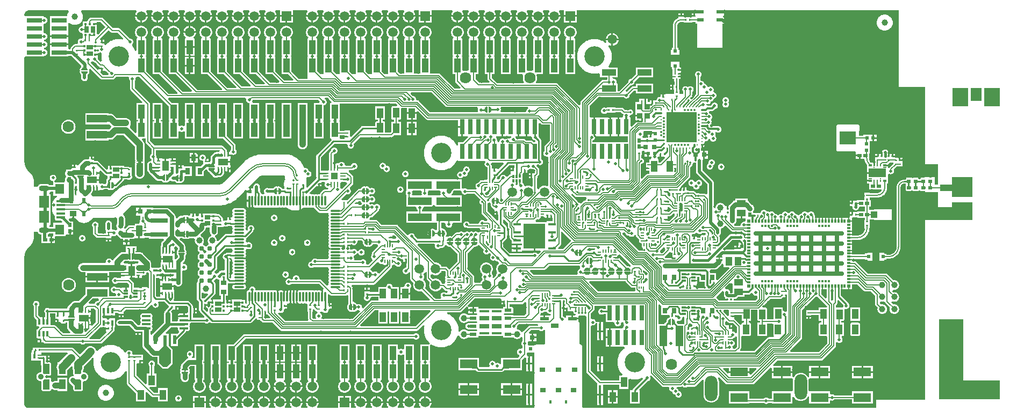
<source format=gtl>
G04*
G04 #@! TF.GenerationSoftware,Altium Limited,Altium Designer,19.0.15 (446)*
G04*
G04 Layer_Physical_Order=1*
G04 Layer_Color=255*
%FSLAX24Y24*%
%MOIN*%
G70*
G01*
G75*
%ADD10C,0.0059*%
%ADD11C,0.0098*%
%ADD13C,0.0079*%
%ADD16C,0.0060*%
%ADD17C,0.0200*%
%ADD18C,0.0100*%
%ADD19C,0.0118*%
%ADD23C,0.0080*%
%ADD25C,0.0090*%
%ADD46R,0.0106X0.0118*%
%ADD47R,0.0256X0.0197*%
%ADD49R,0.0118X0.0213*%
%ADD50R,0.0197X0.0256*%
%ADD51R,0.0118X0.0106*%
%ADD52R,0.0551X0.0433*%
%ADD53R,0.0433X0.0551*%
%ADD54R,0.0197X0.0236*%
%ADD57R,0.0445X0.0445*%
%ADD58O,0.0374X0.0098*%
%ADD59O,0.0098X0.0374*%
%ADD60R,0.0236X0.0197*%
%ADD61R,0.0079X0.0138*%
%ADD62R,0.0394X0.0630*%
%ADD63O,0.0089X0.0222*%
%ADD64O,0.0222X0.0089*%
%ADD65O,0.0261X0.0089*%
%ADD66R,0.0217X0.0236*%
%ADD67R,0.0236X0.0551*%
%ADD68R,0.0236X0.0669*%
%ADD71R,0.0500X0.1252*%
%ADD72R,0.0453X0.0177*%
%ADD73R,0.0256X0.0138*%
%ADD74R,0.0203X0.0167*%
%ADD75R,0.0108X0.0167*%
%ADD76R,0.0362X0.0280*%
%ADD77R,0.0177X0.0165*%
%ADD78R,0.0413X0.0283*%
%ADD79R,0.0118X0.0138*%
%ADD80R,0.0283X0.0413*%
%ADD81R,0.0138X0.0118*%
%ADD82R,0.0295X0.0315*%
G04:AMPARAMS|DCode=83|XSize=11.8mil|YSize=10.6mil|CornerRadius=0mil|HoleSize=0mil|Usage=FLASHONLY|Rotation=315.000|XOffset=0mil|YOffset=0mil|HoleType=Round|Shape=Rectangle|*
%AMROTATEDRECTD83*
4,1,4,-0.0079,0.0004,-0.0004,0.0079,0.0079,-0.0004,0.0004,-0.0079,-0.0079,0.0004,0.0*
%
%ADD83ROTATEDRECTD83*%

%ADD84R,0.0118X0.0205*%
%ADD85R,0.0118X0.0193*%
%ADD86R,0.0098X0.0236*%
%ADD87R,0.0098X0.0079*%
%ADD88R,0.0787X0.0787*%
%ADD89R,0.0335X0.0374*%
%ADD90O,0.0551X0.0157*%
%ADD91R,0.0197X0.0197*%
%ADD92R,0.1083X0.0551*%
%ADD93R,0.0098X0.0157*%
%ADD94R,0.0276X0.0157*%
%ADD95R,0.0157X0.0098*%
%ADD96R,0.0157X0.0276*%
%ADD97R,0.1500X0.0500*%
%ADD98R,0.0866X0.0413*%
%ADD99R,0.0413X0.0394*%
%ADD100R,0.0531X0.0157*%
%ADD101R,0.0610X0.0748*%
%ADD102R,0.0551X0.0630*%
%ADD103R,0.0402X0.0862*%
%ADD104O,0.0118X0.0650*%
%ADD105O,0.0650X0.0118*%
%ADD106O,0.0089X0.0261*%
%ADD107R,0.0630X0.0394*%
%ADD108R,0.0098X0.0236*%
%ADD109R,0.0142X0.0098*%
%ADD110R,0.0394X0.0630*%
%ADD111R,0.0236X0.0098*%
%ADD112R,0.0300X0.0400*%
%ADD113R,0.0098X0.0142*%
%ADD114R,0.0138X0.0354*%
%ADD115R,0.1252X0.0500*%
%ADD116C,0.0394*%
%ADD117R,0.1063X0.0315*%
%ADD120R,0.0299X0.0945*%
%ADD121R,0.0354X0.0276*%
%ADD122R,0.0118X0.0236*%
%ADD123R,0.0177X0.1142*%
%ADD124R,0.0177X0.0748*%
%ADD125R,0.0236X0.0236*%
%ADD126R,0.0295X0.0276*%
%ADD127R,0.0551X0.0197*%
%ADD128R,0.0472X0.0256*%
%ADD129R,0.0177X0.0945*%
%ADD130R,0.0315X0.0295*%
%ADD131R,0.0228X0.0197*%
%ADD132C,0.0098*%
%ADD133R,0.0315X0.0315*%
%ADD134R,0.0213X0.0213*%
%ADD135R,0.0213X0.0118*%
%ADD136R,0.0118X0.0118*%
%ADD137R,0.0394X0.0709*%
%ADD138R,0.0300X0.0320*%
%ADD139R,0.0394X0.0335*%
%ADD140R,0.0236X0.0335*%
%ADD141R,0.0945X0.0299*%
%ADD142R,0.0320X0.0300*%
%ADD143R,0.0874X0.0402*%
%ADD144R,0.0394X0.0236*%
%ADD145R,0.0197X0.0228*%
%ADD146R,0.0295X0.0315*%
%ADD147R,0.0394X0.0630*%
%ADD247C,0.0138*%
%ADD266C,0.0354*%
%ADD270C,0.0075*%
%ADD271C,0.0075*%
%ADD272C,0.0065*%
%ADD273C,0.0065*%
%ADD274C,0.0060*%
%ADD275C,0.0591*%
%ADD276C,0.0079*%
%ADD277O,0.0256X0.0087*%
%ADD278R,0.0984X0.0787*%
%ADD279R,0.1969X0.1969*%
%ADD280O,0.0087X0.0256*%
%ADD281R,0.1909X0.1909*%
%ADD282C,0.0108*%
%ADD283R,0.1339X0.1575*%
%ADD284R,0.1103X0.0571*%
%ADD285R,0.0433X0.0197*%
%ADD286R,0.0591X0.0138*%
%ADD287R,0.0591X0.0276*%
%ADD288R,0.0354X0.0709*%
%ADD289R,0.0177X0.0098*%
%ADD290R,0.0177X0.0138*%
%ADD291C,0.0310*%
%ADD292C,0.0300*%
%ADD293C,0.0120*%
%ADD294C,0.0197*%
%ADD295C,0.0057*%
%ADD296C,0.0157*%
%ADD297C,0.0130*%
%ADD298C,0.0150*%
%ADD299C,0.0400*%
%ADD300C,0.0315*%
%ADD301C,0.0250*%
%ADD302C,0.0350*%
%ADD303C,0.0500*%
%ADD304R,0.0236X0.0150*%
%ADD305R,0.0108X0.0108*%
%ADD306R,0.0202X0.0108*%
%ADD307R,0.0440X0.1704*%
%ADD308R,0.0440X0.0776*%
%ADD309O,0.0787X0.1575*%
%ADD310C,0.0701*%
%ADD311O,0.0630X0.0354*%
%ADD312C,0.1260*%
%ADD313R,0.0591X0.0591*%
%ADD314C,0.0390*%
%ADD315C,0.0197*%
%ADD316C,0.0240*%
G36*
X5184Y23818D02*
X4717Y23351D01*
X4638Y23385D01*
Y23967D01*
X4628D01*
Y23967D01*
X4459D01*
Y24055D01*
X4628D01*
Y24130D01*
X4872D01*
X5184Y23818D01*
D02*
G37*
G36*
X5491Y23511D02*
X5507Y23497D01*
X5526Y23485D01*
X5547Y23477D01*
X5568Y23472D01*
X5590Y23470D01*
X5932D01*
X6281Y23121D01*
X6270Y23086D01*
X6241Y23048D01*
X6194Y23058D01*
X6130Y23068D01*
X6065Y23074D01*
X6000Y23076D01*
X5935Y23074D01*
X5870Y23068D01*
X5806Y23058D01*
X5743Y23045D01*
X5680Y23027D01*
X5619Y23006D01*
X5559Y22981D01*
X5500Y22953D01*
X5444Y22921D01*
X5389Y22885D01*
X5337Y22847D01*
X5287Y22805D01*
X5240Y22761D01*
X5195Y22713D01*
X5185Y22701D01*
X5155Y22704D01*
X5105Y22730D01*
Y22813D01*
X4946D01*
Y22863D01*
X4896D01*
Y23016D01*
X4862D01*
X4829Y23096D01*
X5368Y23634D01*
X5491Y23511D01*
D02*
G37*
G36*
X400Y24850D02*
X2867D01*
X2902Y24770D01*
X2902Y24769D01*
X2875Y24735D01*
X2852Y24698D01*
X2832Y24660D01*
X2815Y24620D01*
X2802Y24579D01*
X2793Y24537D01*
X2787Y24494D01*
X2787Y24490D01*
X1725D01*
Y24070D01*
X1725Y23991D01*
X1725Y23911D01*
Y23570D01*
X1725Y23491D01*
X1725Y23411D01*
Y23290D01*
X2870D01*
Y23411D01*
X2870Y23490D01*
X2870Y23570D01*
Y23911D01*
X2870Y23990D01*
Y24047D01*
X2884Y24060D01*
X2950Y24082D01*
X2963Y24070D01*
X2997Y24044D01*
X3034Y24021D01*
X3072Y24001D01*
X3112Y23984D01*
X3153Y23971D01*
X3195Y23962D01*
X3238Y23956D01*
X3282Y23954D01*
X3325Y23956D01*
X3368Y23962D01*
X3410Y23971D01*
X3451Y23984D01*
X3491Y24001D01*
X3530Y24021D01*
X3566Y24044D01*
X3601Y24070D01*
X3632Y24100D01*
X3662Y24131D01*
X3688Y24166D01*
X3711Y24202D01*
X3731Y24241D01*
X3748Y24281D01*
X3761Y24322D01*
X3770Y24364D01*
X3776Y24407D01*
X3778Y24450D01*
X3776Y24494D01*
X3770Y24537D01*
X3761Y24579D01*
X3748Y24620D01*
X3731Y24660D01*
X3711Y24698D01*
X3688Y24735D01*
X3662Y24769D01*
X3661Y24770D01*
X3696Y24850D01*
X7078D01*
X7103Y24809D01*
X7111Y24770D01*
X7094Y24751D01*
X7071Y24720D01*
X7051Y24687D01*
X7034Y24652D01*
X7021Y24615D01*
X7012Y24578D01*
X7008Y24550D01*
X7792D01*
X7788Y24578D01*
X7779Y24615D01*
X7766Y24652D01*
X7749Y24687D01*
X7729Y24720D01*
X7706Y24751D01*
X7689Y24770D01*
X7697Y24809D01*
X7722Y24850D01*
X8078D01*
X8103Y24809D01*
X8111Y24770D01*
X8094Y24751D01*
X8071Y24720D01*
X8051Y24687D01*
X8034Y24652D01*
X8021Y24615D01*
X8012Y24578D01*
X8008Y24550D01*
X8792D01*
X8788Y24578D01*
X8779Y24615D01*
X8766Y24652D01*
X8749Y24687D01*
X8729Y24720D01*
X8706Y24751D01*
X8689Y24770D01*
X8697Y24809D01*
X8722Y24850D01*
X9078D01*
X9103Y24809D01*
X9111Y24770D01*
X9094Y24751D01*
X9071Y24720D01*
X9051Y24687D01*
X9034Y24652D01*
X9021Y24615D01*
X9012Y24578D01*
X9008Y24550D01*
X9792D01*
X9788Y24578D01*
X9779Y24615D01*
X9766Y24652D01*
X9749Y24687D01*
X9729Y24720D01*
X9706Y24751D01*
X9689Y24770D01*
X9697Y24809D01*
X9722Y24850D01*
X10078D01*
X10103Y24809D01*
X10111Y24770D01*
X10094Y24751D01*
X10071Y24720D01*
X10051Y24687D01*
X10034Y24652D01*
X10021Y24615D01*
X10012Y24578D01*
X10008Y24550D01*
X10792D01*
X10788Y24578D01*
X10779Y24615D01*
X10766Y24652D01*
X10749Y24687D01*
X10729Y24720D01*
X10706Y24751D01*
X10689Y24770D01*
X10697Y24809D01*
X10722Y24850D01*
X11078D01*
X11103Y24809D01*
X11111Y24770D01*
X11094Y24751D01*
X11071Y24720D01*
X11051Y24687D01*
X11034Y24652D01*
X11021Y24615D01*
X11012Y24578D01*
X11008Y24550D01*
X11792D01*
X11788Y24578D01*
X11779Y24615D01*
X11766Y24652D01*
X11749Y24687D01*
X11729Y24720D01*
X11706Y24751D01*
X11689Y24770D01*
X11697Y24809D01*
X11722Y24850D01*
X12078D01*
X12103Y24809D01*
X12111Y24770D01*
X12094Y24751D01*
X12071Y24720D01*
X12051Y24687D01*
X12034Y24652D01*
X12021Y24615D01*
X12012Y24578D01*
X12008Y24550D01*
X12792D01*
X12788Y24578D01*
X12779Y24615D01*
X12766Y24652D01*
X12749Y24687D01*
X12729Y24720D01*
X12706Y24751D01*
X12689Y24770D01*
X12697Y24809D01*
X12722Y24850D01*
X13078D01*
X13103Y24809D01*
X13111Y24770D01*
X13094Y24751D01*
X13071Y24720D01*
X13051Y24687D01*
X13034Y24652D01*
X13021Y24615D01*
X13012Y24578D01*
X13008Y24550D01*
X13792D01*
X13788Y24578D01*
X13779Y24615D01*
X13766Y24652D01*
X13749Y24687D01*
X13729Y24720D01*
X13706Y24751D01*
X13689Y24770D01*
X13697Y24809D01*
X13722Y24850D01*
X14078D01*
X14103Y24809D01*
X14111Y24770D01*
X14094Y24751D01*
X14071Y24720D01*
X14051Y24687D01*
X14034Y24652D01*
X14021Y24615D01*
X14012Y24578D01*
X14008Y24550D01*
X14792D01*
X14788Y24578D01*
X14779Y24615D01*
X14766Y24652D01*
X14749Y24687D01*
X14729Y24720D01*
X14706Y24751D01*
X14689Y24770D01*
X14697Y24809D01*
X14722Y24850D01*
X15078D01*
X15103Y24809D01*
X15111Y24770D01*
X15094Y24751D01*
X15071Y24720D01*
X15051Y24687D01*
X15034Y24652D01*
X15021Y24615D01*
X15012Y24578D01*
X15008Y24550D01*
X15792D01*
X15788Y24578D01*
X15779Y24615D01*
X15766Y24652D01*
X15749Y24687D01*
X15729Y24720D01*
X15706Y24751D01*
X15689Y24770D01*
X15697Y24809D01*
X15722Y24850D01*
X16005D01*
Y24550D01*
X16795D01*
Y24850D01*
X17678D01*
X17703Y24809D01*
X17711Y24770D01*
X17694Y24751D01*
X17671Y24720D01*
X17651Y24687D01*
X17634Y24652D01*
X17621Y24615D01*
X17612Y24578D01*
X17608Y24550D01*
X18392D01*
X18388Y24578D01*
X18379Y24615D01*
X18366Y24652D01*
X18349Y24687D01*
X18329Y24720D01*
X18306Y24751D01*
X18289Y24770D01*
X18297Y24809D01*
X18322Y24850D01*
X18678D01*
X18703Y24809D01*
X18711Y24770D01*
X18694Y24751D01*
X18671Y24720D01*
X18651Y24687D01*
X18634Y24652D01*
X18621Y24615D01*
X18612Y24578D01*
X18608Y24550D01*
X19392D01*
X19388Y24578D01*
X19379Y24615D01*
X19366Y24652D01*
X19349Y24687D01*
X19329Y24720D01*
X19306Y24751D01*
X19289Y24770D01*
X19297Y24809D01*
X19322Y24850D01*
X19678D01*
X19703Y24809D01*
X19711Y24770D01*
X19694Y24751D01*
X19671Y24720D01*
X19651Y24687D01*
X19634Y24652D01*
X19621Y24615D01*
X19612Y24578D01*
X19608Y24550D01*
X20392D01*
X20388Y24578D01*
X20379Y24615D01*
X20366Y24652D01*
X20349Y24687D01*
X20329Y24720D01*
X20306Y24751D01*
X20289Y24770D01*
X20297Y24809D01*
X20322Y24850D01*
X20678D01*
X20703Y24809D01*
X20711Y24770D01*
X20694Y24751D01*
X20671Y24720D01*
X20651Y24687D01*
X20634Y24652D01*
X20621Y24615D01*
X20612Y24578D01*
X20608Y24550D01*
X21392D01*
X21388Y24578D01*
X21379Y24615D01*
X21366Y24652D01*
X21349Y24687D01*
X21329Y24720D01*
X21306Y24751D01*
X21289Y24770D01*
X21297Y24809D01*
X21322Y24850D01*
X21678D01*
X21703Y24809D01*
X21711Y24770D01*
X21694Y24751D01*
X21671Y24720D01*
X21651Y24687D01*
X21634Y24652D01*
X21621Y24615D01*
X21612Y24578D01*
X21608Y24550D01*
X22392D01*
X22388Y24578D01*
X22379Y24615D01*
X22366Y24652D01*
X22349Y24687D01*
X22329Y24720D01*
X22306Y24751D01*
X22289Y24770D01*
X22297Y24809D01*
X22322Y24850D01*
X22678D01*
X22703Y24809D01*
X22711Y24770D01*
X22694Y24751D01*
X22671Y24720D01*
X22651Y24687D01*
X22634Y24652D01*
X22621Y24615D01*
X22612Y24578D01*
X22608Y24550D01*
X23392D01*
X23388Y24578D01*
X23379Y24615D01*
X23366Y24652D01*
X23349Y24687D01*
X23329Y24720D01*
X23306Y24751D01*
X23289Y24770D01*
X23297Y24809D01*
X23322Y24850D01*
X23678D01*
X23703Y24809D01*
X23711Y24770D01*
X23694Y24751D01*
X23671Y24720D01*
X23651Y24687D01*
X23634Y24652D01*
X23621Y24615D01*
X23612Y24578D01*
X23608Y24550D01*
X24392D01*
X24388Y24578D01*
X24379Y24615D01*
X24366Y24652D01*
X24349Y24687D01*
X24329Y24720D01*
X24306Y24751D01*
X24289Y24770D01*
X24297Y24809D01*
X24322Y24850D01*
X24605D01*
Y24550D01*
X25395D01*
Y24850D01*
X26678D01*
X26703Y24809D01*
X26711Y24770D01*
X26694Y24751D01*
X26671Y24720D01*
X26651Y24687D01*
X26634Y24652D01*
X26621Y24615D01*
X26612Y24578D01*
X26608Y24550D01*
X27392D01*
X27388Y24578D01*
X27379Y24615D01*
X27366Y24652D01*
X27349Y24687D01*
X27329Y24720D01*
X27306Y24751D01*
X27289Y24770D01*
X27297Y24809D01*
X27322Y24850D01*
X27678D01*
X27703Y24809D01*
X27711Y24770D01*
X27694Y24751D01*
X27671Y24720D01*
X27651Y24687D01*
X27634Y24652D01*
X27621Y24615D01*
X27612Y24578D01*
X27608Y24550D01*
X28392D01*
X28388Y24578D01*
X28379Y24615D01*
X28366Y24652D01*
X28349Y24687D01*
X28329Y24720D01*
X28306Y24751D01*
X28289Y24770D01*
X28297Y24809D01*
X28322Y24850D01*
X28678D01*
X28703Y24809D01*
X28711Y24770D01*
X28694Y24751D01*
X28671Y24720D01*
X28651Y24687D01*
X28634Y24652D01*
X28621Y24615D01*
X28612Y24578D01*
X28608Y24550D01*
X29392D01*
X29388Y24578D01*
X29379Y24615D01*
X29366Y24652D01*
X29349Y24687D01*
X29329Y24720D01*
X29306Y24751D01*
X29289Y24770D01*
X29297Y24809D01*
X29322Y24850D01*
X29678D01*
X29703Y24809D01*
X29711Y24770D01*
X29694Y24751D01*
X29671Y24720D01*
X29651Y24687D01*
X29634Y24652D01*
X29621Y24615D01*
X29612Y24578D01*
X29608Y24550D01*
X30392D01*
X30388Y24578D01*
X30379Y24615D01*
X30366Y24652D01*
X30349Y24687D01*
X30329Y24720D01*
X30306Y24751D01*
X30289Y24770D01*
X30297Y24809D01*
X30322Y24850D01*
X30678D01*
X30703Y24809D01*
X30711Y24770D01*
X30694Y24751D01*
X30671Y24720D01*
X30651Y24687D01*
X30634Y24652D01*
X30621Y24615D01*
X30612Y24578D01*
X30608Y24550D01*
X31392D01*
X31388Y24578D01*
X31379Y24615D01*
X31366Y24652D01*
X31349Y24687D01*
X31329Y24720D01*
X31306Y24751D01*
X31289Y24770D01*
X31297Y24809D01*
X31322Y24850D01*
X31678D01*
X31703Y24809D01*
X31711Y24770D01*
X31694Y24751D01*
X31671Y24720D01*
X31651Y24687D01*
X31634Y24652D01*
X31621Y24615D01*
X31612Y24578D01*
X31608Y24550D01*
X32392D01*
X32388Y24578D01*
X32379Y24615D01*
X32366Y24652D01*
X32349Y24687D01*
X32329Y24720D01*
X32306Y24751D01*
X32289Y24770D01*
X32297Y24809D01*
X32322Y24850D01*
X32678D01*
X32703Y24809D01*
X32711Y24770D01*
X32694Y24751D01*
X32671Y24720D01*
X32651Y24687D01*
X32634Y24652D01*
X32621Y24615D01*
X32612Y24578D01*
X32608Y24550D01*
X33392D01*
X33388Y24578D01*
X33379Y24615D01*
X33366Y24652D01*
X33349Y24687D01*
X33329Y24720D01*
X33306Y24751D01*
X33289Y24770D01*
X33297Y24809D01*
X33322Y24850D01*
X33605D01*
Y24550D01*
X34395D01*
Y24850D01*
X41777D01*
Y24656D01*
X41742D01*
Y24503D01*
X41692D01*
Y24453D01*
X41533D01*
Y24422D01*
X41340D01*
Y24422D01*
X41035D01*
Y24453D01*
X40717D01*
Y24382D01*
X40684Y24372D01*
X40645Y24355D01*
X40607Y24336D01*
X40571Y24313D01*
X40538Y24287D01*
X40506Y24258D01*
X40504Y24256D01*
X40503Y24255D01*
X40502Y24254D01*
X40501Y24252D01*
X40477Y24227D01*
X40452Y24193D01*
X40429Y24157D01*
X40409Y24120D01*
X40393Y24080D01*
X40380Y24040D01*
X40371Y23998D01*
X40365Y23956D01*
X40363Y23914D01*
X40363D01*
Y22541D01*
X40303D01*
Y22402D01*
X40245D01*
Y22087D01*
X40757D01*
Y22402D01*
X40700D01*
Y22541D01*
X40639D01*
Y23914D01*
X40639Y23916D01*
X40641Y23941D01*
X40646Y23968D01*
X40655Y23995D01*
X40667Y24020D01*
X40683Y24043D01*
X40697Y24060D01*
X40698Y24060D01*
X40699Y24062D01*
X40701Y24064D01*
X40722Y24082D01*
X40745Y24097D01*
X40770Y24110D01*
X40796Y24119D01*
X40823Y24124D01*
X40839Y24125D01*
X41034D01*
Y24104D01*
X41258D01*
Y24104D01*
X41564D01*
Y24125D01*
X41777D01*
Y24045D01*
X41877D01*
X41877Y22531D01*
X43451Y22531D01*
X43451Y24045D01*
X43551D01*
Y24481D01*
X43551D01*
Y24557D01*
X43551D01*
Y24850D01*
X54356D01*
Y20105D01*
X56017D01*
X56017Y14515D01*
X55950D01*
Y14513D01*
X55900D01*
Y14463D01*
X55741D01*
Y14410D01*
X55725Y14401D01*
X55710Y14389D01*
X55708Y14386D01*
X55675Y14381D01*
X55654D01*
X55586Y14415D01*
Y14463D01*
X55268D01*
Y14456D01*
X55267Y14454D01*
X55239Y14435D01*
X55186Y14463D01*
X54841D01*
Y14390D01*
X54831Y14385D01*
X54819Y14375D01*
X54809Y14362D01*
X54801Y14348D01*
X54799Y14339D01*
X54718D01*
X54702Y14338D01*
X54699Y14336D01*
X54677Y14335D01*
X54635Y14330D01*
X54595Y14321D01*
X54555Y14309D01*
X54517Y14293D01*
X54480Y14273D01*
X54445Y14251D01*
X54412Y14226D01*
X54381Y14198D01*
X54353Y14167D01*
X54328Y14134D01*
X54306Y14099D01*
X54287Y14062D01*
X54271Y14024D01*
X54258Y13984D01*
X54249Y13944D01*
X54244Y13903D01*
X54242Y13861D01*
X54242D01*
Y10180D01*
X54242Y10177D01*
X54241Y10136D01*
X54235Y10092D01*
X54225Y10048D01*
X54212Y10006D01*
X54195Y9965D01*
X54174Y9925D01*
X54150Y9888D01*
X54123Y9852D01*
X54093Y9820D01*
X54060Y9790D01*
X54025Y9762D01*
X53987Y9739D01*
X53948Y9718D01*
X53907Y9701D01*
X53865Y9688D01*
X53821Y9678D01*
X53777Y9672D01*
X53735Y9670D01*
X53733Y9671D01*
X53604D01*
Y9731D01*
X53484D01*
Y9809D01*
X53169Y9809D01*
Y9297D01*
X53484Y9297D01*
Y9374D01*
X53604D01*
Y9435D01*
X53733D01*
X53733Y9435D01*
X53786Y9437D01*
X53811Y9439D01*
X53811Y9439D01*
X53811Y9439D01*
X53839Y9442D01*
X53891Y9452D01*
X53943Y9465D01*
X53993Y9482D01*
X54042Y9502D01*
X54090Y9526D01*
X54136Y9553D01*
X54179Y9583D01*
X54221Y9617D01*
X54260Y9653D01*
X54296Y9692D01*
X54329Y9733D01*
X54360Y9777D01*
X54387Y9823D01*
X54411Y9871D01*
X54431Y9920D01*
X54448Y9970D01*
X54461Y10022D01*
X54470Y10074D01*
X54473Y10102D01*
X54473Y10102D01*
X54473Y10102D01*
X54476Y10127D01*
X54478Y10180D01*
X54478D01*
Y13861D01*
X54478Y13863D01*
X54479Y13888D01*
X54484Y13915D01*
X54491Y13941D01*
X54501Y13965D01*
X54514Y13989D01*
X54530Y14011D01*
X54548Y14031D01*
X54568Y14049D01*
X54590Y14065D01*
X54614Y14078D01*
X54639Y14088D01*
X54665Y14096D01*
X54691Y14100D01*
X54704Y14101D01*
X54718Y14100D01*
X54799D01*
X54801Y14090D01*
X54809Y14076D01*
X54814Y14070D01*
X54819Y14048D01*
Y13997D01*
X54814Y13975D01*
X54809Y13969D01*
X54801Y13955D01*
X54797Y13940D01*
X54795Y13924D01*
Y13727D01*
X54797Y13711D01*
X54801Y13696D01*
X54809Y13683D01*
X54819Y13670D01*
X54831Y13660D01*
X54845Y13653D01*
X54860Y13648D01*
X54876Y13647D01*
X55112D01*
X55128Y13648D01*
X55128Y13648D01*
X55143Y13653D01*
X55157Y13660D01*
X55238Y13656D01*
X55253Y13644D01*
X55270Y13634D01*
X55289Y13629D01*
X55309Y13627D01*
X55545D01*
X55565Y13629D01*
X55583Y13634D01*
X55601Y13644D01*
X55616Y13656D01*
X55617Y13657D01*
X55656Y13664D01*
X55670D01*
X55709Y13657D01*
X55710Y13656D01*
X55725Y13644D01*
X55743Y13634D01*
X55762Y13629D01*
X55781Y13627D01*
X56017D01*
X56017Y656D01*
X52956D01*
Y151D01*
X34798D01*
X34778Y165D01*
X34755Y196D01*
X34740Y231D01*
X34740Y237D01*
Y740D01*
X34740Y740D01*
X34740Y1070D01*
X34740Y1070D01*
Y1470D01*
Y2320D01*
X34741Y2320D01*
Y2720D01*
X34740Y2720D01*
Y3987D01*
X34739Y4006D01*
X34733Y4025D01*
X34724Y4043D01*
X34711Y4058D01*
X34696Y4070D01*
X34678Y4080D01*
X34660Y4085D01*
X34655Y4086D01*
X34633Y4092D01*
X34580Y4127D01*
Y5407D01*
X34580Y5407D01*
X34580Y5407D01*
X34580Y5417D01*
X34579Y5426D01*
X34579Y5427D01*
X34579Y5427D01*
X34576Y5436D01*
X34573Y5445D01*
X34573Y5445D01*
X34573Y5446D01*
X34568Y5454D01*
X34564Y5463D01*
X34563Y5463D01*
X34563Y5463D01*
X34557Y5470D01*
X34551Y5478D01*
X34551Y5478D01*
X34551Y5478D01*
X34543Y5484D01*
X34536Y5490D01*
X34536Y5490D01*
X34536Y5491D01*
X34527Y5495D01*
X34518Y5500D01*
X34518Y5500D01*
X34518Y5500D01*
X34509Y5503D01*
X34501Y5505D01*
Y5650D01*
X34126D01*
Y5700D01*
X34076D01*
Y5898D01*
X33750D01*
Y5773D01*
X33678Y5751D01*
X33670Y5753D01*
X33658Y5771D01*
X33641Y5791D01*
X33621Y5808D01*
X33599Y5822D01*
X33576Y5834D01*
X33551Y5842D01*
X33526Y5847D01*
X33521Y5847D01*
Y6642D01*
X33544D01*
Y6801D01*
X33640D01*
Y6670D01*
X33641Y6648D01*
X33643Y6642D01*
X33643D01*
X33646Y6627D01*
X33655Y6606D01*
X33666Y6587D01*
X33681Y6571D01*
X33689Y6562D01*
X33658Y6489D01*
X33635D01*
Y6380D01*
X33788D01*
Y6330D01*
X33838D01*
Y6170D01*
X34101D01*
X34169Y6159D01*
X34191Y6101D01*
X34194Y6093D01*
X34203Y6073D01*
X34216Y6054D01*
X34230Y6038D01*
X34247Y6023D01*
X34265Y6011D01*
X34285Y6001D01*
X34306Y5994D01*
X34321Y5991D01*
X34330Y5987D01*
X34336Y5978D01*
X34295Y5899D01*
X34293Y5898D01*
X34176D01*
Y5750D01*
X34501D01*
Y5813D01*
X34506Y5827D01*
X34550Y5888D01*
X34572Y5890D01*
X34594Y5894D01*
X34615Y5901D01*
X34635Y5911D01*
X34650Y5921D01*
X34665Y5911D01*
X34685Y5901D01*
X34706Y5894D01*
X34728Y5890D01*
X34750Y5888D01*
X34772Y5890D01*
X34794Y5894D01*
X34815Y5901D01*
X34835Y5911D01*
X34850Y5921D01*
X34865Y5911D01*
X34885Y5901D01*
X34906Y5894D01*
X34928Y5890D01*
X34950Y5888D01*
X34994Y5828D01*
X35000Y5814D01*
Y2430D01*
X35001Y2408D01*
X35006Y2387D01*
X35015Y2366D01*
X35026Y2347D01*
X35041Y2331D01*
X35674Y1697D01*
X35661Y1666D01*
X35661D01*
Y1045D01*
X36039D01*
Y1600D01*
X37026D01*
Y1337D01*
X37620D01*
Y1927D01*
X37700Y1968D01*
X37743Y1956D01*
X37806Y1943D01*
X37870Y1933D01*
X37935Y1927D01*
X38000Y1925D01*
X38065Y1927D01*
X38130Y1933D01*
X38194Y1943D01*
X38257Y1956D01*
X38320Y1974D01*
X38381Y1995D01*
X38441Y2020D01*
X38466Y2032D01*
X38513Y1966D01*
X37906Y1359D01*
X37891Y1341D01*
X37879Y1321D01*
X37870Y1299D01*
X37864Y1276D01*
X37863Y1261D01*
X37715D01*
Y432D01*
X38309D01*
Y1261D01*
X38309D01*
X38287Y1314D01*
X38795Y1822D01*
X38806Y1823D01*
X38831Y1828D01*
X38856Y1836D01*
X38879Y1848D01*
X38901Y1862D01*
X38921Y1879D01*
X38938Y1899D01*
X38952Y1921D01*
X38964Y1944D01*
X38972Y1969D01*
X38977Y1994D01*
X38979Y2020D01*
X38977Y2046D01*
X38972Y2071D01*
X38964Y2096D01*
X38952Y2119D01*
X38949Y2124D01*
X39011Y2175D01*
X39668Y1518D01*
X39684Y1505D01*
X39701Y1494D01*
X39720Y1486D01*
X39740Y1482D01*
X39760Y1480D01*
X40077D01*
X40083Y1477D01*
X40104Y1457D01*
X40136Y1400D01*
X40136Y1396D01*
X40134Y1370D01*
X40136Y1344D01*
X40141Y1319D01*
X40149Y1294D01*
X40160Y1271D01*
X40175Y1249D01*
X40192Y1230D01*
X40212Y1212D01*
X40233Y1198D01*
X40257Y1186D01*
X40281Y1178D01*
X40307Y1173D01*
X40325Y1172D01*
X40326Y1159D01*
X40331Y1134D01*
X40339Y1109D01*
X40351Y1086D01*
X40365Y1064D01*
X40382Y1044D01*
X40402Y1027D01*
X40423Y1013D01*
X40447Y1001D01*
X40471Y993D01*
X40497Y988D01*
X40516Y987D01*
X40516Y974D01*
X40521Y949D01*
X40530Y924D01*
X40541Y901D01*
X40556Y879D01*
X40573Y859D01*
X40592Y842D01*
X40614Y828D01*
X40637Y816D01*
X40662Y808D01*
X40688Y803D01*
X40714Y801D01*
X40739Y803D01*
X40765Y808D01*
X40790Y816D01*
X40813Y828D01*
X40835Y842D01*
X40854Y859D01*
X40871Y879D01*
X40886Y901D01*
X40897Y924D01*
X40906Y949D01*
X40911Y974D01*
X40912Y1000D01*
X40911Y1026D01*
X40906Y1052D01*
X40897Y1076D01*
X40886Y1099D01*
X40871Y1121D01*
X40854Y1141D01*
X40835Y1158D01*
X40813Y1172D01*
X40790Y1184D01*
X40765Y1192D01*
X40739Y1197D01*
X40721Y1198D01*
X40720Y1211D01*
X40715Y1237D01*
X40706Y1261D01*
X40695Y1285D01*
X40681Y1306D01*
X40663Y1326D01*
X40644Y1343D01*
X40622Y1357D01*
X40602Y1367D01*
X40598Y1370D01*
X40582Y1403D01*
X40626Y1480D01*
X40859D01*
X40880Y1482D01*
X40900Y1486D01*
X40918Y1494D01*
X40936Y1505D01*
X40961Y1501D01*
X40962Y1499D01*
X40979Y1479D01*
X40999Y1462D01*
X41021Y1448D01*
X41044Y1436D01*
X41069Y1428D01*
X41094Y1423D01*
X41120Y1421D01*
X41146Y1423D01*
X41171Y1428D01*
X41196Y1436D01*
X41219Y1448D01*
X41241Y1462D01*
X41261Y1479D01*
X41261Y1480D01*
X41694D01*
X41716Y1481D01*
X41738Y1486D01*
X41758Y1495D01*
X41777Y1506D01*
X41794Y1521D01*
X42198Y1925D01*
X42246Y1907D01*
X42270Y1884D01*
X42264Y1856D01*
X42258Y1814D01*
X42256Y1772D01*
Y984D01*
X42258Y942D01*
X42264Y900D01*
X42273Y859D01*
X42286Y819D01*
X42302Y780D01*
X42321Y742D01*
X42344Y707D01*
X42370Y673D01*
X42398Y642D01*
X42429Y613D01*
X42463Y588D01*
X42498Y565D01*
X42536Y545D01*
X42575Y529D01*
X42615Y517D01*
X42656Y507D01*
X42698Y502D01*
X42741Y500D01*
X42783Y502D01*
X42825Y507D01*
X42866Y517D01*
X42906Y529D01*
X42945Y545D01*
X42983Y565D01*
X43018Y588D01*
X43052Y613D01*
X43083Y642D01*
X43111Y673D01*
X43137Y707D01*
X43160Y742D01*
X43179Y780D01*
X43196Y819D01*
X43208Y859D01*
X43217Y900D01*
X43223Y942D01*
X43225Y984D01*
Y1772D01*
X43223Y1814D01*
X43217Y1856D01*
X43208Y1897D01*
X43196Y1937D01*
X43179Y1976D01*
X43160Y2014D01*
X43156Y2020D01*
X43218Y2071D01*
X43624Y1665D01*
X43641Y1651D01*
X43659Y1639D01*
X43680Y1631D01*
X43701Y1626D01*
X43723Y1624D01*
X45309D01*
X45331Y1626D01*
X45353Y1631D01*
X45373Y1639D01*
X45392Y1651D01*
X45408Y1665D01*
X46419Y2676D01*
X46493Y2645D01*
Y2438D01*
X47084D01*
Y2763D01*
X46611D01*
X46581Y2837D01*
X46852Y3109D01*
X49568D01*
X49590Y3110D01*
X49611Y3115D01*
X49632Y3124D01*
X49650Y3135D01*
X49667Y3150D01*
X50434Y3916D01*
X50448Y3933D01*
X50460Y3952D01*
X50468Y3972D01*
X50473Y3994D01*
X50475Y4016D01*
Y4220D01*
X50523Y4246D01*
X50555Y4252D01*
X50566Y4242D01*
X50588Y4228D01*
X50611Y4216D01*
X50636Y4208D01*
X50661Y4203D01*
X50687Y4201D01*
X50713Y4203D01*
X50739Y4208D01*
X50764Y4216D01*
X50787Y4228D01*
X50808Y4242D01*
X50828Y4259D01*
X50845Y4279D01*
X50860Y4301D01*
X50871Y4324D01*
X50879Y4349D01*
X50885Y4374D01*
X50886Y4400D01*
X50885Y4426D01*
X50879Y4451D01*
X50871Y4476D01*
X50860Y4499D01*
X50845Y4521D01*
X50828Y4541D01*
X50824Y4544D01*
X50828Y4624D01*
X50984D01*
Y5454D01*
X50817D01*
Y5555D01*
X50887D01*
X50907Y5557D01*
X50926Y5563D01*
X50943Y5572D01*
X50958Y5585D01*
X50971Y5600D01*
X50980Y5617D01*
X50986Y5636D01*
X50988Y5656D01*
Y6265D01*
X51020Y6301D01*
X51022Y6302D01*
X51062Y6320D01*
X51069Y6318D01*
X51094Y6313D01*
X51120Y6311D01*
X51146Y6313D01*
X51171Y6318D01*
X51196Y6326D01*
X51219Y6338D01*
X51241Y6352D01*
X51261Y6369D01*
X51278Y6389D01*
X51292Y6411D01*
X51304Y6434D01*
X51312Y6459D01*
X51317Y6484D01*
X51319Y6510D01*
X51317Y6536D01*
X51312Y6561D01*
X51304Y6586D01*
X51292Y6609D01*
X51278Y6631D01*
X51261Y6651D01*
X51253Y6657D01*
X51242Y6676D01*
X51226Y6694D01*
X50777Y7143D01*
Y7528D01*
X51470D01*
Y7838D01*
X51813D01*
X52209Y7441D01*
X52226Y7427D01*
X52245Y7416D01*
X52265Y7407D01*
X52287Y7402D01*
X52309Y7400D01*
X52651D01*
X52910Y7142D01*
Y6596D01*
X52911Y6574D01*
X52916Y6552D01*
X52925Y6532D01*
X52936Y6513D01*
X52951Y6496D01*
X53062Y6385D01*
X53057Y6365D01*
X53051Y6332D01*
X53049Y6299D01*
X53051Y6266D01*
X53057Y6233D01*
X53066Y6201D01*
X53079Y6170D01*
X53095Y6141D01*
X53114Y6114D01*
X53136Y6089D01*
X53161Y6067D01*
X53188Y6047D01*
X53217Y6031D01*
X53248Y6019D01*
X53280Y6009D01*
X53313Y6004D01*
X53346Y6002D01*
X53380Y6004D01*
X53413Y6009D01*
X53445Y6019D01*
X53475Y6031D01*
X53505Y6047D01*
X53532Y6067D01*
X53557Y6089D01*
X53579Y6114D01*
X53598Y6141D01*
X53614Y6170D01*
X53627Y6201D01*
X53636Y6233D01*
X53642Y6266D01*
X53644Y6299D01*
X53642Y6332D01*
X53636Y6365D01*
X53627Y6397D01*
X53614Y6428D01*
X53598Y6457D01*
X53579Y6485D01*
X53557Y6509D01*
X53532Y6532D01*
X53505Y6551D01*
X53475Y6567D01*
X53445Y6580D01*
X53413Y6589D01*
X53380Y6595D01*
X53346Y6597D01*
X53313Y6595D01*
X53280Y6589D01*
X53261Y6583D01*
X53190Y6654D01*
Y6706D01*
X53216Y6734D01*
X53270Y6762D01*
X53280Y6759D01*
X53313Y6754D01*
X53346Y6752D01*
X53380Y6754D01*
X53413Y6759D01*
X53434Y6766D01*
X53457Y6763D01*
X53479Y6754D01*
X53518Y6729D01*
X53527Y6719D01*
X53529Y6716D01*
X53540Y6697D01*
X53554Y6680D01*
X53822Y6412D01*
X53816Y6397D01*
X53807Y6365D01*
X53801Y6332D01*
X53799Y6299D01*
X53801Y6266D01*
X53807Y6233D01*
X53816Y6201D01*
X53829Y6170D01*
X53845Y6141D01*
X53864Y6114D01*
X53886Y6089D01*
X53911Y6067D01*
X53938Y6047D01*
X53967Y6031D01*
X53998Y6019D01*
X54030Y6009D01*
X54063Y6004D01*
X54096Y6002D01*
X54130Y6004D01*
X54163Y6009D01*
X54195Y6019D01*
X54225Y6031D01*
X54255Y6047D01*
X54282Y6067D01*
X54307Y6089D01*
X54329Y6114D01*
X54348Y6141D01*
X54364Y6170D01*
X54377Y6201D01*
X54386Y6233D01*
X54392Y6266D01*
X54394Y6299D01*
X54392Y6332D01*
X54386Y6365D01*
X54377Y6397D01*
X54364Y6428D01*
X54348Y6457D01*
X54329Y6485D01*
X54307Y6509D01*
X54282Y6532D01*
X54255Y6551D01*
X54225Y6567D01*
X54195Y6580D01*
X54163Y6589D01*
X54130Y6595D01*
X54096Y6597D01*
X54063Y6595D01*
X54041Y6591D01*
X53910Y6722D01*
X53959Y6786D01*
X53967Y6781D01*
X53998Y6769D01*
X54030Y6759D01*
X54063Y6754D01*
X54096Y6752D01*
X54130Y6754D01*
X54163Y6759D01*
X54195Y6769D01*
X54225Y6781D01*
X54255Y6797D01*
X54282Y6817D01*
X54307Y6839D01*
X54329Y6864D01*
X54348Y6891D01*
X54364Y6920D01*
X54377Y6951D01*
X54386Y6983D01*
X54392Y7016D01*
X54394Y7049D01*
X54392Y7082D01*
X54386Y7115D01*
X54377Y7147D01*
X54364Y7178D01*
X54348Y7207D01*
X54329Y7235D01*
X54307Y7259D01*
X54282Y7282D01*
X54255Y7301D01*
X54225Y7317D01*
X54195Y7330D01*
X54163Y7339D01*
X54130Y7345D01*
X54096Y7347D01*
X54063Y7345D01*
X54041Y7341D01*
X53974Y7408D01*
X53977Y7443D01*
X53993Y7463D01*
X54063Y7504D01*
X54096Y7502D01*
X54130Y7504D01*
X54163Y7509D01*
X54195Y7519D01*
X54225Y7531D01*
X54255Y7547D01*
X54282Y7567D01*
X54307Y7589D01*
X54329Y7614D01*
X54348Y7641D01*
X54364Y7670D01*
X54377Y7701D01*
X54386Y7733D01*
X54392Y7766D01*
X54394Y7799D01*
X54392Y7832D01*
X54386Y7865D01*
X54377Y7897D01*
X54364Y7928D01*
X54348Y7957D01*
X54329Y7985D01*
X54307Y8009D01*
X54282Y8032D01*
X54255Y8051D01*
X54225Y8067D01*
X54195Y8080D01*
X54163Y8089D01*
X54130Y8095D01*
X54096Y8097D01*
X54063Y8095D01*
X54041Y8091D01*
X53661Y8471D01*
X53644Y8485D01*
X53625Y8497D01*
X53605Y8505D01*
X53583Y8510D01*
X53561Y8512D01*
X52450D01*
X51734Y9228D01*
X51718Y9242D01*
X51699Y9253D01*
X51678Y9262D01*
X51657Y9267D01*
X51635Y9269D01*
X51470D01*
Y9415D01*
X52282D01*
Y9354D01*
X52421D01*
Y9297D01*
X52736Y9297D01*
Y9809D01*
X52421Y9809D01*
Y9751D01*
X52282D01*
Y9691D01*
X51470D01*
Y10181D01*
Y10593D01*
X51797D01*
X51797Y10593D01*
X51851Y10595D01*
X51875Y10598D01*
X51875Y10598D01*
X51876Y10598D01*
X51905Y10601D01*
X51958Y10611D01*
X52010Y10624D01*
X52062Y10641D01*
X52112Y10662D01*
X52160Y10686D01*
X52206Y10713D01*
X52251Y10744D01*
X52293Y10778D01*
X52332Y10815D01*
X52369Y10855D01*
X52403Y10897D01*
X52434Y10941D01*
X52461Y10987D01*
X52485Y11036D01*
X52506Y11086D01*
X52523Y11137D01*
X52537Y11189D01*
X52546Y11242D01*
X52552Y11296D01*
X52554Y11341D01*
X52572D01*
Y11565D01*
Y11861D01*
X52837D01*
Y11823D01*
X53949D01*
Y12492D01*
X52837D01*
Y12454D01*
X52554D01*
Y12668D01*
X52632D01*
Y13065D01*
X52572D01*
Y13232D01*
X53030D01*
Y13232D01*
X53078Y13234D01*
X53126Y13240D01*
X53173Y13249D01*
X53219Y13262D01*
X53264Y13279D01*
X53307Y13299D01*
X53349Y13322D01*
X53389Y13349D01*
X53426Y13378D01*
X53462Y13411D01*
X53494Y13446D01*
X53524Y13484D01*
X53551Y13524D01*
X53574Y13566D01*
X53594Y13609D01*
X53611Y13654D01*
X53624Y13700D01*
X53633Y13747D01*
X53639Y13795D01*
X53640Y13843D01*
X53640D01*
Y14099D01*
X53702D01*
Y14365D01*
Y14666D01*
X53717Y14682D01*
X53781Y14708D01*
X53804Y14696D01*
X53829Y14688D01*
X53854Y14683D01*
X53880Y14681D01*
X53906Y14683D01*
X53931Y14688D01*
X53956Y14696D01*
X53979Y14708D01*
X54001Y14722D01*
X54021Y14739D01*
X54038Y14759D01*
X54052Y14781D01*
X54064Y14804D01*
X54072Y14829D01*
X54077Y14854D01*
X54079Y14880D01*
X54077Y14906D01*
X54072Y14931D01*
X54064Y14956D01*
X54053Y14977D01*
X54233Y15157D01*
X54588D01*
Y15381D01*
Y15484D01*
X54429D01*
Y15534D01*
X54379D01*
Y15687D01*
X54216D01*
X54211Y15689D01*
X54192Y15694D01*
X54171Y15696D01*
X54135D01*
Y15740D01*
X53976D01*
Y15790D01*
X53926D01*
Y15943D01*
X53791D01*
X53782Y15946D01*
X53765Y15960D01*
X53722Y16022D01*
X53721Y16048D01*
X53716Y16074D01*
X53707Y16099D01*
X53696Y16122D01*
X53681Y16143D01*
X53664Y16163D01*
X53645Y16180D01*
X53623Y16195D01*
X53600Y16206D01*
X53575Y16215D01*
X53550Y16220D01*
X53524Y16221D01*
X53498Y16220D01*
X53472Y16215D01*
X53448Y16206D01*
X53424Y16195D01*
X53403Y16180D01*
X53383Y16163D01*
X53366Y16143D01*
X53351Y16122D01*
X53340Y16099D01*
X53332Y16074D01*
X53326Y16048D01*
X53325Y16022D01*
X53282Y15960D01*
X53265Y15946D01*
X53256Y15943D01*
X53121D01*
Y15790D01*
X53071D01*
Y15740D01*
X52912D01*
Y15585D01*
X52910Y15565D01*
Y15401D01*
X52896D01*
Y15218D01*
X52803D01*
Y15401D01*
X52628D01*
X52609Y15428D01*
X52584Y15469D01*
X52563Y15512D01*
X52545Y15557D01*
X52541Y15568D01*
X52541Y15648D01*
X52541Y15648D01*
Y15963D01*
X52571D01*
Y16357D01*
Y16731D01*
X52735D01*
Y16929D01*
Y17128D01*
X52174D01*
Y17075D01*
X51909D01*
X51909Y17345D01*
X51919Y17353D01*
X51932Y17368D01*
X51941Y17386D01*
X51947Y17405D01*
X51949Y17425D01*
Y17654D01*
X51947Y17674D01*
X51941Y17693D01*
X51932Y17710D01*
X51919Y17726D01*
X51903Y17739D01*
X51886Y17748D01*
X51866Y17754D01*
X51846Y17756D01*
X50594D01*
X50574Y17754D01*
X50555Y17748D01*
X50538Y17739D01*
X50522Y17726D01*
X50509Y17710D01*
X50500Y17693D01*
X50494Y17674D01*
X50492Y17654D01*
Y16205D01*
X50494Y16185D01*
X50500Y16166D01*
X50509Y16148D01*
X50522Y16132D01*
X50538Y16120D01*
X50555Y16110D01*
X50574Y16104D01*
X50594Y16102D01*
X51656D01*
X51711Y16045D01*
Y15896D01*
X51939D01*
Y15846D01*
X51989D01*
Y15648D01*
X52233D01*
X52237Y15619D01*
X52249Y15563D01*
X52265Y15508D01*
X52284Y15454D01*
X52306Y15401D01*
X52331Y15349D01*
X52359Y15299D01*
X52390Y15251D01*
X52398Y15239D01*
Y15034D01*
Y14800D01*
X53050D01*
Y14700D01*
X52398D01*
Y14365D01*
Y14332D01*
X52600D01*
Y14232D01*
X52398D01*
Y14099D01*
X52528D01*
Y13747D01*
X53261D01*
X53261Y13747D01*
X53289Y13719D01*
X53309Y13667D01*
X53304Y13659D01*
X53285Y13633D01*
X53263Y13609D01*
X53239Y13588D01*
X53213Y13568D01*
X53186Y13552D01*
X53156Y13538D01*
X53126Y13527D01*
X53094Y13519D01*
X53062Y13514D01*
X53033Y13513D01*
X53030Y13513D01*
X52572D01*
Y13526D01*
X52254D01*
Y13065D01*
X51802D01*
X51802Y13065D01*
X51723Y13040D01*
X51722Y13040D01*
X51700Y13042D01*
X51677Y13040D01*
X51655Y13036D01*
X51633Y13028D01*
X51627Y13025D01*
X51524D01*
Y12866D01*
X51474D01*
Y12816D01*
X51321D01*
Y12707D01*
X51434D01*
X51455Y12692D01*
X51501Y12634D01*
X51503Y12608D01*
X51508Y12582D01*
X51516Y12558D01*
X51528Y12534D01*
X51542Y12513D01*
X51559Y12493D01*
X51579Y12476D01*
X51601Y12462D01*
X51624Y12450D01*
X51649Y12442D01*
X51674Y12437D01*
X51700Y12435D01*
X51726Y12437D01*
X51751Y12442D01*
X51776Y12450D01*
X51799Y12462D01*
X51821Y12476D01*
X51841Y12493D01*
X51858Y12513D01*
X51872Y12534D01*
X51884Y12558D01*
X51892Y12582D01*
X51897Y12608D01*
X51899Y12634D01*
X51976Y12668D01*
X52273D01*
Y12356D01*
X51802D01*
Y12317D01*
X51524D01*
Y12157D01*
X51474D01*
Y12107D01*
X51321D01*
Y11998D01*
X51252Y11972D01*
X49181D01*
Y12053D01*
X49180Y12073D01*
X49175Y12093D01*
X49167Y12112D01*
X49156Y12130D01*
X49143Y12145D01*
X49132Y12156D01*
X49133Y12170D01*
X49132Y12196D01*
X49127Y12221D01*
X49118Y12246D01*
X49107Y12269D01*
X49092Y12291D01*
X49075Y12311D01*
X49056Y12328D01*
X49034Y12342D01*
X49011Y12354D01*
X48986Y12362D01*
X48960Y12367D01*
X48934Y12369D01*
X48909Y12367D01*
X48883Y12362D01*
X48858Y12354D01*
X48835Y12342D01*
X48813Y12328D01*
X48794Y12311D01*
X48786Y12302D01*
X48776Y12297D01*
X48738Y12294D01*
X48699Y12297D01*
X48689Y12302D01*
X48681Y12311D01*
X48662Y12328D01*
X48640Y12342D01*
X48617Y12354D01*
X48592Y12362D01*
X48567Y12367D01*
X48541Y12369D01*
X48515Y12367D01*
X48489Y12362D01*
X48465Y12354D01*
X48441Y12342D01*
X48420Y12328D01*
X48400Y12311D01*
X48383Y12291D01*
X48369Y12269D01*
X48357Y12246D01*
X48349Y12221D01*
X48348Y12219D01*
X48344Y12219D01*
X48318Y12217D01*
X48292Y12212D01*
X48268Y12204D01*
X48244Y12192D01*
X48223Y12178D01*
X48203Y12161D01*
X48196Y12152D01*
X48185Y12147D01*
X48147Y12144D01*
X48109Y12147D01*
X48099Y12152D01*
X48091Y12161D01*
X48071Y12178D01*
X48050Y12192D01*
X48026Y12204D01*
X48002Y12212D01*
X47976Y12217D01*
X47950Y12219D01*
X47946Y12219D01*
X47945Y12221D01*
X47937Y12246D01*
X47926Y12269D01*
X47911Y12291D01*
X47894Y12311D01*
X47874Y12328D01*
X47853Y12342D01*
X47829Y12354D01*
X47805Y12362D01*
X47779Y12367D01*
X47753Y12369D01*
X47727Y12367D01*
X47702Y12362D01*
X47677Y12354D01*
X47654Y12342D01*
X47632Y12328D01*
X47613Y12311D01*
X47596Y12291D01*
X47581Y12269D01*
X47517Y12262D01*
X47493Y12269D01*
X47484Y12281D01*
X47467Y12301D01*
X47448Y12318D01*
X47426Y12332D01*
X47403Y12344D01*
X47378Y12352D01*
X47353Y12357D01*
X47327Y12359D01*
X47301Y12357D01*
X47275Y12352D01*
X47251Y12344D01*
X47227Y12332D01*
X47206Y12318D01*
X47186Y12301D01*
X47169Y12281D01*
X47154Y12259D01*
X47143Y12236D01*
X47135Y12212D01*
X47134Y12212D01*
X47109Y12217D01*
X47083Y12219D01*
X47057Y12217D01*
X47031Y12212D01*
X47007Y12204D01*
X46983Y12192D01*
X46962Y12178D01*
X46942Y12161D01*
X46935Y12152D01*
X46924Y12147D01*
X46886Y12144D01*
X46848Y12147D01*
X46837Y12152D01*
X46830Y12161D01*
X46810Y12178D01*
X46789Y12192D01*
X46765Y12204D01*
X46741Y12212D01*
X46715Y12217D01*
X46689Y12219D01*
X46685Y12219D01*
X46684Y12221D01*
X46676Y12246D01*
X46664Y12269D01*
X46650Y12291D01*
X46633Y12311D01*
X46613Y12328D01*
X46592Y12342D01*
X46568Y12354D01*
X46544Y12362D01*
X46518Y12367D01*
X46492Y12369D01*
X46466Y12367D01*
X46441Y12362D01*
X46416Y12354D01*
X46393Y12342D01*
X46371Y12328D01*
X46359Y12317D01*
X46346Y12328D01*
X46325Y12342D01*
X46301Y12354D01*
X46277Y12362D01*
X46251Y12367D01*
X46225Y12369D01*
X46199Y12367D01*
X46176Y12362D01*
X46172Y12369D01*
X46158Y12391D01*
X46141Y12411D01*
X46121Y12428D01*
X46099Y12442D01*
X46076Y12454D01*
X46051Y12462D01*
X46026Y12467D01*
X46000Y12469D01*
X45974Y12467D01*
X45949Y12462D01*
X45924Y12454D01*
X45901Y12442D01*
X45879Y12428D01*
X45859Y12411D01*
X45842Y12391D01*
X45828Y12369D01*
X45816Y12346D01*
X45808Y12321D01*
X45803Y12296D01*
X45801Y12270D01*
X45722Y12249D01*
X45670D01*
X45652Y12250D01*
X45635Y12249D01*
X45507D01*
X45501Y12253D01*
X45477Y12263D01*
X45453Y12269D01*
X45428Y12270D01*
X45348D01*
Y12383D01*
X45352Y12386D01*
X45368Y12410D01*
X45382Y12435D01*
X45393Y12462D01*
X45401Y12490D01*
X45406Y12518D01*
X45408Y12547D01*
X45406Y12576D01*
X45401Y12604D01*
X45393Y12632D01*
X45382Y12659D01*
X45368Y12684D01*
X45352Y12708D01*
X45348Y12711D01*
Y12775D01*
X45287D01*
X45079Y12982D01*
X45058Y13002D01*
X45034Y13018D01*
X45009Y13032D01*
X44996Y13038D01*
Y13172D01*
X44244D01*
Y13058D01*
X44221Y13056D01*
X44193Y13051D01*
X44165Y13043D01*
X44138Y13032D01*
X44113Y13018D01*
X44089Y13002D01*
X44068Y12982D01*
X43863Y12777D01*
X43843Y12756D01*
X43827Y12732D01*
X43813Y12707D01*
X43805Y12689D01*
X43805D01*
X43801Y12680D01*
X43793Y12652D01*
X43789Y12624D01*
X43787Y12595D01*
Y12530D01*
X43708D01*
Y12689D01*
X43605D01*
X43562Y12751D01*
X43559Y12757D01*
X43540Y12784D01*
X43517Y12809D01*
X43492Y12831D01*
X43465Y12850D01*
X43436Y12866D01*
X43405Y12879D01*
X43373Y12888D01*
X43340Y12894D01*
X43307Y12896D01*
X43274Y12894D01*
X43241Y12888D01*
X43209Y12879D01*
X43178Y12866D01*
X43149Y12850D01*
X43122Y12831D01*
X43097Y12809D01*
X43075Y12784D01*
X43055Y12757D01*
X43039Y12727D01*
X43026Y12697D01*
X43017Y12665D01*
X43012Y12632D01*
X43010Y12598D01*
X42978Y12574D01*
X42912Y12605D01*
X42899Y12620D01*
Y14141D01*
X42898Y14167D01*
X42893Y14193D01*
X42884Y14218D01*
X42873Y14241D01*
X42858Y14263D01*
X42841Y14283D01*
X42841Y14283D01*
X42202Y14921D01*
Y15542D01*
X42202Y15546D01*
X42242Y15606D01*
X42254Y15618D01*
Y15883D01*
Y16141D01*
X42119D01*
Y16218D01*
X42117Y16243D01*
X42111Y16268D01*
X42106Y16279D01*
X42115Y16302D01*
X42119Y16308D01*
X42133Y16322D01*
Y16500D01*
X42183D01*
Y16543D01*
X42207Y16545D01*
X42230Y16550D01*
X42231Y16550D01*
X42329D01*
X42320Y16571D01*
X42308Y16591D01*
X42301Y16599D01*
X42308Y16606D01*
X42320Y16627D01*
X42330Y16649D01*
X42335Y16673D01*
X42352Y16702D01*
X42416Y16723D01*
X42416Y16723D01*
X42441Y16728D01*
X42466Y16736D01*
X42489Y16748D01*
X42511Y16762D01*
X42531Y16779D01*
X42548Y16799D01*
X42562Y16821D01*
X42574Y16844D01*
X42582Y16869D01*
X42583Y16872D01*
X42663Y16874D01*
X42668Y16849D01*
X42676Y16824D01*
X42688Y16801D01*
X42702Y16779D01*
X42719Y16759D01*
X42739Y16742D01*
X42761Y16728D01*
X42784Y16716D01*
X42809Y16708D01*
X42834Y16703D01*
X42860Y16701D01*
X42886Y16703D01*
X42911Y16708D01*
X42936Y16716D01*
X42959Y16728D01*
X42981Y16742D01*
X43001Y16759D01*
X43018Y16779D01*
X43032Y16801D01*
X43044Y16824D01*
X43052Y16849D01*
X43057Y16874D01*
X43059Y16900D01*
X43057Y16926D01*
X43052Y16951D01*
X43044Y16976D01*
X43032Y16999D01*
X43018Y17021D01*
X43001Y17041D01*
X42991Y17049D01*
X42992Y17051D01*
X43004Y17074D01*
X43012Y17099D01*
X43017Y17124D01*
X43019Y17150D01*
X43017Y17176D01*
X43012Y17201D01*
X43004Y17226D01*
X42992Y17249D01*
X42978Y17271D01*
X43039Y17319D01*
X43059Y17302D01*
X43081Y17288D01*
X43104Y17276D01*
X43129Y17268D01*
X43154Y17263D01*
X43180Y17261D01*
X43206Y17263D01*
X43231Y17268D01*
X43256Y17276D01*
X43279Y17288D01*
X43301Y17302D01*
X43321Y17319D01*
X43338Y17339D01*
X43352Y17361D01*
X43364Y17384D01*
X43372Y17409D01*
X43377Y17434D01*
X43379Y17460D01*
X43377Y17486D01*
X43372Y17511D01*
X43364Y17536D01*
X43352Y17559D01*
X43338Y17581D01*
X43321Y17601D01*
X43301Y17618D01*
X43279Y17632D01*
X43256Y17644D01*
X43231Y17652D01*
X43206Y17657D01*
X43180Y17659D01*
X43175Y17659D01*
X43154Y17667D01*
X43130Y17673D01*
X43104Y17675D01*
X42869D01*
Y17842D01*
X42852D01*
X42782Y17888D01*
X42780Y17914D01*
X42775Y17940D01*
X42766Y17964D01*
X42755Y17988D01*
X42740Y18009D01*
X42740Y18010D01*
X42729Y18056D01*
X42740Y18106D01*
X42745Y18115D01*
X42758Y18129D01*
X42772Y18151D01*
X42784Y18174D01*
X42792Y18199D01*
X42797Y18224D01*
X42799Y18250D01*
X42797Y18276D01*
X42792Y18301D01*
X42784Y18326D01*
X42772Y18349D01*
X42758Y18371D01*
X42741Y18391D01*
X42721Y18408D01*
X42699Y18422D01*
X42676Y18434D01*
X42651Y18442D01*
X42628Y18447D01*
X42627Y18456D01*
X42622Y18481D01*
X42614Y18506D01*
X42602Y18529D01*
X42602Y18530D01*
X42625Y18591D01*
X42642Y18610D01*
X42791D01*
X42816Y18612D01*
X42840Y18618D01*
X42864Y18628D01*
X42885Y18641D01*
X42904Y18657D01*
X42981Y18734D01*
X43001Y18738D01*
X43026Y18746D01*
X43049Y18758D01*
X43071Y18772D01*
X43091Y18789D01*
X43108Y18809D01*
X43122Y18831D01*
X43134Y18854D01*
X43142Y18879D01*
X43147Y18904D01*
X43149Y18930D01*
X43147Y18956D01*
X43142Y18981D01*
X43134Y19006D01*
X43122Y19029D01*
X43108Y19051D01*
X43091Y19071D01*
X43071Y19088D01*
X43049Y19102D01*
X43026Y19114D01*
X43001Y19122D01*
X42976Y19127D01*
X42950Y19129D01*
X42924Y19127D01*
X42899Y19122D01*
X42874Y19114D01*
X42851Y19102D01*
X42829Y19088D01*
X42809Y19071D01*
X42792Y19051D01*
X42778Y19029D01*
X42766Y19006D01*
X42758Y18981D01*
X42742Y18979D01*
X42662Y19047D01*
Y19081D01*
X42678Y19099D01*
X42692Y19121D01*
X42704Y19144D01*
X42712Y19169D01*
X42717Y19194D01*
X42718Y19200D01*
X42719Y19200D01*
X42744Y19205D01*
X42769Y19213D01*
X42792Y19225D01*
X42814Y19239D01*
X42833Y19257D01*
X42851Y19276D01*
X42865Y19298D01*
X42877Y19321D01*
X42885Y19346D01*
X42890Y19371D01*
X42890Y19377D01*
X42892Y19377D01*
X42917Y19382D01*
X42942Y19391D01*
X42965Y19402D01*
X42987Y19417D01*
X43006Y19434D01*
X43023Y19453D01*
X43038Y19475D01*
X43049Y19498D01*
X43058Y19523D01*
X43063Y19548D01*
X43065Y19574D01*
X43063Y19600D01*
X43058Y19626D01*
X43049Y19650D01*
X43038Y19674D01*
X43023Y19695D01*
X43006Y19715D01*
X42987Y19732D01*
X42965Y19747D01*
X42942Y19758D01*
X42917Y19766D01*
X42895Y19793D01*
X42882Y19818D01*
X42875Y19853D01*
X42884Y19877D01*
X42889Y19903D01*
X42890Y19929D01*
X42889Y19955D01*
X42884Y19980D01*
X42875Y20005D01*
X42864Y20028D01*
X42849Y20050D01*
X42832Y20069D01*
X42813Y20086D01*
X42791Y20101D01*
X42768Y20112D01*
X42743Y20121D01*
X42717Y20126D01*
X42691Y20128D01*
X42666Y20126D01*
X42640Y20121D01*
X42615Y20112D01*
X42592Y20101D01*
X42574Y20089D01*
X42536Y20097D01*
X42501Y20116D01*
X42494Y20123D01*
X42493Y20132D01*
X42488Y20157D01*
X42480Y20182D01*
X42468Y20205D01*
X42454Y20227D01*
X42436Y20246D01*
X42417Y20264D01*
X42395Y20278D01*
X42372Y20290D01*
X42347Y20298D01*
X42322Y20303D01*
X42318Y20303D01*
X42317Y20309D01*
X42312Y20334D01*
X42304Y20359D01*
X42292Y20382D01*
X42278Y20404D01*
X42261Y20424D01*
X42241Y20441D01*
X42219Y20455D01*
X42196Y20467D01*
X42171Y20475D01*
X42146Y20480D01*
X42120Y20482D01*
X42073Y20552D01*
Y20733D01*
X42083Y20742D01*
X42101Y20762D01*
X42115Y20783D01*
X42127Y20807D01*
X42135Y20831D01*
X42140Y20857D01*
X42142Y20883D01*
X42140Y20909D01*
X42135Y20934D01*
X42127Y20959D01*
X42115Y20982D01*
X42101Y21004D01*
X42083Y21023D01*
X42064Y21041D01*
X42042Y21055D01*
X42019Y21067D01*
X41994Y21075D01*
X41969Y21080D01*
X41943Y21082D01*
X41917Y21080D01*
X41891Y21075D01*
X41867Y21067D01*
X41843Y21055D01*
X41822Y21041D01*
X41802Y21023D01*
X41785Y21004D01*
X41771Y20982D01*
X41759Y20959D01*
X41751Y20934D01*
X41746Y20909D01*
X41744Y20883D01*
X41746Y20857D01*
X41751Y20831D01*
X41759Y20807D01*
X41771Y20783D01*
X41785Y20762D01*
X41802Y20742D01*
X41813Y20733D01*
Y19664D01*
X41643Y19494D01*
X41576Y19562D01*
X41578Y19572D01*
X41580Y19593D01*
Y19800D01*
X41591Y19810D01*
X41608Y19829D01*
X41622Y19851D01*
X41634Y19874D01*
X41642Y19899D01*
X41647Y19924D01*
X41649Y19950D01*
X41647Y19976D01*
X41642Y20002D01*
X41634Y20026D01*
X41622Y20050D01*
X41608Y20071D01*
X41591Y20091D01*
X41571Y20108D01*
X41549Y20123D01*
X41526Y20134D01*
X41501Y20142D01*
X41476Y20148D01*
X41450Y20149D01*
X41424Y20148D01*
X41399Y20142D01*
X41374Y20134D01*
X41351Y20123D01*
X41329Y20108D01*
X41300Y20095D01*
X41271Y20108D01*
X41249Y20123D01*
X41226Y20134D01*
X41201Y20142D01*
X41176Y20148D01*
X41150Y20149D01*
X41124Y20148D01*
X41099Y20142D01*
X41074Y20134D01*
X41051Y20123D01*
X41029Y20108D01*
X41009Y20091D01*
X40992Y20071D01*
X40978Y20050D01*
X40966Y20026D01*
X40958Y20002D01*
X40953Y19976D01*
X40951Y19950D01*
X40953Y19924D01*
X40958Y19899D01*
X40966Y19874D01*
X40978Y19851D01*
X40992Y19829D01*
X41009Y19810D01*
X41020Y19800D01*
Y19660D01*
X40759D01*
Y19925D01*
X40738D01*
Y20446D01*
X40749D01*
Y20604D01*
X40847D01*
Y20693D01*
X40749D01*
Y20725D01*
X40698D01*
Y20793D01*
X40847D01*
Y20851D01*
X40698D01*
Y20951D01*
X40847D01*
Y20992D01*
X40879D01*
Y21101D01*
X40726D01*
Y21201D01*
X40879D01*
Y21310D01*
X40825D01*
X40757Y21339D01*
X40757Y21654D01*
X40245D01*
X40245Y21339D01*
X40303D01*
Y21200D01*
X40348D01*
Y20992D01*
X40352D01*
Y20761D01*
X40501D01*
Y20725D01*
X40451D01*
Y20693D01*
X40352D01*
Y20604D01*
X40451D01*
Y20446D01*
X40462D01*
Y20242D01*
X40391D01*
Y20083D01*
Y19924D01*
X40441D01*
Y19660D01*
X39891D01*
Y19635D01*
X39820D01*
Y19482D01*
X39720D01*
Y19635D01*
X39611D01*
Y19552D01*
X39602Y19533D01*
X39550Y19479D01*
X39524Y19477D01*
X39499Y19472D01*
X39474Y19464D01*
X39451Y19452D01*
X39429Y19438D01*
X39409Y19421D01*
X39392Y19401D01*
X39378Y19379D01*
X39366Y19356D01*
X39358Y19331D01*
X39353Y19306D01*
X39351Y19280D01*
X39273Y19249D01*
X39128D01*
Y19090D01*
X39028D01*
Y19249D01*
X38925D01*
Y19162D01*
X38805D01*
Y19369D01*
X38702D01*
Y19210D01*
X38602D01*
Y19369D01*
X38275D01*
Y19162D01*
X38046D01*
Y18588D01*
Y18355D01*
X38314D01*
Y18255D01*
X38046D01*
Y18018D01*
X38090D01*
X38114Y17963D01*
X38115Y17938D01*
X38107Y17930D01*
X37810Y17633D01*
X37736Y17664D01*
Y18191D01*
X37728D01*
X37709Y18206D01*
X37674Y18264D01*
X37673Y18271D01*
X37677Y18291D01*
X37681Y18298D01*
X37726Y18355D01*
X37755Y18363D01*
X37774Y18367D01*
X37795Y18374D01*
X37815Y18383D01*
X37833Y18396D01*
X37850Y18410D01*
X37864Y18427D01*
X37877Y18445D01*
X37886Y18465D01*
X37893Y18486D01*
X37898Y18508D01*
X37899Y18530D01*
X37898Y18552D01*
X37893Y18574D01*
X37886Y18595D01*
X37877Y18615D01*
X37864Y18633D01*
X37850Y18650D01*
X37833Y18664D01*
X37815Y18677D01*
X37795Y18686D01*
X37774Y18693D01*
X37752Y18698D01*
X37730Y18699D01*
X37708Y18698D01*
X37686Y18693D01*
X37665Y18686D01*
X37645Y18677D01*
X37627Y18664D01*
X37622Y18660D01*
X37394D01*
X37292Y18762D01*
X37276Y18775D01*
X37259Y18786D01*
X37240Y18794D01*
X37220Y18798D01*
X37200Y18800D01*
X36795D01*
Y18829D01*
X36265D01*
Y18810D01*
X36192D01*
X36171Y18809D01*
X36161Y18812D01*
X36136Y18817D01*
X36110Y18819D01*
X36084Y18817D01*
X36059Y18812D01*
X36034Y18804D01*
X36011Y18792D01*
X35989Y18778D01*
X35969Y18761D01*
X35952Y18741D01*
X35938Y18719D01*
X35926Y18696D01*
X35918Y18671D01*
X35913Y18646D01*
X35911Y18620D01*
X35913Y18594D01*
X35918Y18569D01*
X35926Y18544D01*
X35938Y18521D01*
X35952Y18499D01*
X35969Y18479D01*
X35989Y18462D01*
X36011Y18448D01*
X36034Y18436D01*
X36059Y18428D01*
X36084Y18423D01*
X36110Y18421D01*
X36136Y18423D01*
X36161Y18428D01*
X36186Y18436D01*
X36209Y18448D01*
X36231Y18462D01*
X36251Y18479D01*
X36268Y18499D01*
X36276Y18511D01*
X36795D01*
Y18540D01*
X37146D01*
X37248Y18438D01*
X37264Y18425D01*
X37281Y18414D01*
X37296Y18394D01*
X37288Y18368D01*
X37283Y18343D01*
X37281Y18317D01*
X37283Y18291D01*
X37287Y18271D01*
X37287Y18264D01*
X37249Y18201D01*
X37237Y18191D01*
X37157Y18191D01*
X37036D01*
Y17618D01*
Y17046D01*
X37157D01*
X37236Y17046D01*
X37316Y17046D01*
X37585D01*
Y16655D01*
X37237D01*
Y16655D01*
X37236D01*
Y16655D01*
X36816D01*
X36737Y16655D01*
X36657Y16655D01*
X36316D01*
X36237Y16655D01*
Y16655D01*
X36236D01*
Y16655D01*
X35816D01*
X35737Y16655D01*
X35657Y16655D01*
X35387D01*
Y16780D01*
X35406Y16786D01*
X35429Y16798D01*
X35451Y16812D01*
X35471Y16829D01*
X35488Y16849D01*
X35502Y16871D01*
X35514Y16894D01*
X35522Y16919D01*
X35527Y16944D01*
X35529Y16970D01*
X35573Y17030D01*
X35595Y17046D01*
X35736Y17046D01*
X35816Y17046D01*
X36157D01*
X36236Y17046D01*
X36316Y17046D01*
X36436D01*
Y17618D01*
Y18191D01*
X36316D01*
X36237Y18191D01*
X36157Y18191D01*
X35816D01*
X35737Y18191D01*
X35657Y18191D01*
X35536D01*
Y17618D01*
X35436D01*
Y18191D01*
X35237D01*
X35210Y18260D01*
Y18917D01*
X35757Y19464D01*
X37319D01*
X37322Y19459D01*
X37339Y19439D01*
X37359Y19422D01*
X37381Y19408D01*
X37404Y19396D01*
X37429Y19388D01*
X37454Y19383D01*
X37480Y19381D01*
X37506Y19383D01*
X37531Y19388D01*
X37556Y19396D01*
X37579Y19408D01*
X37601Y19422D01*
X37621Y19439D01*
X37638Y19459D01*
X37652Y19481D01*
X37664Y19504D01*
X37672Y19529D01*
X37677Y19554D01*
X37679Y19580D01*
X37678Y19594D01*
X37954Y19870D01*
X38075D01*
Y19700D01*
X39149D01*
Y20301D01*
X38075D01*
Y20130D01*
X37900D01*
X37880Y20129D01*
X37860Y20124D01*
X37841Y20116D01*
X37824Y20105D01*
X37808Y20092D01*
X37517Y19801D01*
X37475Y19804D01*
X37444Y19885D01*
X37771Y20212D01*
X37790Y20211D01*
X37816Y20213D01*
X37841Y20218D01*
X37866Y20226D01*
X37889Y20238D01*
X37911Y20252D01*
X37931Y20269D01*
X37948Y20289D01*
X37962Y20311D01*
X37974Y20334D01*
X37982Y20359D01*
X37987Y20384D01*
X37989Y20410D01*
X37988Y20429D01*
X38258Y20700D01*
X39149D01*
Y21301D01*
X38075D01*
Y20884D01*
X37799Y20608D01*
X37790Y20609D01*
X37764Y20607D01*
X37739Y20602D01*
X37714Y20594D01*
X37691Y20582D01*
X37669Y20568D01*
X37649Y20551D01*
X37632Y20531D01*
X37618Y20509D01*
X37606Y20486D01*
X37598Y20461D01*
X37593Y20436D01*
X37591Y20410D01*
X37592Y20401D01*
X37023Y19832D01*
X36925D01*
Y20301D01*
X36925D01*
X36919Y20308D01*
X36877Y20381D01*
X36877Y20384D01*
X36879Y20410D01*
X36877Y20436D01*
X36872Y20461D01*
X36864Y20486D01*
X36852Y20509D01*
X36838Y20531D01*
X36821Y20551D01*
X36801Y20568D01*
X36779Y20582D01*
X36756Y20594D01*
X36731Y20602D01*
X36706Y20607D01*
X36680Y20609D01*
X36676Y20609D01*
X36630Y20649D01*
X36612Y20680D01*
X36616Y20696D01*
X36618Y20700D01*
X36925D01*
Y21301D01*
X36419D01*
X36379Y21381D01*
X36385Y21390D01*
X36420Y21444D01*
X36452Y21501D01*
X36481Y21559D01*
X36505Y21619D01*
X36527Y21680D01*
X36544Y21743D01*
X36558Y21807D01*
X36568Y21871D01*
X36573Y21935D01*
X36575Y22000D01*
X36573Y22065D01*
X36568Y22130D01*
X36558Y22194D01*
X36544Y22258D01*
X36527Y22320D01*
X36505Y22382D01*
X36481Y22442D01*
X36452Y22500D01*
X36420Y22557D01*
X36385Y22611D01*
X36367Y22636D01*
X36413Y22701D01*
X36449Y22685D01*
X36485Y22672D01*
X36523Y22662D01*
X36550Y22658D01*
Y23000D01*
X36208D01*
X36212Y22973D01*
X36221Y22936D01*
X36234Y22899D01*
X36240Y22887D01*
X36175Y22837D01*
X36163Y22847D01*
X36111Y22885D01*
X36056Y22921D01*
X36000Y22953D01*
X35941Y22981D01*
X35881Y23006D01*
X35820Y23027D01*
X35757Y23045D01*
X35694Y23058D01*
X35630Y23068D01*
X35565Y23074D01*
X35500Y23076D01*
X35435Y23074D01*
X35370Y23068D01*
X35306Y23058D01*
X35243Y23045D01*
X35180Y23027D01*
X35119Y23006D01*
X35059Y22981D01*
X35000Y22953D01*
X34944Y22921D01*
X34889Y22885D01*
X34837Y22847D01*
X34787Y22805D01*
X34740Y22761D01*
X34695Y22713D01*
X34653Y22664D01*
X34615Y22611D01*
X34580Y22557D01*
X34548Y22500D01*
X34519Y22442D01*
X34495Y22382D01*
X34473Y22320D01*
X34456Y22258D01*
X34442Y22194D01*
X34432Y22130D01*
X34427Y22065D01*
X34425Y22000D01*
X34427Y21935D01*
X34432Y21871D01*
X34442Y21807D01*
X34456Y21743D01*
X34473Y21680D01*
X34495Y21619D01*
X34519Y21559D01*
X34548Y21501D01*
X34580Y21444D01*
X34615Y21390D01*
X34653Y21337D01*
X34695Y21287D01*
X34740Y21240D01*
X34787Y21195D01*
X34837Y21154D01*
X34889Y21115D01*
X34944Y21080D01*
X35000Y21048D01*
X35059Y21020D01*
X35119Y20995D01*
X35180Y20974D01*
X35243Y20956D01*
X35306Y20943D01*
X35370Y20933D01*
X35435Y20927D01*
X35500Y20925D01*
X35565Y20927D01*
X35630Y20933D01*
X35694Y20943D01*
X35744Y20953D01*
X35757Y20956D01*
X35759Y20957D01*
X35771Y20960D01*
X35850Y20905D01*
X35851Y20902D01*
Y20700D01*
X36290D01*
Y20560D01*
X36279Y20551D01*
X36270Y20540D01*
X36037D01*
X36017Y20538D01*
X35997Y20534D01*
X35978Y20526D01*
X35961Y20515D01*
X35945Y20502D01*
X34663Y19220D01*
X34650Y19204D01*
X34639Y19187D01*
X34632Y19168D01*
X34627Y19148D01*
X34625Y19128D01*
Y19001D01*
X34551Y18970D01*
X33240Y20282D01*
X33224Y20295D01*
X33207Y20306D01*
X33188Y20314D01*
X33168Y20318D01*
X33148Y20320D01*
X31894D01*
X31883Y20332D01*
X31856Y20400D01*
X31861Y20407D01*
X31882Y20440D01*
X31900Y20474D01*
X31914Y20509D01*
X31926Y20546D01*
X31934Y20584D01*
X31939Y20622D01*
X31941Y20660D01*
X31939Y20698D01*
X31934Y20737D01*
X31926Y20774D01*
X31914Y20811D01*
X31914Y20813D01*
X31953Y20884D01*
X31966Y20893D01*
X32301D01*
Y21955D01*
X32301D01*
X32261Y22029D01*
Y22030D01*
X32276Y22046D01*
X32301D01*
Y23108D01*
X32269D01*
X32243Y23188D01*
X32251Y23194D01*
X32280Y23221D01*
X32306Y23249D01*
X32329Y23281D01*
X32349Y23314D01*
X32366Y23349D01*
X32379Y23386D01*
X32388Y23423D01*
X32394Y23462D01*
X32396Y23500D01*
X32394Y23539D01*
X32388Y23578D01*
X32379Y23615D01*
X32366Y23652D01*
X32349Y23687D01*
X32329Y23720D01*
X32306Y23751D01*
X32280Y23780D01*
X32251Y23806D01*
X32220Y23829D01*
X32187Y23849D01*
X32151Y23866D01*
X32115Y23879D01*
X32077Y23889D01*
X32039Y23894D01*
X32000Y23896D01*
X31961Y23894D01*
X31923Y23889D01*
X31885Y23879D01*
X31849Y23866D01*
X31813Y23849D01*
X31780Y23829D01*
X31749Y23806D01*
X31720Y23780D01*
X31694Y23751D01*
X31671Y23720D01*
X31651Y23687D01*
X31634Y23652D01*
X31621Y23615D01*
X31612Y23578D01*
X31606Y23539D01*
X31604Y23500D01*
X31606Y23462D01*
X31612Y23423D01*
X31621Y23386D01*
X31634Y23349D01*
X31651Y23314D01*
X31671Y23281D01*
X31694Y23249D01*
X31720Y23221D01*
X31749Y23194D01*
X31757Y23188D01*
X31731Y23108D01*
X31699D01*
Y22046D01*
X31724D01*
X31739Y22030D01*
Y22029D01*
X31699Y21955D01*
X31699D01*
Y21141D01*
X31686Y21122D01*
X31619Y21084D01*
X31614Y21086D01*
X31577Y21094D01*
X31538Y21099D01*
X31500Y21101D01*
X31462Y21099D01*
X31423Y21094D01*
X31386Y21086D01*
X31381Y21084D01*
X31314Y21122D01*
X31301Y21141D01*
Y21955D01*
X31301D01*
X31261Y22029D01*
Y22030D01*
X31276Y22046D01*
X31301D01*
Y23108D01*
X31269D01*
X31243Y23188D01*
X31251Y23194D01*
X31280Y23221D01*
X31306Y23249D01*
X31329Y23281D01*
X31349Y23314D01*
X31366Y23349D01*
X31379Y23386D01*
X31388Y23423D01*
X31394Y23462D01*
X31396Y23500D01*
X31394Y23539D01*
X31388Y23578D01*
X31379Y23615D01*
X31366Y23652D01*
X31349Y23687D01*
X31329Y23720D01*
X31306Y23751D01*
X31280Y23780D01*
X31251Y23806D01*
X31220Y23829D01*
X31187Y23849D01*
X31151Y23866D01*
X31115Y23879D01*
X31077Y23889D01*
X31039Y23894D01*
X31000Y23896D01*
X30961Y23894D01*
X30923Y23889D01*
X30885Y23879D01*
X30849Y23866D01*
X30813Y23849D01*
X30780Y23829D01*
X30749Y23806D01*
X30720Y23780D01*
X30694Y23751D01*
X30671Y23720D01*
X30651Y23687D01*
X30634Y23652D01*
X30621Y23615D01*
X30612Y23578D01*
X30606Y23539D01*
X30604Y23500D01*
X30606Y23462D01*
X30612Y23423D01*
X30621Y23386D01*
X30634Y23349D01*
X30651Y23314D01*
X30671Y23281D01*
X30694Y23249D01*
X30720Y23221D01*
X30749Y23194D01*
X30757Y23188D01*
X30731Y23108D01*
X30699D01*
Y22046D01*
X30724D01*
X30739Y22030D01*
Y22029D01*
X30699Y21955D01*
X30699D01*
Y20893D01*
X31034D01*
X31047Y20884D01*
X31086Y20813D01*
X31086Y20811D01*
X31074Y20774D01*
X31066Y20737D01*
X31061Y20698D01*
X31059Y20660D01*
X31061Y20622D01*
X31066Y20584D01*
X31074Y20546D01*
X31086Y20509D01*
X31100Y20474D01*
X31118Y20440D01*
X31139Y20407D01*
X31144Y20400D01*
X31117Y20332D01*
X31106Y20320D01*
X29477D01*
X29130Y20667D01*
Y20893D01*
X29301D01*
Y21955D01*
X29301D01*
X29261Y22029D01*
Y22030D01*
X29276Y22046D01*
X29301D01*
Y23108D01*
X29269D01*
X29243Y23188D01*
X29251Y23194D01*
X29280Y23221D01*
X29306Y23249D01*
X29329Y23281D01*
X29349Y23314D01*
X29366Y23349D01*
X29379Y23386D01*
X29388Y23423D01*
X29394Y23462D01*
X29396Y23500D01*
X29394Y23539D01*
X29388Y23578D01*
X29379Y23615D01*
X29366Y23652D01*
X29349Y23687D01*
X29329Y23720D01*
X29306Y23751D01*
X29280Y23780D01*
X29251Y23806D01*
X29220Y23829D01*
X29187Y23849D01*
X29151Y23866D01*
X29115Y23879D01*
X29077Y23889D01*
X29039Y23894D01*
X29000Y23896D01*
X28961Y23894D01*
X28923Y23889D01*
X28885Y23879D01*
X28849Y23866D01*
X28813Y23849D01*
X28780Y23829D01*
X28749Y23806D01*
X28720Y23780D01*
X28694Y23751D01*
X28671Y23720D01*
X28651Y23687D01*
X28634Y23652D01*
X28621Y23615D01*
X28612Y23578D01*
X28606Y23539D01*
X28604Y23500D01*
X28606Y23462D01*
X28612Y23423D01*
X28621Y23386D01*
X28634Y23349D01*
X28651Y23314D01*
X28671Y23281D01*
X28694Y23249D01*
X28720Y23221D01*
X28749Y23194D01*
X28757Y23188D01*
X28731Y23108D01*
X28699D01*
Y22046D01*
X28724D01*
X28739Y22030D01*
Y22029D01*
X28699Y21955D01*
X28699D01*
Y20893D01*
X28870D01*
Y20614D01*
X28872Y20593D01*
X28876Y20574D01*
X28884Y20555D01*
X28895Y20537D01*
X28908Y20522D01*
X28999Y20431D01*
X28968Y20357D01*
X28357D01*
X28130Y20584D01*
Y20893D01*
X28301D01*
Y21955D01*
X28301D01*
X28261Y22029D01*
Y22030D01*
X28276Y22046D01*
X28301D01*
Y23108D01*
X28269D01*
X28243Y23188D01*
X28251Y23194D01*
X28280Y23221D01*
X28306Y23249D01*
X28329Y23281D01*
X28349Y23314D01*
X28366Y23349D01*
X28379Y23386D01*
X28388Y23423D01*
X28394Y23462D01*
X28396Y23500D01*
X28394Y23539D01*
X28388Y23578D01*
X28379Y23615D01*
X28366Y23652D01*
X28349Y23687D01*
X28329Y23720D01*
X28306Y23751D01*
X28280Y23780D01*
X28251Y23806D01*
X28220Y23829D01*
X28187Y23849D01*
X28151Y23866D01*
X28115Y23879D01*
X28077Y23889D01*
X28039Y23894D01*
X28000Y23896D01*
X27961Y23894D01*
X27923Y23889D01*
X27885Y23879D01*
X27849Y23866D01*
X27813Y23849D01*
X27780Y23829D01*
X27749Y23806D01*
X27720Y23780D01*
X27694Y23751D01*
X27671Y23720D01*
X27651Y23687D01*
X27634Y23652D01*
X27621Y23615D01*
X27612Y23578D01*
X27606Y23539D01*
X27604Y23500D01*
X27606Y23462D01*
X27612Y23423D01*
X27621Y23386D01*
X27634Y23349D01*
X27651Y23314D01*
X27671Y23281D01*
X27694Y23249D01*
X27720Y23221D01*
X27749Y23194D01*
X27757Y23188D01*
X27731Y23108D01*
X27699D01*
Y22046D01*
X27724D01*
X27739Y22030D01*
Y22029D01*
X27699Y21955D01*
X27699D01*
Y21141D01*
X27686Y21122D01*
X27619Y21084D01*
X27614Y21086D01*
X27577Y21094D01*
X27538Y21099D01*
X27500Y21101D01*
X27462Y21099D01*
X27423Y21094D01*
X27386Y21086D01*
X27381Y21084D01*
X27314Y21122D01*
X27301Y21141D01*
Y21955D01*
X27301D01*
X27261Y22029D01*
Y22030D01*
X27276Y22046D01*
X27301D01*
Y23108D01*
X27269D01*
X27243Y23188D01*
X27251Y23194D01*
X27280Y23221D01*
X27306Y23249D01*
X27329Y23281D01*
X27349Y23314D01*
X27366Y23349D01*
X27379Y23386D01*
X27388Y23423D01*
X27394Y23462D01*
X27396Y23500D01*
X27394Y23539D01*
X27388Y23578D01*
X27379Y23615D01*
X27366Y23652D01*
X27349Y23687D01*
X27329Y23720D01*
X27306Y23751D01*
X27280Y23780D01*
X27251Y23806D01*
X27220Y23829D01*
X27187Y23849D01*
X27151Y23866D01*
X27115Y23879D01*
X27077Y23889D01*
X27039Y23894D01*
X27000Y23896D01*
X26961Y23894D01*
X26923Y23889D01*
X26885Y23879D01*
X26849Y23866D01*
X26813Y23849D01*
X26780Y23829D01*
X26749Y23806D01*
X26720Y23780D01*
X26694Y23751D01*
X26671Y23720D01*
X26651Y23687D01*
X26634Y23652D01*
X26621Y23615D01*
X26612Y23578D01*
X26606Y23539D01*
X26604Y23500D01*
X26606Y23462D01*
X26612Y23423D01*
X26621Y23386D01*
X26634Y23349D01*
X26651Y23314D01*
X26671Y23281D01*
X26694Y23249D01*
X26720Y23221D01*
X26749Y23194D01*
X26757Y23188D01*
X26731Y23108D01*
X26699D01*
Y22046D01*
X26724D01*
X26739Y22030D01*
Y22029D01*
X26699Y21955D01*
X26699D01*
Y20893D01*
X26870D01*
Y20450D01*
X26872Y20430D01*
X26876Y20410D01*
X26884Y20391D01*
X26895Y20374D01*
X26908Y20358D01*
X27197Y20069D01*
X27166Y19995D01*
X26842D01*
X25931Y20907D01*
X25915Y20920D01*
X25898Y20931D01*
X25879Y20939D01*
X25859Y20944D01*
X25839Y20945D01*
X25301D01*
Y21955D01*
X25301D01*
X25261Y22029D01*
X25261Y22030D01*
X25276Y22046D01*
X25301D01*
Y23108D01*
X25269D01*
X25243Y23188D01*
X25251Y23194D01*
X25280Y23221D01*
X25306Y23249D01*
X25329Y23281D01*
X25349Y23314D01*
X25366Y23349D01*
X25379Y23386D01*
X25388Y23423D01*
X25394Y23462D01*
X25396Y23500D01*
X25394Y23539D01*
X25388Y23578D01*
X25379Y23615D01*
X25366Y23652D01*
X25349Y23687D01*
X25329Y23720D01*
X25306Y23751D01*
X25280Y23780D01*
X25251Y23806D01*
X25220Y23829D01*
X25187Y23849D01*
X25151Y23866D01*
X25115Y23879D01*
X25077Y23889D01*
X25039Y23894D01*
X25000Y23896D01*
X24961Y23894D01*
X24923Y23889D01*
X24885Y23879D01*
X24849Y23866D01*
X24813Y23849D01*
X24780Y23829D01*
X24749Y23806D01*
X24720Y23780D01*
X24694Y23751D01*
X24671Y23720D01*
X24651Y23687D01*
X24634Y23652D01*
X24621Y23615D01*
X24612Y23578D01*
X24606Y23539D01*
X24604Y23500D01*
X24606Y23462D01*
X24612Y23423D01*
X24621Y23386D01*
X24634Y23349D01*
X24651Y23314D01*
X24671Y23281D01*
X24694Y23249D01*
X24720Y23221D01*
X24749Y23194D01*
X24757Y23188D01*
X24731Y23108D01*
X24699D01*
Y22046D01*
X24724D01*
X24739Y22030D01*
X24739Y22029D01*
X24699Y21955D01*
X24699D01*
Y20945D01*
X24301D01*
Y21955D01*
X24301D01*
X24261Y22029D01*
X24261Y22030D01*
X24276Y22046D01*
X24301D01*
Y23108D01*
X24269D01*
X24243Y23188D01*
X24251Y23194D01*
X24280Y23221D01*
X24306Y23249D01*
X24329Y23281D01*
X24349Y23314D01*
X24366Y23349D01*
X24379Y23386D01*
X24388Y23423D01*
X24394Y23462D01*
X24396Y23500D01*
X24394Y23539D01*
X24388Y23578D01*
X24379Y23615D01*
X24366Y23652D01*
X24349Y23687D01*
X24329Y23720D01*
X24306Y23751D01*
X24280Y23780D01*
X24251Y23806D01*
X24220Y23829D01*
X24187Y23849D01*
X24151Y23866D01*
X24115Y23879D01*
X24077Y23889D01*
X24039Y23894D01*
X24000Y23896D01*
X23961Y23894D01*
X23923Y23889D01*
X23885Y23879D01*
X23849Y23866D01*
X23813Y23849D01*
X23780Y23829D01*
X23749Y23806D01*
X23720Y23780D01*
X23694Y23751D01*
X23671Y23720D01*
X23651Y23687D01*
X23634Y23652D01*
X23621Y23615D01*
X23612Y23578D01*
X23606Y23539D01*
X23604Y23500D01*
X23606Y23462D01*
X23612Y23423D01*
X23621Y23386D01*
X23634Y23349D01*
X23651Y23314D01*
X23671Y23281D01*
X23694Y23249D01*
X23720Y23221D01*
X23749Y23194D01*
X23757Y23188D01*
X23731Y23108D01*
X23699D01*
Y22046D01*
X23724D01*
X23739Y22030D01*
X23739Y22029D01*
X23699Y21955D01*
X23699D01*
Y20945D01*
X23429D01*
X23301Y21073D01*
Y21955D01*
X23301D01*
X23261Y22029D01*
X23261Y22030D01*
X23276Y22046D01*
X23301D01*
Y23108D01*
X23269D01*
X23243Y23188D01*
X23251Y23194D01*
X23280Y23221D01*
X23306Y23249D01*
X23329Y23281D01*
X23349Y23314D01*
X23366Y23349D01*
X23379Y23386D01*
X23388Y23423D01*
X23394Y23462D01*
X23396Y23500D01*
X23394Y23539D01*
X23388Y23578D01*
X23379Y23615D01*
X23366Y23652D01*
X23349Y23687D01*
X23329Y23720D01*
X23306Y23751D01*
X23280Y23780D01*
X23251Y23806D01*
X23220Y23829D01*
X23187Y23849D01*
X23151Y23866D01*
X23115Y23879D01*
X23077Y23889D01*
X23039Y23894D01*
X23000Y23896D01*
X22961Y23894D01*
X22923Y23889D01*
X22885Y23879D01*
X22849Y23866D01*
X22813Y23849D01*
X22780Y23829D01*
X22749Y23806D01*
X22720Y23780D01*
X22694Y23751D01*
X22671Y23720D01*
X22651Y23687D01*
X22634Y23652D01*
X22621Y23615D01*
X22612Y23578D01*
X22606Y23539D01*
X22604Y23500D01*
X22606Y23462D01*
X22612Y23423D01*
X22621Y23386D01*
X22634Y23349D01*
X22651Y23314D01*
X22671Y23281D01*
X22694Y23249D01*
X22720Y23221D01*
X22749Y23194D01*
X22757Y23188D01*
X22731Y23108D01*
X22699D01*
Y22046D01*
X22724D01*
X22739Y22030D01*
X22739Y22029D01*
X22699Y21955D01*
X22699D01*
Y20900D01*
X22474D01*
X22301Y21073D01*
Y21955D01*
X22301D01*
X22261Y22029D01*
X22261Y22030D01*
X22276Y22046D01*
X22301D01*
Y23108D01*
X22269D01*
X22243Y23188D01*
X22251Y23194D01*
X22280Y23221D01*
X22306Y23249D01*
X22329Y23281D01*
X22349Y23314D01*
X22366Y23349D01*
X22379Y23386D01*
X22388Y23423D01*
X22394Y23462D01*
X22396Y23500D01*
X22394Y23539D01*
X22388Y23578D01*
X22379Y23615D01*
X22366Y23652D01*
X22349Y23687D01*
X22329Y23720D01*
X22306Y23751D01*
X22280Y23780D01*
X22251Y23806D01*
X22220Y23829D01*
X22187Y23849D01*
X22151Y23866D01*
X22115Y23879D01*
X22077Y23889D01*
X22039Y23894D01*
X22000Y23896D01*
X21961Y23894D01*
X21923Y23889D01*
X21885Y23879D01*
X21849Y23866D01*
X21813Y23849D01*
X21780Y23829D01*
X21749Y23806D01*
X21720Y23780D01*
X21694Y23751D01*
X21671Y23720D01*
X21651Y23687D01*
X21634Y23652D01*
X21621Y23615D01*
X21612Y23578D01*
X21606Y23539D01*
X21604Y23500D01*
X21606Y23462D01*
X21612Y23423D01*
X21621Y23386D01*
X21634Y23349D01*
X21651Y23314D01*
X21671Y23281D01*
X21694Y23249D01*
X21720Y23221D01*
X21749Y23194D01*
X21757Y23188D01*
X21731Y23108D01*
X21699D01*
Y22046D01*
X21724D01*
X21739Y22030D01*
X21739Y22029D01*
X21699Y21955D01*
X21699D01*
Y20900D01*
X21474D01*
X21301Y21073D01*
Y21955D01*
X21301D01*
X21261Y22029D01*
X21261Y22030D01*
X21276Y22046D01*
X21301D01*
Y23108D01*
X21269D01*
X21243Y23188D01*
X21251Y23194D01*
X21280Y23221D01*
X21306Y23249D01*
X21329Y23281D01*
X21349Y23314D01*
X21366Y23349D01*
X21379Y23386D01*
X21388Y23423D01*
X21394Y23462D01*
X21396Y23500D01*
X21394Y23539D01*
X21388Y23578D01*
X21379Y23615D01*
X21366Y23652D01*
X21349Y23687D01*
X21329Y23720D01*
X21306Y23751D01*
X21280Y23780D01*
X21251Y23806D01*
X21220Y23829D01*
X21187Y23849D01*
X21151Y23866D01*
X21115Y23879D01*
X21077Y23889D01*
X21039Y23894D01*
X21000Y23896D01*
X20961Y23894D01*
X20923Y23889D01*
X20885Y23879D01*
X20849Y23866D01*
X20813Y23849D01*
X20780Y23829D01*
X20749Y23806D01*
X20720Y23780D01*
X20694Y23751D01*
X20671Y23720D01*
X20651Y23687D01*
X20634Y23652D01*
X20621Y23615D01*
X20612Y23578D01*
X20606Y23539D01*
X20604Y23500D01*
X20606Y23462D01*
X20612Y23423D01*
X20621Y23386D01*
X20634Y23349D01*
X20651Y23314D01*
X20671Y23281D01*
X20694Y23249D01*
X20720Y23221D01*
X20749Y23194D01*
X20757Y23188D01*
X20731Y23108D01*
X20699D01*
Y22046D01*
X20724D01*
X20739Y22030D01*
X20739Y22029D01*
X20699Y21955D01*
X20699D01*
Y20900D01*
X20474D01*
X20301Y21073D01*
Y21955D01*
X20301D01*
X20261Y22029D01*
Y22030D01*
X20276Y22046D01*
X20301D01*
Y23108D01*
X20269D01*
X20243Y23188D01*
X20251Y23194D01*
X20280Y23221D01*
X20306Y23249D01*
X20329Y23281D01*
X20349Y23314D01*
X20366Y23349D01*
X20379Y23386D01*
X20388Y23423D01*
X20394Y23462D01*
X20396Y23500D01*
X20394Y23539D01*
X20388Y23578D01*
X20379Y23615D01*
X20366Y23652D01*
X20349Y23687D01*
X20329Y23720D01*
X20306Y23751D01*
X20280Y23780D01*
X20251Y23806D01*
X20220Y23829D01*
X20187Y23849D01*
X20151Y23866D01*
X20115Y23879D01*
X20077Y23889D01*
X20039Y23894D01*
X20000Y23896D01*
X19961Y23894D01*
X19923Y23889D01*
X19885Y23879D01*
X19849Y23866D01*
X19813Y23849D01*
X19780Y23829D01*
X19749Y23806D01*
X19720Y23780D01*
X19694Y23751D01*
X19671Y23720D01*
X19651Y23687D01*
X19634Y23652D01*
X19621Y23615D01*
X19612Y23578D01*
X19606Y23539D01*
X19604Y23500D01*
X19606Y23462D01*
X19612Y23423D01*
X19621Y23386D01*
X19634Y23349D01*
X19651Y23314D01*
X19671Y23281D01*
X19694Y23249D01*
X19720Y23221D01*
X19749Y23194D01*
X19757Y23188D01*
X19731Y23108D01*
X19699D01*
Y22046D01*
X19724D01*
X19739Y22030D01*
Y22029D01*
X19699Y21955D01*
X19699D01*
Y20900D01*
X19484D01*
X19301Y21083D01*
Y21955D01*
X19301D01*
X19261Y22029D01*
X19261Y22030D01*
X19276Y22046D01*
X19301D01*
Y23108D01*
X19269D01*
X19243Y23188D01*
X19251Y23194D01*
X19280Y23221D01*
X19306Y23249D01*
X19329Y23281D01*
X19349Y23314D01*
X19366Y23349D01*
X19379Y23386D01*
X19388Y23423D01*
X19394Y23462D01*
X19396Y23500D01*
X19394Y23539D01*
X19388Y23578D01*
X19379Y23615D01*
X19366Y23652D01*
X19349Y23687D01*
X19329Y23720D01*
X19306Y23751D01*
X19280Y23780D01*
X19251Y23806D01*
X19220Y23829D01*
X19187Y23849D01*
X19151Y23866D01*
X19115Y23879D01*
X19077Y23889D01*
X19039Y23894D01*
X19000Y23896D01*
X18961Y23894D01*
X18923Y23889D01*
X18885Y23879D01*
X18849Y23866D01*
X18813Y23849D01*
X18780Y23829D01*
X18749Y23806D01*
X18720Y23780D01*
X18694Y23751D01*
X18671Y23720D01*
X18651Y23687D01*
X18634Y23652D01*
X18621Y23615D01*
X18612Y23578D01*
X18606Y23539D01*
X18604Y23500D01*
X18606Y23462D01*
X18612Y23423D01*
X18621Y23386D01*
X18634Y23349D01*
X18651Y23314D01*
X18671Y23281D01*
X18694Y23249D01*
X18720Y23221D01*
X18749Y23194D01*
X18757Y23188D01*
X18731Y23108D01*
X18699D01*
Y22046D01*
X18724D01*
X18739Y22030D01*
X18739Y22029D01*
X18699Y21955D01*
X18699D01*
Y20900D01*
X18484D01*
X18301Y21083D01*
Y21955D01*
X18301D01*
X18261Y22029D01*
X18261Y22030D01*
X18276Y22046D01*
X18301D01*
Y23108D01*
X18269D01*
X18243Y23188D01*
X18251Y23194D01*
X18280Y23221D01*
X18306Y23249D01*
X18329Y23281D01*
X18349Y23314D01*
X18366Y23349D01*
X18379Y23386D01*
X18388Y23423D01*
X18394Y23462D01*
X18396Y23500D01*
X18394Y23539D01*
X18388Y23578D01*
X18379Y23615D01*
X18366Y23652D01*
X18349Y23687D01*
X18329Y23720D01*
X18306Y23751D01*
X18280Y23780D01*
X18251Y23806D01*
X18220Y23829D01*
X18187Y23849D01*
X18151Y23866D01*
X18115Y23879D01*
X18077Y23889D01*
X18039Y23894D01*
X18000Y23896D01*
X17961Y23894D01*
X17923Y23889D01*
X17885Y23879D01*
X17849Y23866D01*
X17813Y23849D01*
X17780Y23829D01*
X17749Y23806D01*
X17720Y23780D01*
X17694Y23751D01*
X17671Y23720D01*
X17651Y23687D01*
X17634Y23652D01*
X17621Y23615D01*
X17612Y23578D01*
X17606Y23539D01*
X17604Y23500D01*
X17606Y23462D01*
X17612Y23423D01*
X17621Y23386D01*
X17634Y23349D01*
X17651Y23314D01*
X17671Y23281D01*
X17694Y23249D01*
X17720Y23221D01*
X17749Y23194D01*
X17757Y23188D01*
X17731Y23108D01*
X17699D01*
Y22046D01*
X17724D01*
X17739Y22030D01*
X17739Y22029D01*
X17699Y21955D01*
X17699D01*
Y20893D01*
X17699D01*
Y20610D01*
X17164D01*
X16701Y21073D01*
Y21955D01*
X16701D01*
X16661Y22029D01*
Y22030D01*
X16676Y22046D01*
X16701D01*
Y23108D01*
X16669D01*
X16643Y23188D01*
X16651Y23194D01*
X16680Y23221D01*
X16706Y23249D01*
X16729Y23281D01*
X16749Y23314D01*
X16766Y23349D01*
X16779Y23386D01*
X16788Y23423D01*
X16794Y23462D01*
X16796Y23500D01*
X16794Y23539D01*
X16788Y23578D01*
X16779Y23615D01*
X16766Y23652D01*
X16749Y23687D01*
X16729Y23720D01*
X16706Y23751D01*
X16680Y23780D01*
X16651Y23806D01*
X16620Y23829D01*
X16587Y23849D01*
X16551Y23866D01*
X16515Y23879D01*
X16477Y23889D01*
X16439Y23894D01*
X16400Y23896D01*
X16361Y23894D01*
X16323Y23889D01*
X16285Y23879D01*
X16249Y23866D01*
X16213Y23849D01*
X16180Y23829D01*
X16149Y23806D01*
X16120Y23780D01*
X16094Y23751D01*
X16071Y23720D01*
X16051Y23687D01*
X16034Y23652D01*
X16021Y23615D01*
X16012Y23578D01*
X16006Y23539D01*
X16004Y23500D01*
X16006Y23462D01*
X16012Y23423D01*
X16021Y23386D01*
X16034Y23349D01*
X16051Y23314D01*
X16071Y23281D01*
X16094Y23249D01*
X16120Y23221D01*
X16149Y23194D01*
X16157Y23188D01*
X16131Y23108D01*
X16099D01*
Y22046D01*
X16124D01*
X16139Y22030D01*
Y22029D01*
X16099Y21955D01*
X16099D01*
Y20893D01*
X16514D01*
X16839Y20568D01*
X16808Y20494D01*
X16280D01*
X15701Y21073D01*
Y21955D01*
X15701D01*
X15661Y22029D01*
Y22030D01*
X15676Y22046D01*
X15701D01*
Y23108D01*
X15669D01*
X15643Y23188D01*
X15651Y23194D01*
X15680Y23221D01*
X15706Y23249D01*
X15729Y23281D01*
X15749Y23314D01*
X15766Y23349D01*
X15779Y23386D01*
X15788Y23423D01*
X15794Y23462D01*
X15796Y23500D01*
X15794Y23539D01*
X15788Y23578D01*
X15779Y23615D01*
X15766Y23652D01*
X15749Y23687D01*
X15729Y23720D01*
X15706Y23751D01*
X15680Y23780D01*
X15651Y23806D01*
X15620Y23829D01*
X15587Y23849D01*
X15551Y23866D01*
X15515Y23879D01*
X15477Y23889D01*
X15439Y23894D01*
X15400Y23896D01*
X15361Y23894D01*
X15323Y23889D01*
X15285Y23879D01*
X15249Y23866D01*
X15213Y23849D01*
X15180Y23829D01*
X15149Y23806D01*
X15120Y23780D01*
X15094Y23751D01*
X15071Y23720D01*
X15051Y23687D01*
X15034Y23652D01*
X15021Y23615D01*
X15012Y23578D01*
X15006Y23539D01*
X15004Y23500D01*
X15006Y23462D01*
X15012Y23423D01*
X15021Y23386D01*
X15034Y23349D01*
X15051Y23314D01*
X15071Y23281D01*
X15094Y23249D01*
X15120Y23221D01*
X15149Y23194D01*
X15157Y23188D01*
X15131Y23108D01*
X15099D01*
Y22046D01*
X15124D01*
X15139Y22030D01*
Y22029D01*
X15099Y21955D01*
X15099D01*
Y20893D01*
X15514D01*
X15955Y20452D01*
X15924Y20378D01*
X15396D01*
X14701Y21073D01*
Y21955D01*
X14701D01*
X14661Y22029D01*
Y22030D01*
X14676Y22046D01*
X14701D01*
Y23108D01*
X14669D01*
X14643Y23188D01*
X14651Y23194D01*
X14680Y23221D01*
X14706Y23249D01*
X14729Y23281D01*
X14749Y23314D01*
X14766Y23349D01*
X14779Y23386D01*
X14788Y23423D01*
X14794Y23462D01*
X14796Y23500D01*
X14794Y23539D01*
X14788Y23578D01*
X14779Y23615D01*
X14766Y23652D01*
X14749Y23687D01*
X14729Y23720D01*
X14706Y23751D01*
X14680Y23780D01*
X14651Y23806D01*
X14620Y23829D01*
X14587Y23849D01*
X14551Y23866D01*
X14515Y23879D01*
X14477Y23889D01*
X14439Y23894D01*
X14400Y23896D01*
X14361Y23894D01*
X14323Y23889D01*
X14285Y23879D01*
X14249Y23866D01*
X14213Y23849D01*
X14180Y23829D01*
X14149Y23806D01*
X14120Y23780D01*
X14094Y23751D01*
X14071Y23720D01*
X14051Y23687D01*
X14034Y23652D01*
X14021Y23615D01*
X14012Y23578D01*
X14006Y23539D01*
X14004Y23500D01*
X14006Y23462D01*
X14012Y23423D01*
X14021Y23386D01*
X14034Y23349D01*
X14051Y23314D01*
X14071Y23281D01*
X14094Y23249D01*
X14120Y23221D01*
X14149Y23194D01*
X14157Y23188D01*
X14131Y23108D01*
X14099D01*
Y22046D01*
X14124D01*
X14139Y22030D01*
Y22029D01*
X14099Y21955D01*
X14099D01*
Y20893D01*
X14514D01*
X15071Y20335D01*
X15041Y20261D01*
X14513D01*
X13701Y21073D01*
Y21955D01*
X13701D01*
X13661Y22029D01*
Y22030D01*
X13676Y22046D01*
X13701D01*
Y23108D01*
X13669D01*
X13643Y23188D01*
X13651Y23194D01*
X13680Y23221D01*
X13706Y23249D01*
X13729Y23281D01*
X13749Y23314D01*
X13766Y23349D01*
X13779Y23386D01*
X13788Y23423D01*
X13794Y23462D01*
X13796Y23500D01*
X13794Y23539D01*
X13788Y23578D01*
X13779Y23615D01*
X13766Y23652D01*
X13749Y23687D01*
X13729Y23720D01*
X13706Y23751D01*
X13680Y23780D01*
X13651Y23806D01*
X13620Y23829D01*
X13587Y23849D01*
X13551Y23866D01*
X13515Y23879D01*
X13477Y23889D01*
X13439Y23894D01*
X13400Y23896D01*
X13361Y23894D01*
X13323Y23889D01*
X13285Y23879D01*
X13249Y23866D01*
X13213Y23849D01*
X13180Y23829D01*
X13149Y23806D01*
X13120Y23780D01*
X13094Y23751D01*
X13071Y23720D01*
X13051Y23687D01*
X13034Y23652D01*
X13021Y23615D01*
X13012Y23578D01*
X13006Y23539D01*
X13004Y23500D01*
X13006Y23462D01*
X13012Y23423D01*
X13021Y23386D01*
X13034Y23349D01*
X13051Y23314D01*
X13071Y23281D01*
X13094Y23249D01*
X13120Y23221D01*
X13149Y23194D01*
X13157Y23188D01*
X13131Y23108D01*
X13099D01*
Y22046D01*
X13124D01*
X13139Y22030D01*
Y22029D01*
X13099Y21955D01*
X13099D01*
Y20893D01*
X13514D01*
X14187Y20219D01*
X14157Y20145D01*
X13629D01*
X12701Y21073D01*
Y21955D01*
X12701D01*
X12661Y22029D01*
Y22030D01*
X12676Y22046D01*
X12701D01*
Y23108D01*
X12669D01*
X12643Y23188D01*
X12651Y23194D01*
X12680Y23221D01*
X12706Y23249D01*
X12729Y23281D01*
X12749Y23314D01*
X12766Y23349D01*
X12779Y23386D01*
X12788Y23423D01*
X12794Y23462D01*
X12796Y23500D01*
X12794Y23539D01*
X12788Y23578D01*
X12779Y23615D01*
X12766Y23652D01*
X12749Y23687D01*
X12729Y23720D01*
X12706Y23751D01*
X12680Y23780D01*
X12651Y23806D01*
X12620Y23829D01*
X12587Y23849D01*
X12551Y23866D01*
X12515Y23879D01*
X12477Y23889D01*
X12439Y23894D01*
X12400Y23896D01*
X12361Y23894D01*
X12323Y23889D01*
X12285Y23879D01*
X12249Y23866D01*
X12213Y23849D01*
X12180Y23829D01*
X12149Y23806D01*
X12120Y23780D01*
X12094Y23751D01*
X12071Y23720D01*
X12051Y23687D01*
X12034Y23652D01*
X12021Y23615D01*
X12012Y23578D01*
X12006Y23539D01*
X12004Y23500D01*
X12006Y23462D01*
X12012Y23423D01*
X12021Y23386D01*
X12034Y23349D01*
X12051Y23314D01*
X12071Y23281D01*
X12094Y23249D01*
X12120Y23221D01*
X12149Y23194D01*
X12157Y23188D01*
X12131Y23108D01*
X12099D01*
Y22046D01*
X12124D01*
X12139Y22030D01*
Y22029D01*
X12099Y21955D01*
X12099D01*
Y20893D01*
X12514D01*
X13304Y20103D01*
X13273Y20029D01*
X12745D01*
X11701Y21073D01*
Y21955D01*
X11701D01*
X11661Y22029D01*
Y22030D01*
X11676Y22046D01*
X11701D01*
Y23108D01*
X11669D01*
X11643Y23188D01*
X11651Y23194D01*
X11680Y23221D01*
X11706Y23249D01*
X11729Y23281D01*
X11749Y23314D01*
X11766Y23349D01*
X11779Y23386D01*
X11788Y23423D01*
X11794Y23462D01*
X11796Y23500D01*
X11794Y23539D01*
X11788Y23578D01*
X11779Y23615D01*
X11766Y23652D01*
X11749Y23687D01*
X11729Y23720D01*
X11706Y23751D01*
X11680Y23780D01*
X11651Y23806D01*
X11620Y23829D01*
X11587Y23849D01*
X11551Y23866D01*
X11515Y23879D01*
X11477Y23889D01*
X11439Y23894D01*
X11400Y23896D01*
X11361Y23894D01*
X11323Y23889D01*
X11285Y23879D01*
X11249Y23866D01*
X11213Y23849D01*
X11180Y23829D01*
X11149Y23806D01*
X11120Y23780D01*
X11094Y23751D01*
X11071Y23720D01*
X11051Y23687D01*
X11034Y23652D01*
X11021Y23615D01*
X11012Y23578D01*
X11006Y23539D01*
X11004Y23500D01*
X11006Y23462D01*
X11012Y23423D01*
X11021Y23386D01*
X11034Y23349D01*
X11051Y23314D01*
X11071Y23281D01*
X11094Y23249D01*
X11120Y23221D01*
X11149Y23194D01*
X11157Y23188D01*
X11131Y23108D01*
X11099D01*
Y22046D01*
X11124D01*
X11139Y22030D01*
Y22029D01*
X11099Y21955D01*
X11099D01*
Y20893D01*
X11514D01*
X12420Y19987D01*
X12389Y19913D01*
X10871D01*
X9701Y21083D01*
Y21955D01*
X9701D01*
X9661Y22029D01*
Y22030D01*
X9676Y22046D01*
X9701D01*
Y23108D01*
X9669D01*
X9643Y23188D01*
X9651Y23194D01*
X9680Y23221D01*
X9706Y23249D01*
X9729Y23281D01*
X9749Y23314D01*
X9766Y23349D01*
X9779Y23386D01*
X9788Y23423D01*
X9794Y23462D01*
X9796Y23500D01*
X9794Y23539D01*
X9788Y23578D01*
X9779Y23615D01*
X9766Y23652D01*
X9749Y23687D01*
X9729Y23720D01*
X9706Y23751D01*
X9680Y23780D01*
X9651Y23806D01*
X9620Y23829D01*
X9587Y23849D01*
X9551Y23866D01*
X9515Y23879D01*
X9477Y23889D01*
X9439Y23894D01*
X9400Y23896D01*
X9361Y23894D01*
X9323Y23889D01*
X9285Y23879D01*
X9249Y23866D01*
X9213Y23849D01*
X9180Y23829D01*
X9149Y23806D01*
X9120Y23780D01*
X9094Y23751D01*
X9071Y23720D01*
X9051Y23687D01*
X9034Y23652D01*
X9021Y23615D01*
X9012Y23578D01*
X9006Y23539D01*
X9004Y23500D01*
X9006Y23462D01*
X9012Y23423D01*
X9021Y23386D01*
X9034Y23349D01*
X9051Y23314D01*
X9071Y23281D01*
X9094Y23249D01*
X9120Y23221D01*
X9149Y23194D01*
X9157Y23188D01*
X9131Y23108D01*
X9099D01*
Y22046D01*
X9124D01*
X9139Y22030D01*
Y22029D01*
X9099Y21955D01*
X9099D01*
Y20893D01*
X9524D01*
X10546Y19871D01*
X10515Y19797D01*
X9977D01*
X8701Y21073D01*
Y21955D01*
X8701D01*
X8661Y22029D01*
Y22030D01*
X8676Y22046D01*
X8701D01*
Y23108D01*
X8669D01*
X8643Y23188D01*
X8651Y23194D01*
X8680Y23221D01*
X8706Y23249D01*
X8729Y23281D01*
X8749Y23314D01*
X8766Y23349D01*
X8779Y23386D01*
X8788Y23423D01*
X8794Y23462D01*
X8796Y23500D01*
X8794Y23539D01*
X8788Y23578D01*
X8779Y23615D01*
X8766Y23652D01*
X8749Y23687D01*
X8729Y23720D01*
X8706Y23751D01*
X8680Y23780D01*
X8651Y23806D01*
X8620Y23829D01*
X8587Y23849D01*
X8551Y23866D01*
X8515Y23879D01*
X8477Y23889D01*
X8439Y23894D01*
X8400Y23896D01*
X8361Y23894D01*
X8323Y23889D01*
X8285Y23879D01*
X8249Y23866D01*
X8213Y23849D01*
X8180Y23829D01*
X8149Y23806D01*
X8120Y23780D01*
X8094Y23751D01*
X8071Y23720D01*
X8051Y23687D01*
X8034Y23652D01*
X8021Y23615D01*
X8012Y23578D01*
X8006Y23539D01*
X8004Y23500D01*
X8006Y23462D01*
X8012Y23423D01*
X8021Y23386D01*
X8034Y23349D01*
X8051Y23314D01*
X8071Y23281D01*
X8094Y23249D01*
X8120Y23221D01*
X8149Y23194D01*
X8157Y23188D01*
X8131Y23108D01*
X8099D01*
Y22046D01*
X8124D01*
X8139Y22030D01*
Y22029D01*
X8099Y21955D01*
X8099D01*
Y20893D01*
X8514D01*
X9652Y19755D01*
X9621Y19681D01*
X9093D01*
X7701Y21073D01*
Y21955D01*
X7701D01*
X7661Y22029D01*
Y22030D01*
X7676Y22046D01*
X7701D01*
Y23108D01*
X7669D01*
X7643Y23188D01*
X7651Y23194D01*
X7680Y23221D01*
X7706Y23249D01*
X7729Y23281D01*
X7749Y23314D01*
X7766Y23349D01*
X7779Y23386D01*
X7788Y23423D01*
X7794Y23462D01*
X7796Y23500D01*
X7794Y23539D01*
X7788Y23578D01*
X7779Y23615D01*
X7766Y23652D01*
X7749Y23687D01*
X7729Y23720D01*
X7706Y23751D01*
X7680Y23780D01*
X7651Y23806D01*
X7620Y23829D01*
X7587Y23849D01*
X7551Y23866D01*
X7515Y23879D01*
X7477Y23889D01*
X7439Y23894D01*
X7400Y23896D01*
X7361Y23894D01*
X7323Y23889D01*
X7285Y23879D01*
X7249Y23866D01*
X7213Y23849D01*
X7180Y23829D01*
X7149Y23806D01*
X7120Y23780D01*
X7094Y23751D01*
X7071Y23720D01*
X7051Y23687D01*
X7034Y23652D01*
X7021Y23615D01*
X7012Y23578D01*
X7006Y23539D01*
X7004Y23500D01*
X7006Y23462D01*
X7012Y23423D01*
X7021Y23386D01*
X7034Y23349D01*
X7051Y23314D01*
X7071Y23281D01*
X7094Y23249D01*
X7120Y23221D01*
X7149Y23194D01*
X7157Y23188D01*
X7131Y23108D01*
X7099D01*
Y22355D01*
X7019Y22342D01*
X7006Y22382D01*
X6981Y22442D01*
X6952Y22500D01*
X6920Y22557D01*
X6885Y22611D01*
X6847Y22664D01*
X6846Y22664D01*
X6825Y22739D01*
X6843Y22762D01*
X6860Y22781D01*
X6874Y22803D01*
X6886Y22826D01*
X6894Y22851D01*
X6899Y22877D01*
X6901Y22902D01*
X6899Y22928D01*
X6894Y22954D01*
X6886Y22979D01*
X6874Y23002D01*
X6860Y23024D01*
X6843Y23043D01*
X6823Y23060D01*
X6802Y23075D01*
X6778Y23086D01*
X6754Y23095D01*
X6728Y23100D01*
X6702Y23101D01*
X6698Y23101D01*
X6089Y23710D01*
X6073Y23724D01*
X6054Y23736D01*
X6033Y23744D01*
X6012Y23749D01*
X5990Y23751D01*
X5648D01*
X5476Y23923D01*
X5029Y24370D01*
X5013Y24384D01*
X4994Y24396D01*
X4973Y24404D01*
X4952Y24409D01*
X4930Y24411D01*
X4290D01*
X4268Y24409D01*
X4247Y24404D01*
X4226Y24396D01*
X4207Y24384D01*
X4191Y24370D01*
X4104Y24283D01*
X4090Y24266D01*
X4078Y24248D01*
X4070Y24227D01*
X4065Y24206D01*
X4064Y24200D01*
X4004Y24172D01*
X3983Y24168D01*
X3969Y24171D01*
X3948Y24173D01*
X3926Y24171D01*
X3904Y24166D01*
X3899Y24164D01*
X3779D01*
Y23967D01*
X3769D01*
Y23934D01*
X3764Y23921D01*
X3716Y23859D01*
X3690Y23858D01*
X3665Y23852D01*
X3640Y23844D01*
X3617Y23833D01*
X3595Y23818D01*
X3576Y23801D01*
X3559Y23781D01*
X3544Y23760D01*
X3533Y23736D01*
X3524Y23712D01*
X3519Y23686D01*
X3518Y23660D01*
X3519Y23634D01*
X3524Y23609D01*
X3533Y23584D01*
X3544Y23561D01*
X3559Y23539D01*
X3576Y23520D01*
X3595Y23503D01*
X3617Y23488D01*
X3640Y23477D01*
X3665Y23468D01*
X3690Y23463D01*
X3716Y23462D01*
X3764Y23399D01*
X3769Y23387D01*
Y23354D01*
X3779D01*
Y23157D01*
X3779D01*
X3777Y23147D01*
X3708Y23103D01*
X3686Y23107D01*
X3660Y23109D01*
X3634Y23107D01*
X3609Y23102D01*
X3584Y23094D01*
X3561Y23082D01*
X3539Y23068D01*
X3519Y23051D01*
X3502Y23031D01*
X3488Y23009D01*
X3476Y22986D01*
X3468Y22961D01*
X3463Y22936D01*
X3461Y22910D01*
X3463Y22884D01*
X3468Y22859D01*
X3472Y22847D01*
X3452Y22802D01*
X3430Y22773D01*
X3421Y22767D01*
X3320D01*
X3298Y22765D01*
X3277Y22760D01*
X3256Y22751D01*
X3237Y22740D01*
X3221Y22726D01*
X3045Y22550D01*
X3030Y22533D01*
X3019Y22514D01*
X3010Y22494D01*
X3005Y22472D01*
X3004Y22457D01*
X2960Y22448D01*
X2932Y22446D01*
X2870Y22502D01*
X2870Y22570D01*
Y22690D01*
X1725D01*
Y22570D01*
X1725Y22491D01*
X1725Y22411D01*
Y21991D01*
X2870D01*
Y22040D01*
X3061D01*
X3670Y21431D01*
X3672Y21422D01*
X3667Y21336D01*
X3664Y21333D01*
X3641Y21308D01*
X3621Y21280D01*
X3605Y21250D01*
X3605Y21250D01*
X3592Y21218D01*
X3584Y21193D01*
X3585Y21193D01*
X3582Y21181D01*
X3580Y21161D01*
X3582Y21140D01*
X3586Y21120D01*
X3594Y21101D01*
X3595Y21100D01*
X3594Y21099D01*
X3586Y21080D01*
X3582Y21061D01*
X3580Y21040D01*
X3582Y21020D01*
X3585Y21008D01*
X3584Y21008D01*
X3592Y20983D01*
X3605Y20951D01*
X3605Y20951D01*
X3613Y20937D01*
X3613Y20937D01*
X3613Y20937D01*
X3621Y20921D01*
X3641Y20893D01*
X3664Y20868D01*
X3680Y20854D01*
Y20650D01*
X3681Y20624D01*
X3686Y20599D01*
X3695Y20574D01*
X3706Y20550D01*
X3721Y20528D01*
X3738Y20509D01*
X3758Y20491D01*
X3780Y20477D01*
X3803Y20465D01*
X3828Y20457D01*
X3854Y20452D01*
X3880Y20450D01*
X3906Y20452D01*
X3932Y20457D01*
X3957Y20465D01*
X3980Y20477D01*
X4002Y20491D01*
X4022Y20509D01*
X4039Y20528D01*
X4054Y20550D01*
X4065Y20574D01*
X4074Y20599D01*
X4079Y20624D01*
X4080Y20650D01*
Y20854D01*
X4096Y20868D01*
X4119Y20893D01*
X4139Y20921D01*
X4155Y20951D01*
X4155Y20951D01*
X4168Y20983D01*
X4176Y21008D01*
X4175Y21008D01*
X4178Y21020D01*
X4180Y21040D01*
X4178Y21061D01*
X4174Y21080D01*
X4166Y21099D01*
X4165Y21100D01*
X4166Y21101D01*
X4174Y21120D01*
X4178Y21140D01*
X4180Y21161D01*
X4178Y21181D01*
X4175Y21193D01*
X4176Y21193D01*
X4175Y21193D01*
X4247Y21235D01*
X4878Y20604D01*
X4895Y20590D01*
X4914Y20578D01*
X4934Y20570D01*
X4955Y20565D01*
X4977Y20563D01*
X5626D01*
X5648Y20565D01*
X5670Y20570D01*
X5690Y20578D01*
X5709Y20590D01*
X5726Y20604D01*
X5845Y20723D01*
X6595D01*
X6603Y20719D01*
X6623Y20699D01*
X6654Y20643D01*
X6653Y20637D01*
X6651Y20611D01*
X6653Y20585D01*
X6658Y20560D01*
X6666Y20535D01*
X6678Y20512D01*
X6692Y20490D01*
X6709Y20471D01*
X6710Y20471D01*
Y19989D01*
X6711Y19967D01*
X6716Y19946D01*
X6725Y19926D01*
X6736Y19907D01*
X6751Y19890D01*
X7459Y19182D01*
X7428Y19108D01*
X7099D01*
Y18046D01*
X7200D01*
Y17955D01*
X7099D01*
Y17250D01*
X7025Y17220D01*
X6708Y17537D01*
Y17707D01*
X6721Y17730D01*
X6734Y17761D01*
X6743Y17793D01*
X6749Y17826D01*
X6750Y17860D01*
X6749Y17894D01*
X6743Y17927D01*
X6734Y17959D01*
X6721Y17990D01*
X6708Y18013D01*
Y18044D01*
X6687D01*
X6685Y18047D01*
X6662Y18072D01*
X6637Y18095D01*
X6610Y18114D01*
X6580Y18131D01*
X6549Y18144D01*
X6517Y18153D01*
X6484Y18159D01*
X6450Y18160D01*
X5884D01*
X5838Y18207D01*
X5838Y18207D01*
X5703Y18342D01*
X5678Y18364D01*
X5650Y18384D01*
X5621Y18400D01*
X5590Y18413D01*
X5557Y18422D01*
X5524Y18428D01*
X5490Y18430D01*
X5376D01*
Y18480D01*
X3924D01*
Y17780D01*
X5376D01*
X5376Y17780D01*
X5444Y17751D01*
X5510Y17685D01*
X5538Y17630D01*
X5510Y17574D01*
X5404Y17468D01*
X5376Y17480D01*
Y17480D01*
X3924D01*
Y16780D01*
X5376D01*
Y16829D01*
X5490D01*
X5524Y16831D01*
X5557Y16837D01*
X5590Y16846D01*
X5621Y16859D01*
X5650Y16875D01*
X5678Y16895D01*
X5703Y16917D01*
X5884Y17099D01*
X6296D01*
X7003Y16393D01*
Y15648D01*
X7004Y15614D01*
X7010Y15581D01*
X7019Y15549D01*
X7022Y15543D01*
X7021Y15540D01*
X7013Y15515D01*
X7014Y15515D01*
X7011Y15503D01*
X7009Y15483D01*
X7011Y15462D01*
X7015Y15443D01*
X7023Y15424D01*
X7030Y15413D01*
X7023Y15402D01*
X7015Y15383D01*
X7011Y15363D01*
X7009Y15342D01*
X7011Y15322D01*
X7014Y15310D01*
X7013Y15310D01*
X7019Y15292D01*
X7016Y15287D01*
X7007Y15254D01*
X7001Y15221D01*
X7000Y15188D01*
Y14700D01*
X7001Y14667D01*
X7007Y14634D01*
X7016Y14601D01*
X7029Y14570D01*
X7046Y14541D01*
X7065Y14513D01*
X7088Y14488D01*
X7113Y14465D01*
X7140Y14446D01*
X7170Y14430D01*
X7201Y14417D01*
X7233Y14407D01*
X7266Y14402D01*
X7300Y14400D01*
X7334Y14402D01*
X7367Y14407D01*
X7399Y14417D01*
X7430Y14430D01*
X7460Y14446D01*
X7487Y14465D01*
X7512Y14488D01*
X7535Y14513D01*
X7554Y14541D01*
X7571Y14570D01*
X7584Y14601D01*
X7593Y14634D01*
X7599Y14667D01*
X7600Y14700D01*
Y15188D01*
X7599Y15221D01*
X7593Y15254D01*
X7590Y15266D01*
X7597Y15285D01*
X7605Y15310D01*
X7604Y15310D01*
X7607Y15322D01*
X7609Y15342D01*
X7607Y15363D01*
X7602Y15383D01*
X7595Y15402D01*
X7588Y15413D01*
X7595Y15424D01*
X7602Y15443D01*
X7607Y15462D01*
X7609Y15483D01*
X7607Y15503D01*
X7604Y15515D01*
X7605Y15515D01*
X7597Y15540D01*
X7590Y15559D01*
X7596Y15581D01*
X7602Y15614D01*
X7603Y15648D01*
Y16517D01*
X7602Y16551D01*
X7596Y16584D01*
X7587Y16616D01*
X7574Y16647D01*
X7557Y16677D01*
X7538Y16704D01*
X7515Y16729D01*
X7426Y16819D01*
X7457Y16893D01*
X7660D01*
Y16690D01*
X7661Y16668D01*
X7666Y16647D01*
X7675Y16627D01*
X7686Y16608D01*
X7701Y16591D01*
X8040Y16252D01*
Y15947D01*
X8031Y15943D01*
X8009Y15928D01*
X7989Y15911D01*
X7972Y15891D01*
X7958Y15870D01*
X7946Y15846D01*
X7938Y15822D01*
X7933Y15796D01*
X7931Y15770D01*
X7933Y15744D01*
X7938Y15719D01*
X7946Y15694D01*
X7958Y15671D01*
X7972Y15649D01*
X7989Y15630D01*
X8009Y15613D01*
X8021Y15604D01*
X8021Y15546D01*
X8016Y15521D01*
X7968Y15482D01*
X7942Y15480D01*
X7916Y15475D01*
X7892Y15467D01*
X7868Y15456D01*
X7847Y15441D01*
X7827Y15424D01*
X7810Y15404D01*
X7796Y15383D01*
X7784Y15359D01*
X7784Y15359D01*
X7783Y15356D01*
X7774Y15331D01*
X7769Y15306D01*
X7767Y15280D01*
Y14963D01*
X7769Y14936D01*
X7774Y14911D01*
X7783Y14886D01*
X7794Y14862D01*
X7809Y14841D01*
X7826Y14821D01*
X7846Y14804D01*
X7853Y14799D01*
X7858Y14792D01*
X7875Y14772D01*
X8318Y14329D01*
X8338Y14311D01*
X8360Y14297D01*
X8383Y14285D01*
X8408Y14277D01*
X8434Y14272D01*
X8460Y14270D01*
X8460Y14270D01*
X8653D01*
X8667Y14254D01*
X8693Y14232D01*
X8721Y14212D01*
X8751Y14195D01*
X8751Y14195D01*
X8782Y14182D01*
X8807Y14175D01*
X8807Y14175D01*
X8819Y14172D01*
X8840Y14170D01*
X8860Y14172D01*
X8880Y14177D01*
X8899Y14185D01*
X8900Y14185D01*
X8901Y14185D01*
X8920Y14177D01*
X8940Y14172D01*
X8960Y14170D01*
X8981Y14172D01*
X8993Y14175D01*
X8993Y14175D01*
X9018Y14182D01*
X9049Y14195D01*
X9049Y14195D01*
X9064Y14203D01*
X9064Y14203D01*
X9064Y14203D01*
X9079Y14212D01*
X9107Y14232D01*
X9133Y14254D01*
X9137Y14259D01*
X9143Y14263D01*
X9189Y14274D01*
X9241Y14265D01*
X9263Y14250D01*
X9287Y14239D01*
X9311Y14230D01*
X9337Y14225D01*
X9363Y14224D01*
X9490D01*
X9504Y14208D01*
X9529Y14185D01*
X9557Y14165D01*
X9587Y14149D01*
X9587Y14149D01*
X9619Y14136D01*
X9644Y14128D01*
X9644Y14129D01*
X9656Y14126D01*
X9676Y14124D01*
X9696Y14126D01*
X9716Y14131D01*
X9735Y14138D01*
X9746Y14145D01*
X9757Y14138D01*
X9776Y14131D01*
X9796Y14126D01*
X9816Y14124D01*
X9837Y14126D01*
X9849Y14129D01*
X9849Y14128D01*
X9874Y14136D01*
X9905Y14149D01*
X9905Y14149D01*
X9920Y14157D01*
X9920Y14157D01*
X9920Y14157D01*
X9935Y14165D01*
X9963Y14185D01*
X9989Y14208D01*
X10012Y14234D01*
X10032Y14261D01*
X10048Y14291D01*
X10061Y14323D01*
X10071Y14356D01*
X10076Y14390D01*
X10078Y14424D01*
X10076Y14458D01*
X10071Y14492D01*
X10070Y14494D01*
X10110Y14561D01*
X10127Y14574D01*
X10526D01*
Y15174D01*
X10029D01*
Y15233D01*
X9920D01*
Y15080D01*
X9870D01*
Y15048D01*
X9865Y15048D01*
X9843Y15043D01*
X9821Y15036D01*
X9810Y15030D01*
X9711D01*
Y14896D01*
X9710Y14892D01*
X9705Y14870D01*
X9704Y14847D01*
Y14801D01*
X9685Y14749D01*
X9644Y14720D01*
X9622Y14713D01*
X9618Y14713D01*
X9547Y14748D01*
X9535Y14762D01*
X9535Y14765D01*
X9535D01*
Y15158D01*
Y15260D01*
X9317D01*
Y15357D01*
X9535D01*
Y15454D01*
X9317D01*
Y15504D01*
X9267D01*
Y15654D01*
X9099D01*
Y15624D01*
X8944D01*
Y15209D01*
X8844D01*
Y15624D01*
X8688D01*
Y15654D01*
X8520D01*
Y15504D01*
X8420D01*
Y15654D01*
X8367D01*
X8325Y15734D01*
X8327Y15744D01*
X8329Y15770D01*
X8327Y15796D01*
X8322Y15822D01*
X8320Y15827D01*
Y16170D01*
X12264D01*
X12269Y16162D01*
X12227Y16082D01*
X12035D01*
Y16039D01*
X12020D01*
X11997Y16037D01*
X11975Y16033D01*
X11953Y16026D01*
X11932Y16015D01*
X11913Y16003D01*
X11896Y15988D01*
X11756Y15848D01*
X11741Y15830D01*
X11728Y15811D01*
X11718Y15791D01*
X11711Y15769D01*
X11706Y15747D01*
X11705Y15724D01*
Y15513D01*
X11637Y15455D01*
X11605Y15460D01*
X11577Y15472D01*
X11559Y15517D01*
Y15616D01*
X11465D01*
X11453Y15621D01*
X11437Y15636D01*
X11399Y15696D01*
X11399Y15700D01*
X11397Y15726D01*
X11392Y15752D01*
X11384Y15776D01*
X11372Y15800D01*
X11358Y15821D01*
X11341Y15841D01*
X11321Y15858D01*
X11299Y15873D01*
X11276Y15884D01*
X11251Y15892D01*
X11226Y15898D01*
X11200Y15899D01*
X11174Y15898D01*
X11149Y15892D01*
X11124Y15884D01*
X11101Y15873D01*
X11079Y15858D01*
X11059Y15841D01*
X11042Y15821D01*
X11028Y15800D01*
X11016Y15776D01*
X11008Y15752D01*
X11003Y15726D01*
X11001Y15700D01*
X11003Y15674D01*
X11008Y15649D01*
X11016Y15624D01*
X11028Y15601D01*
X11042Y15579D01*
X11059Y15560D01*
X11079Y15543D01*
X11101Y15528D01*
X11124Y15517D01*
X11149Y15508D01*
X11174Y15503D01*
X11200Y15502D01*
X11241Y15428D01*
Y15327D01*
X11087Y15174D01*
X10774D01*
Y14574D01*
X11274D01*
Y14864D01*
X11385Y14975D01*
X11398Y14977D01*
X11439Y14969D01*
X11476Y14953D01*
X11485Y14931D01*
X11485Y14931D01*
X11493Y14917D01*
X11501Y14901D01*
X11513Y14884D01*
X11515Y14881D01*
X11518Y14878D01*
X11521Y14873D01*
X11544Y14848D01*
X11570Y14825D01*
X11597Y14805D01*
X11623Y14791D01*
X11636Y14776D01*
X11820Y14592D01*
X11826Y14574D01*
X11838Y14551D01*
X11852Y14529D01*
X11869Y14510D01*
X11889Y14493D01*
X11911Y14478D01*
X11934Y14467D01*
X11959Y14458D01*
X11984Y14453D01*
X12010Y14452D01*
X12036Y14453D01*
X12061Y14458D01*
X12086Y14467D01*
X12109Y14478D01*
X12131Y14493D01*
X12139Y14500D01*
X12260D01*
X12284Y14502D01*
X12306Y14507D01*
X12328Y14516D01*
X12348Y14529D01*
X12366Y14544D01*
X12488Y14666D01*
X12503Y14683D01*
X12516Y14704D01*
X12525Y14725D01*
X12530Y14748D01*
X12532Y14772D01*
Y14799D01*
X12725D01*
Y15017D01*
X12775D01*
Y15067D01*
X12924D01*
Y15235D01*
X12895D01*
Y15390D01*
X12480D01*
Y15490D01*
X12895D01*
Y15646D01*
X12924D01*
Y15873D01*
X12954Y15896D01*
X13004Y15912D01*
X13011Y15908D01*
X13034Y15897D01*
X13059Y15888D01*
X13084Y15883D01*
X13110Y15882D01*
X13136Y15883D01*
X13161Y15888D01*
X13186Y15897D01*
X13209Y15908D01*
X13231Y15923D01*
X13251Y15940D01*
X13268Y15959D01*
X13282Y15981D01*
X13294Y16004D01*
X13302Y16029D01*
X13307Y16054D01*
X13309Y16080D01*
X13307Y16106D01*
X13302Y16132D01*
X13294Y16156D01*
X13282Y16180D01*
X13268Y16201D01*
X13251Y16221D01*
X13250Y16221D01*
Y16460D01*
X13249Y16482D01*
X13244Y16504D01*
X13235Y16524D01*
X13224Y16543D01*
X13209Y16560D01*
X12701Y17068D01*
Y17955D01*
X12676D01*
X12661Y17971D01*
Y17972D01*
X12701Y18046D01*
X12701D01*
Y19108D01*
X12099D01*
Y18046D01*
X12099D01*
X12139Y17972D01*
Y17971D01*
X12124Y17955D01*
X12099D01*
Y16893D01*
X12479D01*
X12970Y16402D01*
Y16221D01*
X12969Y16221D01*
X12952Y16201D01*
X12938Y16180D01*
X12926Y16156D01*
X12925Y16152D01*
X12894Y16082D01*
Y16082D01*
X12825D01*
Y15864D01*
X12728D01*
Y16082D01*
X12719D01*
Y16120D01*
X12717Y16142D01*
X12712Y16164D01*
X12704Y16184D01*
X12692Y16203D01*
X12678Y16220D01*
X12488Y16410D01*
X12471Y16424D01*
X12452Y16436D01*
X12432Y16444D01*
X12410Y16449D01*
X12388Y16451D01*
X8238D01*
X7940Y16749D01*
Y19039D01*
X7939Y19061D01*
X7934Y19083D01*
X7925Y19103D01*
X7914Y19122D01*
X7899Y19139D01*
X6990Y20048D01*
Y20471D01*
X6991Y20471D01*
X7008Y20490D01*
X7022Y20512D01*
X7034Y20535D01*
X7042Y20560D01*
X7047Y20585D01*
X7049Y20611D01*
X7047Y20637D01*
X7046Y20643D01*
X7077Y20699D01*
X7097Y20719D01*
X7105Y20723D01*
X7279D01*
X9099Y18903D01*
Y18046D01*
X9099D01*
X9139Y17972D01*
Y17971D01*
X9124Y17955D01*
X9099D01*
Y16893D01*
X9701D01*
Y17306D01*
X9711Y17316D01*
X9772Y17340D01*
X9781Y17341D01*
X9801Y17328D01*
X9824Y17317D01*
X9849Y17308D01*
X9874Y17303D01*
X9900Y17302D01*
X9926Y17303D01*
X9951Y17308D01*
X9976Y17317D01*
X9999Y17328D01*
X10019Y17341D01*
X10028Y17340D01*
X10089Y17316D01*
X10099Y17306D01*
Y16893D01*
X10701D01*
Y17955D01*
X10676D01*
X10661Y17971D01*
Y17972D01*
X10701Y18046D01*
X10701D01*
Y19108D01*
X10099D01*
Y18046D01*
X10099D01*
X10139Y17972D01*
Y17971D01*
X10124Y17955D01*
X10099D01*
Y17695D01*
X10089Y17685D01*
X10028Y17661D01*
X10019Y17659D01*
X9999Y17673D01*
X9976Y17684D01*
X9951Y17692D01*
X9926Y17698D01*
X9900Y17699D01*
X9874Y17698D01*
X9849Y17692D01*
X9824Y17684D01*
X9801Y17673D01*
X9781Y17659D01*
X9772Y17661D01*
X9711Y17685D01*
X9701Y17695D01*
Y17955D01*
X9676D01*
X9661Y17971D01*
Y17972D01*
X9701Y18046D01*
X9701D01*
Y19108D01*
X9291D01*
X9058Y19341D01*
X9091Y19421D01*
X13854D01*
X13876Y19402D01*
X13908Y19342D01*
X13903Y19316D01*
X13901Y19290D01*
X13903Y19264D01*
X13908Y19239D01*
X13916Y19214D01*
X13928Y19191D01*
X13942Y19169D01*
X13959Y19150D01*
X13979Y19133D01*
X14001Y19118D01*
X14024Y19107D01*
X14049Y19098D01*
X14074Y19093D01*
X14099Y19092D01*
Y18046D01*
X14099D01*
X14139Y17972D01*
Y17971D01*
X14124Y17955D01*
X14099D01*
Y16893D01*
X14701D01*
Y17955D01*
X14676D01*
X14661Y17971D01*
Y17972D01*
X14701Y18046D01*
X14701D01*
Y19108D01*
X14311D01*
X14291Y19131D01*
X14270Y19188D01*
X14272Y19191D01*
X14284Y19214D01*
X14292Y19239D01*
X14297Y19264D01*
X14298Y19284D01*
X18378D01*
X18473Y19188D01*
X18443Y19116D01*
X18439Y19112D01*
X18426Y19108D01*
X18099D01*
Y18046D01*
X18099D01*
X18139Y17972D01*
Y17971D01*
X18124Y17955D01*
X18099D01*
Y16893D01*
X18701D01*
Y17955D01*
X18676D01*
X18661Y17971D01*
Y17972D01*
X18701Y18046D01*
X18701D01*
Y18961D01*
X18726Y18963D01*
X18751Y18968D01*
X18776Y18976D01*
X18799Y18988D01*
X18821Y19002D01*
X18841Y19019D01*
X18858Y19039D01*
X18872Y19061D01*
X18884Y19084D01*
X18892Y19109D01*
X18897Y19134D01*
X18899Y19160D01*
X18897Y19186D01*
X18892Y19211D01*
X18884Y19236D01*
X18872Y19259D01*
X18858Y19281D01*
X18841Y19301D01*
X18821Y19318D01*
X18799Y19332D01*
X18776Y19344D01*
X18797Y19421D01*
X18953D01*
X19192Y19182D01*
X19161Y19108D01*
X19099D01*
Y18046D01*
X19099D01*
X19139Y17972D01*
Y17971D01*
X19124Y17955D01*
X19099D01*
Y16893D01*
X19168D01*
X19187Y16865D01*
X19200Y16813D01*
X18294Y15906D01*
X18278Y15888D01*
X18266Y15868D01*
X18257Y15847D01*
X18251Y15824D01*
X18250Y15800D01*
Y14750D01*
Y14387D01*
X17697Y13835D01*
X17624Y13866D01*
Y13909D01*
X17627Y13923D01*
X17636Y13968D01*
X17642Y14013D01*
X17644Y14059D01*
X17642Y14105D01*
X17636Y14150D01*
X17632Y14171D01*
X17636Y14192D01*
X17642Y14238D01*
X17644Y14283D01*
X17644D01*
X17642Y14332D01*
X17636Y14381D01*
X17626Y14429D01*
X17622Y14442D01*
X17652Y14479D01*
X17683Y14500D01*
X17688Y14501D01*
X17699Y14498D01*
X17724Y14493D01*
X17750Y14491D01*
X17776Y14493D01*
X17801Y14498D01*
X17826Y14506D01*
X17849Y14518D01*
X17871Y14532D01*
X17891Y14549D01*
X17908Y14569D01*
X17922Y14591D01*
X17934Y14614D01*
X17942Y14639D01*
X17947Y14664D01*
X17949Y14690D01*
X17947Y14716D01*
X17942Y14741D01*
X17934Y14766D01*
X17922Y14789D01*
X17908Y14811D01*
X17891Y14831D01*
X17871Y14848D01*
X17849Y14862D01*
X17826Y14874D01*
X17801Y14882D01*
X17777Y14887D01*
X17772Y14911D01*
X17764Y14936D01*
X17752Y14959D01*
X17738Y14981D01*
X17721Y15001D01*
X17701Y15018D01*
X17679Y15032D01*
X17656Y15044D01*
X17631Y15052D01*
X17606Y15057D01*
X17580Y15059D01*
X17554Y15057D01*
X17529Y15052D01*
X17518Y15049D01*
X17508Y15079D01*
X17482Y15142D01*
X17452Y15203D01*
X17420Y15263D01*
X17384Y15321D01*
X17346Y15377D01*
X17304Y15431D01*
X17260Y15483D01*
X17213Y15532D01*
X17164Y15579D01*
X17112Y15623D01*
X17058Y15665D01*
X17002Y15703D01*
X16944Y15739D01*
X16884Y15771D01*
X16822Y15801D01*
X16760Y15827D01*
X16695Y15849D01*
X16630Y15869D01*
X16564Y15885D01*
X16497Y15897D01*
X16430Y15906D01*
X16362Y15911D01*
X16294Y15913D01*
X16294Y15913D01*
X14952D01*
Y15913D01*
X14872Y15911D01*
X14793Y15906D01*
X14714Y15896D01*
X14635Y15884D01*
X14557Y15867D01*
X14480Y15847D01*
X14405Y15824D01*
X14330Y15797D01*
X14256Y15766D01*
X14184Y15733D01*
X14114Y15695D01*
X14045Y15655D01*
X13979Y15612D01*
X13914Y15565D01*
X13852Y15516D01*
X13792Y15464D01*
X13734Y15409D01*
X13734Y15409D01*
X12488Y14162D01*
X12485Y14159D01*
X12461Y14138D01*
X12433Y14115D01*
X12402Y14096D01*
X12370Y14079D01*
X12336Y14065D01*
X12301Y14054D01*
X12266Y14046D01*
X12230Y14042D01*
X12197Y14040D01*
X12193Y14040D01*
X6763D01*
X6762Y14040D01*
X6761Y14040D01*
X6759Y14040D01*
X6759Y14040D01*
X6759Y14040D01*
X6756Y14040D01*
X6756Y14040D01*
X6751Y14040D01*
X6697Y14039D01*
X6630Y14033D01*
X6564Y14025D01*
X6499Y14013D01*
X6434Y13997D01*
X6370Y13978D01*
X6308Y13956D01*
X6246Y13930D01*
X6186Y13902D01*
X6128Y13870D01*
X6071Y13835D01*
X6016Y13798D01*
X5963Y13757D01*
X5913Y13714D01*
X5864Y13668D01*
X5864Y13668D01*
X5839Y13641D01*
X5482Y13284D01*
X4409D01*
X4375Y13318D01*
X4375Y13318D01*
X4350Y13343D01*
X4350Y13343D01*
X4325Y13368D01*
X4325Y13368D01*
X4295Y13398D01*
X4284Y13469D01*
X4290Y13506D01*
X4322Y13538D01*
X4341Y13559D01*
X4357Y13582D01*
X4371Y13606D01*
X4381Y13632D01*
X4389Y13659D01*
X4393Y13679D01*
X4396D01*
Y13897D01*
X4493D01*
Y13679D01*
X4590D01*
Y13897D01*
X4690D01*
Y13679D01*
X4789D01*
Y13681D01*
X4793Y13686D01*
X4836Y13712D01*
X4869Y13723D01*
X4884Y13716D01*
X4909Y13708D01*
X4934Y13703D01*
X4960Y13701D01*
X4986Y13703D01*
X5011Y13708D01*
X5036Y13716D01*
X5059Y13728D01*
X5081Y13742D01*
X5089Y13750D01*
X5292D01*
X5299Y13750D01*
X5326Y13731D01*
X5356Y13715D01*
X5356Y13715D01*
X5387Y13702D01*
X5412Y13694D01*
X5412Y13695D01*
X5424Y13692D01*
X5445Y13690D01*
X5465Y13692D01*
X5485Y13696D01*
X5504Y13704D01*
X5505Y13705D01*
X5506Y13704D01*
X5525Y13696D01*
X5545Y13692D01*
X5565Y13690D01*
X5586Y13692D01*
X5598Y13695D01*
X5598Y13694D01*
X5623Y13702D01*
X5654Y13715D01*
X5654Y13715D01*
X5669Y13723D01*
X5669Y13723D01*
X5669Y13723D01*
X5684Y13731D01*
X5712Y13751D01*
X5738Y13774D01*
X5761Y13800D01*
X5780Y13827D01*
X5787Y13840D01*
X5800D01*
X5824Y13841D01*
X5846Y13847D01*
X5868Y13856D01*
X5888Y13868D01*
X5906Y13884D01*
X6286Y14263D01*
X6301Y14281D01*
X6314Y14301D01*
X6323Y14323D01*
X6326Y14336D01*
X6339D01*
Y14354D01*
X6532D01*
X6536Y14352D01*
X6559Y14340D01*
X6584Y14332D01*
X6609Y14327D01*
X6635Y14325D01*
X6661Y14327D01*
X6687Y14332D01*
X6711Y14340D01*
X6734Y14352D01*
X6756Y14366D01*
X6776Y14383D01*
X6793Y14403D01*
X6807Y14424D01*
X6819Y14448D01*
X6827Y14472D01*
X6832Y14498D01*
X6834Y14524D01*
X6832Y14550D01*
X6827Y14575D01*
X6819Y14600D01*
X6807Y14623D01*
X6794Y14643D01*
Y15109D01*
X6665D01*
X6651Y15121D01*
X6634Y15132D01*
X6615Y15140D01*
X6595Y15145D01*
X6575Y15146D01*
X6339D01*
Y15185D01*
X6142D01*
Y15195D01*
X5528D01*
Y15185D01*
X5528D01*
Y15016D01*
X5441D01*
Y15185D01*
X5332D01*
Y14991D01*
X5252Y14958D01*
X4743Y15467D01*
X4725Y15482D01*
X4704Y15494D01*
X4683Y15503D01*
X4660Y15509D01*
X4636Y15511D01*
X4484D01*
Y15573D01*
X4325D01*
Y15623D01*
X4275D01*
Y15776D01*
X4166D01*
Y15680D01*
X4115Y15611D01*
X3965D01*
X3937Y15609D01*
X3909Y15605D01*
X3882Y15597D01*
X3856Y15586D01*
X3832Y15572D01*
X3809Y15556D01*
X3788Y15537D01*
X3545Y15295D01*
X3526Y15274D01*
X3510Y15251D01*
X3497Y15226D01*
X3494Y15220D01*
X3414Y15236D01*
Y15256D01*
X3305D01*
Y15103D01*
X3255D01*
Y15065D01*
X3206D01*
X3178Y15064D01*
X3150Y15059D01*
X3128Y15053D01*
X3096D01*
Y15040D01*
X3072Y15027D01*
X3050Y15010D01*
X3029Y14992D01*
X3024Y14987D01*
X3015Y14978D01*
X2925D01*
X2897Y14976D01*
X2869Y14972D01*
X2842Y14964D01*
X2822Y14955D01*
X2727D01*
Y14880D01*
X2713Y14861D01*
X2699Y14836D01*
X2689Y14810D01*
X2681Y14783D01*
X2676Y14755D01*
X2675Y14727D01*
X2676Y14699D01*
X2681Y14672D01*
X2689Y14645D01*
X2699Y14619D01*
X2713Y14594D01*
X2727Y14575D01*
Y14505D01*
X2719Y14497D01*
X2703Y14474D01*
X2689Y14449D01*
X2679Y14423D01*
X2671Y14396D01*
X2666Y14368D01*
X2665Y14340D01*
X2666Y14312D01*
X2671Y14285D01*
X2679Y14258D01*
X2680Y14255D01*
X2651Y14196D01*
X2629Y14175D01*
X2033D01*
X2033Y14175D01*
X2033Y14175D01*
X2027Y14175D01*
X1991Y14254D01*
X2006Y14269D01*
X2024Y14278D01*
X2045Y14292D01*
X2065Y14309D01*
X2082Y14329D01*
X2097Y14351D01*
X2108Y14374D01*
X2116Y14399D01*
X2121Y14424D01*
X2123Y14450D01*
X2121Y14476D01*
X2116Y14501D01*
X2108Y14526D01*
X2097Y14549D01*
X2082Y14571D01*
X2065Y14591D01*
X2045Y14608D01*
X2024Y14622D01*
X2000Y14634D01*
X1976Y14642D01*
X1950Y14647D01*
X1924Y14649D01*
X1898Y14647D01*
X1873Y14642D01*
X1848Y14634D01*
X1825Y14622D01*
X1803Y14608D01*
X1784Y14591D01*
X1767Y14571D01*
X1752Y14549D01*
X1741Y14526D01*
X1732Y14501D01*
X1727Y14476D01*
X1725Y14450D01*
X1727Y14424D01*
X1732Y14399D01*
X1741Y14374D01*
X1752Y14351D01*
X1767Y14329D01*
X1784Y14309D01*
X1803Y14292D01*
X1825Y14278D01*
X1848Y14266D01*
X1873Y14258D01*
X1898Y14253D01*
X1905Y14250D01*
X1905Y14250D01*
X1898Y14253D01*
X1897Y14253D01*
X1905Y14250D01*
X1929Y14238D01*
X1952Y14203D01*
X1954Y14173D01*
X1954Y14103D01*
X1954Y14103D01*
X1954Y14102D01*
Y14000D01*
X1695D01*
X1676Y14017D01*
X1651Y14035D01*
X1624Y14050D01*
X1595Y14062D01*
X1565Y14070D01*
X1534Y14075D01*
X1503Y14077D01*
X1227D01*
X1196Y14075D01*
X1166Y14070D01*
X1136Y14062D01*
X1107Y14050D01*
X1080Y14035D01*
X1054Y14017D01*
X1031Y13996D01*
X1010Y13973D01*
X992Y13947D01*
X977Y13920D01*
X965Y13891D01*
X965Y13890D01*
X750Y13890D01*
Y14075D01*
X750Y14149D01*
X748Y14208D01*
X747Y14227D01*
X743Y14267D01*
X733Y14325D01*
X720Y14383D01*
X702Y14440D01*
X682Y14495D01*
X657Y14549D01*
X629Y14601D01*
X598Y14652D01*
X563Y14700D01*
X538Y14731D01*
X526Y14746D01*
X485Y14789D01*
X485Y14789D01*
X420Y14855D01*
X417Y14857D01*
X378Y14898D01*
X340Y14945D01*
X305Y14994D01*
X273Y15045D01*
X245Y15098D01*
X220Y15153D01*
X199Y15209D01*
X181Y15266D01*
X168Y15325D01*
X158Y15384D01*
X152Y15444D01*
X150Y15500D01*
X150Y15504D01*
Y21927D01*
X190Y21991D01*
X230Y21991D01*
X1335D01*
Y21991D01*
X1393Y22042D01*
X1406Y22043D01*
X1431Y22048D01*
X1456Y22057D01*
X1479Y22068D01*
X1501Y22083D01*
X1520Y22100D01*
X1538Y22119D01*
X1552Y22141D01*
X1564Y22164D01*
X1572Y22189D01*
X1577Y22214D01*
X1579Y22240D01*
X1577Y22266D01*
X1572Y22292D01*
X1564Y22316D01*
X1552Y22340D01*
X1538Y22361D01*
X1520Y22381D01*
X1501Y22398D01*
X1479Y22413D01*
X1456Y22424D01*
X1431Y22432D01*
X1406Y22438D01*
X1401Y22438D01*
X1385Y22461D01*
Y22520D01*
X1401Y22543D01*
X1406Y22543D01*
X1431Y22548D01*
X1456Y22557D01*
X1479Y22568D01*
X1501Y22583D01*
X1520Y22600D01*
X1538Y22619D01*
X1552Y22641D01*
X1564Y22664D01*
X1572Y22689D01*
X1577Y22714D01*
X1579Y22740D01*
X1577Y22766D01*
X1572Y22792D01*
X1564Y22816D01*
X1552Y22840D01*
X1538Y22861D01*
X1520Y22881D01*
X1501Y22898D01*
X1479Y22913D01*
X1456Y22924D01*
X1431Y22932D01*
X1406Y22938D01*
X1401Y22938D01*
X1385Y22961D01*
Y23020D01*
X1401Y23043D01*
X1406Y23043D01*
X1431Y23048D01*
X1456Y23057D01*
X1479Y23068D01*
X1501Y23083D01*
X1520Y23100D01*
X1538Y23119D01*
X1552Y23141D01*
X1564Y23164D01*
X1572Y23189D01*
X1577Y23214D01*
X1579Y23240D01*
X1577Y23266D01*
X1572Y23292D01*
X1564Y23316D01*
X1552Y23340D01*
X1538Y23361D01*
X1520Y23381D01*
X1501Y23398D01*
X1479Y23413D01*
X1456Y23424D01*
X1431Y23432D01*
X1406Y23438D01*
X1393Y23438D01*
X1364Y23465D01*
X1337Y23507D01*
X1335Y23515D01*
X1335Y23570D01*
X1335Y23966D01*
X1337Y23973D01*
X1364Y24016D01*
X1393Y24042D01*
X1406Y24043D01*
X1431Y24048D01*
X1456Y24057D01*
X1479Y24068D01*
X1501Y24083D01*
X1520Y24100D01*
X1538Y24119D01*
X1552Y24141D01*
X1564Y24164D01*
X1572Y24189D01*
X1577Y24214D01*
X1579Y24240D01*
X1577Y24266D01*
X1572Y24292D01*
X1564Y24316D01*
X1552Y24340D01*
X1538Y24361D01*
X1520Y24381D01*
X1501Y24398D01*
X1479Y24413D01*
X1456Y24424D01*
X1431Y24432D01*
X1406Y24438D01*
X1393Y24438D01*
X1335Y24490D01*
X1335Y24490D01*
X1335Y24490D01*
X230D01*
X190Y24490D01*
X150Y24554D01*
Y24600D01*
X150Y24603D01*
X152Y24628D01*
X156Y24656D01*
X164Y24683D01*
X175Y24709D01*
X188Y24733D01*
X205Y24756D01*
X223Y24777D01*
X244Y24796D01*
X267Y24812D01*
X292Y24826D01*
X317Y24836D01*
X344Y24844D01*
X372Y24849D01*
X397Y24850D01*
X400Y24850D01*
D02*
G37*
G36*
X4912Y22223D02*
X4921Y22214D01*
X4937Y22161D01*
X4932Y22130D01*
X4927Y22065D01*
X4925Y22000D01*
X4927Y21935D01*
X4932Y21871D01*
X4942Y21807D01*
X4955Y21749D01*
X4942Y21729D01*
X4892Y21677D01*
X4874Y21676D01*
X4706Y21843D01*
X4706Y21844D01*
X4705Y21866D01*
X4707Y21946D01*
X4707D01*
Y22064D01*
X4548D01*
Y22164D01*
X4713D01*
X4717Y22201D01*
X4740Y22203D01*
X4761Y22207D01*
X4782Y22214D01*
X4802Y22224D01*
X4820Y22236D01*
X4837Y22251D01*
X4912Y22223D01*
D02*
G37*
G36*
X3928Y21314D02*
X3956Y21304D01*
X4010Y21271D01*
X4042Y21238D01*
X4065Y21202D01*
X4077Y21162D01*
X4070Y21142D01*
X4049Y21131D01*
X3710Y21131D01*
X3681Y21160D01*
X3696Y21207D01*
X3713Y21232D01*
X3742Y21261D01*
X3765Y21282D01*
X3804Y21305D01*
X3841Y21316D01*
X3928Y21314D01*
D02*
G37*
G36*
X4079Y21040D02*
X4064Y20994D01*
X4047Y20968D01*
X4018Y20939D01*
X3995Y20918D01*
X3956Y20895D01*
X3919Y20884D01*
X3832Y20886D01*
X3804Y20896D01*
X3750Y20929D01*
X3718Y20962D01*
X3695Y20999D01*
X3683Y21038D01*
X3690Y21058D01*
X3711Y21070D01*
X4050Y21070D01*
X4079Y21040D01*
D02*
G37*
G36*
X4408Y21671D02*
X4431Y21660D01*
X4456Y21652D01*
X4481Y21647D01*
X4507Y21645D01*
X4508Y21645D01*
X4785Y21367D01*
X4795Y21359D01*
Y21292D01*
X4955D01*
Y21242D01*
X5005D01*
Y21089D01*
X5114D01*
Y21089D01*
X5163Y21110D01*
X5239Y21034D01*
X5256Y21019D01*
X5275Y21008D01*
X5280Y21005D01*
X5362Y20924D01*
X5361Y20911D01*
X5322Y20859D01*
X5300Y20844D01*
X5036D01*
X4870Y21009D01*
X4903Y21089D01*
X4905D01*
Y21192D01*
X4784D01*
X4715Y21164D01*
X4281Y21598D01*
X4274Y21624D01*
X4306Y21667D01*
X4386Y21686D01*
X4408Y21671D01*
D02*
G37*
G36*
X59502Y19219D02*
X58832D01*
Y20046D01*
X59502D01*
Y19219D01*
D02*
G37*
G36*
X60643Y18904D02*
X59659D01*
Y20046D01*
X60643D01*
Y18904D01*
D02*
G37*
G36*
X58675D02*
X57691D01*
Y20046D01*
X58675D01*
Y18904D01*
D02*
G37*
G36*
X31404Y18774D02*
X31381Y18762D01*
X31359Y18748D01*
X31339Y18731D01*
X31322Y18711D01*
X31308Y18689D01*
X31296Y18666D01*
X31288Y18641D01*
X31283Y18616D01*
X31281Y18590D01*
X31213Y18539D01*
X29727D01*
X29711Y18552D01*
X29677Y18612D01*
X29678Y18619D01*
X29684Y18639D01*
X29690Y18664D01*
X29691Y18690D01*
X29690Y18716D01*
X29684Y18741D01*
X29676Y18766D01*
X29674Y18770D01*
X29697Y18825D01*
X29720Y18850D01*
X31380D01*
X31404Y18774D01*
D02*
G37*
G36*
X26268Y18888D02*
X26284Y18875D01*
X26301Y18864D01*
X26320Y18856D01*
X26340Y18852D01*
X26360Y18850D01*
X28251D01*
X28254Y18847D01*
X28281Y18805D01*
X28293Y18770D01*
X28286Y18756D01*
X28278Y18731D01*
X28273Y18706D01*
X28271Y18680D01*
X28273Y18654D01*
X28278Y18629D01*
X28281Y18619D01*
X28259Y18571D01*
X28235Y18542D01*
X28231Y18539D01*
X25303D01*
X24605Y19237D01*
X24590Y19250D01*
X24573Y19261D01*
X24554Y19269D01*
X24534Y19273D01*
X24518Y19275D01*
X24509Y19277D01*
X24507Y19278D01*
X24444Y19330D01*
X24442Y19356D01*
X24437Y19381D01*
X24429Y19406D01*
X24417Y19429D01*
X24403Y19451D01*
X24386Y19471D01*
X24366Y19488D01*
X24344Y19502D01*
X24321Y19514D01*
X24296Y19522D01*
X24271Y19527D01*
X24251Y19528D01*
X24097Y19682D01*
X24128Y19756D01*
X25400D01*
X26268Y18888D01*
D02*
G37*
G36*
X29007Y18874D02*
X29032Y18857D01*
X29061Y18828D01*
X29082Y18805D01*
X29105Y18766D01*
X29116Y18729D01*
X29114Y18642D01*
X29104Y18614D01*
X29071Y18560D01*
X29038Y18528D01*
X29002Y18505D01*
X28962Y18493D01*
X28942Y18500D01*
X28930Y18521D01*
Y18860D01*
X28960Y18889D01*
X29007Y18874D01*
D02*
G37*
G36*
X28858Y18880D02*
X28870Y18859D01*
Y18520D01*
X28840Y18491D01*
X28793Y18506D01*
X28768Y18523D01*
X28739Y18552D01*
X28718Y18575D01*
X28695Y18614D01*
X28684Y18651D01*
X28686Y18738D01*
X28696Y18766D01*
X28729Y18820D01*
X28762Y18852D01*
X28798Y18875D01*
X28838Y18887D01*
X28858Y18880D01*
D02*
G37*
G36*
X6048Y17844D02*
X6076Y17834D01*
X6130Y17801D01*
X6162Y17768D01*
X6185Y17731D01*
X6197Y17692D01*
X6190Y17672D01*
X6169Y17660D01*
X5830Y17660D01*
X5801Y17690D01*
X5816Y17736D01*
X5833Y17762D01*
X5862Y17791D01*
X5885Y17812D01*
X5924Y17835D01*
X5961Y17846D01*
X6048Y17844D01*
D02*
G37*
G36*
X6199Y17570D02*
X6184Y17523D01*
X6167Y17498D01*
X6138Y17469D01*
X6115Y17448D01*
X6076Y17425D01*
X6039Y17414D01*
X5952Y17416D01*
X5924Y17426D01*
X5870Y17459D01*
X5838Y17492D01*
X5815Y17528D01*
X5803Y17568D01*
X5810Y17588D01*
X5831Y17599D01*
X6170D01*
X6199Y17570D01*
D02*
G37*
G36*
X23283Y18975D02*
X23252Y18901D01*
X23006D01*
X22987Y18899D01*
X22968Y18893D01*
X22950Y18884D01*
X22935Y18871D01*
X22923Y18856D01*
X22913Y18839D01*
X22908Y18820D01*
X22906Y18800D01*
Y18170D01*
X22908Y18151D01*
X22913Y18132D01*
X22923Y18115D01*
X22935Y18099D01*
X22950Y18087D01*
X22968Y18078D01*
X22987Y18072D01*
X23006Y18070D01*
X23060D01*
Y17943D01*
X22903D01*
Y17312D01*
X22852Y17260D01*
X22510D01*
Y17866D01*
X22508Y17885D01*
X22502Y17904D01*
X22493Y17922D01*
X22481Y17937D01*
X22465Y17949D01*
X22448Y17959D01*
X22429Y17964D01*
X22409Y17966D01*
X22366D01*
Y18057D01*
X22513D01*
Y18887D01*
X21919D01*
Y18057D01*
X22065D01*
Y17966D01*
X22016D01*
X21996Y17964D01*
X21977Y17959D01*
X21960Y17949D01*
X21945Y17937D01*
X21932Y17922D01*
X21923Y17904D01*
X21917Y17885D01*
X21915Y17866D01*
Y17680D01*
X21140D01*
X21116Y17679D01*
X21093Y17673D01*
X21072Y17664D01*
X21052Y17652D01*
X21034Y17636D01*
X20403Y17006D01*
X20329Y17036D01*
Y17385D01*
X20011D01*
Y17363D01*
X19701D01*
Y17955D01*
X19676D01*
X19661Y17971D01*
Y17972D01*
X19701Y18046D01*
X19701D01*
Y19059D01*
X23198D01*
X23283Y18975D01*
D02*
G37*
G36*
X31350Y17046D02*
X31550D01*
Y17046D01*
X31550D01*
X31612Y17001D01*
X31631Y16980D01*
X31633Y16954D01*
X31638Y16929D01*
X31646Y16904D01*
X31658Y16881D01*
X31672Y16859D01*
X31689Y16839D01*
X31709Y16822D01*
X31731Y16808D01*
X31754Y16796D01*
X31779Y16788D01*
X31804Y16783D01*
X31805Y16783D01*
X31847Y16728D01*
X31815Y16655D01*
X31729D01*
X31658Y16726D01*
X31643Y16739D01*
X31625Y16750D01*
X31606Y16757D01*
X31586Y16762D01*
X31566Y16764D01*
X31279D01*
X31208Y16834D01*
X31193Y16847D01*
X31175Y16858D01*
X31157Y16866D01*
X31137Y16870D01*
X31116Y16872D01*
X30662D01*
X30654Y16896D01*
X30643Y16919D01*
X30628Y16941D01*
X30611Y16961D01*
X30605Y16966D01*
X30616Y17016D01*
X30634Y17046D01*
X30750D01*
Y17618D01*
X30850D01*
Y17046D01*
X31050D01*
Y17046D01*
X31050D01*
Y17046D01*
X31250D01*
Y17618D01*
X31350D01*
Y17046D01*
D02*
G37*
G36*
X29850D02*
X30050D01*
Y17046D01*
X30050D01*
Y17046D01*
X30307D01*
X30326Y17016D01*
X30336Y16966D01*
X30330Y16961D01*
X30313Y16941D01*
X30304Y16929D01*
X30289Y16916D01*
X30237Y16898D01*
X30204Y16900D01*
X30196Y16904D01*
X30171Y16912D01*
X30146Y16917D01*
X30120Y16919D01*
X30094Y16917D01*
X30069Y16912D01*
X30044Y16904D01*
X30021Y16892D01*
X29999Y16878D01*
X29949Y16846D01*
X29921Y16858D01*
X29899Y16872D01*
X29876Y16884D01*
X29851Y16892D01*
X29826Y16897D01*
X29800Y16899D01*
X29774Y16897D01*
X29749Y16892D01*
X29724Y16884D01*
X29701Y16872D01*
X29679Y16858D01*
X29659Y16841D01*
X29642Y16821D01*
X29628Y16799D01*
X29616Y16776D01*
X29608Y16751D01*
X29604Y16732D01*
X29569Y16703D01*
X29535Y16680D01*
X29513Y16687D01*
X29463Y16758D01*
X29468Y16783D01*
X29470Y16809D01*
X29468Y16835D01*
X29463Y16860D01*
X29455Y16885D01*
X29443Y16908D01*
X29429Y16930D01*
X29412Y16950D01*
X29393Y16966D01*
X29393Y16970D01*
X29418Y17046D01*
X29550D01*
Y17046D01*
X29550Y17046D01*
Y17046D01*
X29750D01*
Y17618D01*
X29850D01*
Y17046D01*
D02*
G37*
G36*
X39067Y17148D02*
X39026D01*
Y16995D01*
X38926D01*
Y17148D01*
X38817D01*
Y17045D01*
X38776Y16972D01*
X38750Y16970D01*
X38724Y16965D01*
X38700Y16957D01*
X38676Y16945D01*
X38655Y16931D01*
X38646Y16924D01*
X38491D01*
X38463Y17004D01*
X38492Y17052D01*
X38498Y17059D01*
X38512Y17081D01*
X38524Y17104D01*
X38532Y17129D01*
X38537Y17154D01*
X38539Y17180D01*
X38537Y17206D01*
X38532Y17231D01*
X38524Y17256D01*
X38515Y17275D01*
X38521Y17297D01*
X38545Y17344D01*
X38557Y17355D01*
X39067D01*
Y17148D01*
D02*
G37*
G36*
X20011Y17058D02*
X20170D01*
Y16958D01*
X20011D01*
Y16870D01*
X19772D01*
X19701Y16893D01*
Y17102D01*
X20011D01*
Y17058D01*
D02*
G37*
G36*
X23887Y18522D02*
X24481D01*
Y18561D01*
X24555Y18591D01*
X25061Y18085D01*
X25076Y18072D01*
X25094Y18061D01*
X25113Y18054D01*
X25133Y18049D01*
X25153Y18047D01*
X27050D01*
Y17668D01*
X27300D01*
Y17618D01*
X27350D01*
Y17046D01*
X27550D01*
Y17046D01*
X27550D01*
Y17046D01*
X27627D01*
X27658Y16972D01*
X27341Y16655D01*
X27050D01*
Y16481D01*
X26970Y16463D01*
X26952Y16500D01*
X26920Y16557D01*
X26885Y16611D01*
X26847Y16664D01*
X26805Y16714D01*
X26760Y16761D01*
X26713Y16805D01*
X26663Y16847D01*
X26611Y16885D01*
X26556Y16921D01*
X26500Y16953D01*
X26441Y16981D01*
X26381Y17006D01*
X26320Y17027D01*
X26257Y17045D01*
X26194Y17058D01*
X26130Y17068D01*
X26065Y17074D01*
X26000Y17076D01*
X25935Y17074D01*
X25870Y17068D01*
X25806Y17058D01*
X25743Y17045D01*
X25680Y17027D01*
X25619Y17006D01*
X25559Y16981D01*
X25500Y16953D01*
X25444Y16921D01*
X25389Y16885D01*
X25337Y16847D01*
X25287Y16805D01*
X25240Y16761D01*
X25195Y16714D01*
X25153Y16664D01*
X25115Y16611D01*
X25080Y16557D01*
X25048Y16500D01*
X25019Y16442D01*
X24995Y16382D01*
X24973Y16320D01*
X24956Y16258D01*
X24942Y16194D01*
X24932Y16130D01*
X24927Y16065D01*
X24925Y16000D01*
X24927Y15935D01*
X24932Y15871D01*
X24942Y15807D01*
X24956Y15743D01*
X24973Y15680D01*
X24995Y15619D01*
X25019Y15559D01*
X25048Y15501D01*
X25080Y15444D01*
X25115Y15390D01*
X25153Y15337D01*
X25195Y15287D01*
X25240Y15240D01*
X25287Y15195D01*
X25337Y15154D01*
X25389Y15115D01*
X25444Y15080D01*
X25500Y15048D01*
X25559Y15020D01*
X25619Y14995D01*
X25680Y14974D01*
X25743Y14956D01*
X25806Y14943D01*
X25870Y14933D01*
X25935Y14927D01*
X26000Y14925D01*
X26065Y14927D01*
X26130Y14933D01*
X26194Y14943D01*
X26257Y14956D01*
X26320Y14974D01*
X26381Y14995D01*
X26441Y15020D01*
X26500Y15048D01*
X26556Y15080D01*
X26611Y15115D01*
X26663Y15154D01*
X26713Y15195D01*
X26760Y15240D01*
X26805Y15287D01*
X26847Y15337D01*
X26885Y15390D01*
X26920Y15444D01*
X26952Y15501D01*
X26970Y15538D01*
X27050Y15520D01*
Y15510D01*
X27470D01*
X27550Y15510D01*
Y15510D01*
X27550D01*
Y15510D01*
X27970D01*
X28050Y15510D01*
Y15510D01*
X28050D01*
Y15510D01*
X28470D01*
X28550Y15510D01*
Y15510D01*
X28550D01*
Y15510D01*
X28686D01*
X28698Y15497D01*
X28722Y15431D01*
X28708Y15409D01*
X28696Y15386D01*
X28688Y15361D01*
X28683Y15336D01*
X28681Y15310D01*
X28683Y15284D01*
X28688Y15259D01*
X28696Y15234D01*
X28708Y15211D01*
X28722Y15189D01*
X28739Y15169D01*
X28759Y15152D01*
X28781Y15138D01*
X28804Y15126D01*
X28829Y15118D01*
X28854Y15113D01*
X28874Y15112D01*
Y14401D01*
X28846Y14326D01*
X28713D01*
X28691Y14324D01*
X28668Y14319D01*
X28650Y14311D01*
X28491D01*
X28471Y14310D01*
X28451Y14305D01*
X28432Y14297D01*
X28415Y14286D01*
X28399Y14273D01*
X28268Y14142D01*
X28244Y14134D01*
X28221Y14122D01*
X28199Y14108D01*
X28179Y14091D01*
X28162Y14071D01*
X28148Y14049D01*
X28136Y14026D01*
X28128Y14001D01*
X28123Y13976D01*
X28121Y13950D01*
X28123Y13924D01*
X28128Y13899D01*
X28136Y13874D01*
X28148Y13851D01*
X28162Y13829D01*
X28179Y13809D01*
X28199Y13792D01*
X28158Y13726D01*
X28140Y13734D01*
X28120Y13738D01*
X28099Y13740D01*
X27610D01*
X27601Y13751D01*
X27581Y13768D01*
X27559Y13782D01*
X27536Y13794D01*
X27511Y13802D01*
X27486Y13807D01*
X27460Y13809D01*
X27434Y13807D01*
X27409Y13802D01*
X27384Y13794D01*
X27361Y13782D01*
X27355Y13778D01*
X27304Y13796D01*
X27275Y13818D01*
Y14350D01*
X25605D01*
X25525Y14350D01*
X25495Y14350D01*
X23825D01*
Y13650D01*
X23825Y13650D01*
X23816Y13574D01*
X23808Y13552D01*
X23803Y13526D01*
X23801Y13500D01*
X23803Y13474D01*
X23808Y13449D01*
X23816Y13426D01*
X23825Y13350D01*
X23825Y13350D01*
Y12650D01*
X24402D01*
X24471Y12600D01*
X24473Y12574D01*
X24478Y12549D01*
X24486Y12524D01*
X24498Y12501D01*
X24512Y12479D01*
X24529Y12459D01*
X24540Y12450D01*
Y12350D01*
X23825D01*
Y11650D01*
X25495D01*
X25575Y11650D01*
X25605Y11650D01*
X25737D01*
Y11255D01*
X25664Y11198D01*
X25650Y11200D01*
X25645Y11202D01*
X25633Y11216D01*
X25607Y11239D01*
X25579Y11259D01*
X25549Y11276D01*
X25549Y11276D01*
X25518Y11289D01*
X25493Y11296D01*
X25493Y11296D01*
X25481Y11299D01*
X25460Y11300D01*
X25440Y11299D01*
X25420Y11294D01*
X25401Y11286D01*
X25384Y11275D01*
X25368Y11262D01*
X25355Y11247D01*
X25344Y11229D01*
X25336Y11210D01*
X25333Y11196D01*
X25338Y11197D01*
X25358Y11190D01*
X25370Y11170D01*
Y10830D01*
X25340Y10801D01*
X25333Y10804D01*
X25336Y10791D01*
X25344Y10772D01*
X25355Y10754D01*
X25364Y10743D01*
X25362Y10724D01*
X25336Y10663D01*
X24530D01*
X24358Y10835D01*
X24357Y10846D01*
X24352Y10871D01*
X24344Y10896D01*
X24332Y10919D01*
X24318Y10941D01*
X24301Y10961D01*
X24281Y10978D01*
X24259Y10992D01*
X24236Y11004D01*
X24211Y11012D01*
X24186Y11017D01*
X24160Y11019D01*
X24134Y11017D01*
X24109Y11012D01*
X24084Y11004D01*
X24061Y10992D01*
X24039Y10978D01*
X24019Y10961D01*
X24002Y10941D01*
X23996Y10931D01*
X23943Y10915D01*
X23913Y10912D01*
X23898Y10915D01*
X23308Y11506D01*
X23293Y11519D01*
X23275Y11530D01*
X23256Y11537D01*
X23236Y11542D01*
X23216Y11544D01*
X22305D01*
X22068Y11780D01*
X22053Y11794D01*
X22035Y11804D01*
X22016Y11812D01*
X21997Y11817D01*
X21976Y11818D01*
X21567D01*
X21562Y11825D01*
X21539Y11898D01*
X21545Y11904D01*
X21568Y11929D01*
X21587Y11957D01*
X21604Y11987D01*
X21605Y11990D01*
X21650D01*
X21670Y11991D01*
X21690Y11996D01*
X21709Y12004D01*
X21726Y12015D01*
X21742Y12028D01*
X22102Y12388D01*
X22115Y12404D01*
X22126Y12421D01*
X22134Y12440D01*
X22138Y12460D01*
X22140Y12480D01*
Y12490D01*
X22151Y12499D01*
X22168Y12519D01*
X22182Y12541D01*
X22194Y12564D01*
X22202Y12589D01*
X22207Y12614D01*
X22209Y12640D01*
X22207Y12666D01*
X22202Y12691D01*
X22194Y12716D01*
X22182Y12739D01*
X22168Y12761D01*
X22151Y12781D01*
X22131Y12798D01*
X22109Y12812D01*
X22086Y12824D01*
X22061Y12832D01*
X22036Y12837D01*
X22010Y12839D01*
X21984Y12837D01*
X21959Y12832D01*
X21934Y12824D01*
X21911Y12812D01*
X21889Y12798D01*
X21846Y12764D01*
X21821Y12777D01*
X21799Y12792D01*
X21776Y12803D01*
X21751Y12812D01*
X21726Y12817D01*
X21700Y12819D01*
X21674Y12817D01*
X21648Y12812D01*
X21624Y12803D01*
X21600Y12792D01*
X21545Y12851D01*
Y12888D01*
X21600Y12947D01*
X21624Y12936D01*
X21648Y12928D01*
X21674Y12923D01*
X21700Y12921D01*
X21726Y12923D01*
X21751Y12928D01*
X21776Y12936D01*
X21799Y12947D01*
X21821Y12962D01*
X21840Y12979D01*
X21857Y12999D01*
X21872Y13020D01*
X21883Y13044D01*
X21892Y13068D01*
X21897Y13094D01*
X21898Y13120D01*
X21897Y13146D01*
X21892Y13171D01*
X21883Y13196D01*
X21872Y13219D01*
X21857Y13241D01*
X21840Y13260D01*
X21821Y13277D01*
X21799Y13292D01*
X21776Y13303D01*
X21751Y13312D01*
X21726Y13317D01*
X21700Y13319D01*
X21674Y13317D01*
X21648Y13312D01*
X21624Y13303D01*
X21600Y13292D01*
X21545Y13351D01*
Y13397D01*
X21600Y13456D01*
X21624Y13444D01*
X21648Y13436D01*
X21674Y13431D01*
X21700Y13429D01*
X21726Y13431D01*
X21751Y13436D01*
X21776Y13444D01*
X21799Y13456D01*
X21821Y13470D01*
X21840Y13487D01*
X21857Y13507D01*
X21872Y13528D01*
X21883Y13552D01*
X21892Y13576D01*
X21897Y13602D01*
X21898Y13628D01*
X21897Y13654D01*
X21892Y13679D01*
X21883Y13704D01*
X21872Y13727D01*
X21857Y13749D01*
X21840Y13769D01*
X21821Y13786D01*
X21799Y13800D01*
X21776Y13812D01*
X21751Y13820D01*
X21726Y13825D01*
X21700Y13827D01*
X21674Y13825D01*
X21648Y13820D01*
X21624Y13812D01*
X21600Y13800D01*
X21587Y13791D01*
X21568Y13818D01*
X21545Y13844D01*
X21519Y13867D01*
X21491Y13887D01*
X21461Y13903D01*
X21461Y13903D01*
X21430Y13916D01*
X21405Y13923D01*
X21405Y13923D01*
X21393Y13926D01*
X21372Y13928D01*
X21352Y13926D01*
X21332Y13921D01*
X21313Y13914D01*
X21302Y13907D01*
X21291Y13914D01*
X21272Y13921D01*
X21252Y13926D01*
X21232Y13928D01*
X21211Y13926D01*
X21199Y13923D01*
X21199Y13923D01*
X21174Y13916D01*
X21143Y13903D01*
X21143Y13903D01*
X21128Y13895D01*
X21128Y13895D01*
X21128Y13895D01*
X21113Y13887D01*
X21085Y13867D01*
X21059Y13844D01*
X21036Y13818D01*
X21017Y13790D01*
X21000Y13760D01*
X20999Y13758D01*
X20920D01*
X20899Y13756D01*
X20879Y13751D01*
X20861Y13744D01*
X20843Y13733D01*
X20828Y13720D01*
X20169Y13061D01*
X19852D01*
X19819Y13141D01*
X20121Y13443D01*
X20141Y13436D01*
X20167Y13431D01*
X20193Y13429D01*
X20219Y13431D01*
X20244Y13436D01*
X20269Y13445D01*
X20292Y13456D01*
X20314Y13471D01*
X20333Y13488D01*
X20351Y13507D01*
X20365Y13529D01*
X20377Y13552D01*
X20385Y13577D01*
X20390Y13602D01*
X20392Y13628D01*
X20390Y13654D01*
X20385Y13680D01*
X20377Y13704D01*
X20365Y13728D01*
X20351Y13749D01*
X20333Y13769D01*
X20337Y13845D01*
X20344Y13862D01*
X20499Y14018D01*
X20514Y14035D01*
X20525Y14054D01*
X20534Y14074D01*
X20539Y14096D01*
X20540Y14118D01*
Y14500D01*
X20539Y14522D01*
X20534Y14544D01*
X20525Y14564D01*
X20514Y14583D01*
X20499Y14600D01*
X20257Y14842D01*
X20259Y14860D01*
X20287Y14922D01*
X20482D01*
X20504Y14923D01*
X20526Y14929D01*
X20546Y14937D01*
X20565Y14949D01*
X20582Y14963D01*
X20600Y14981D01*
X20600Y14981D01*
X20626Y14983D01*
X20651Y14988D01*
X20676Y14996D01*
X20699Y15008D01*
X20721Y15022D01*
X20741Y15039D01*
X20758Y15059D01*
X20772Y15081D01*
X20784Y15104D01*
X20792Y15129D01*
X20797Y15154D01*
X20799Y15180D01*
X20797Y15206D01*
X20792Y15231D01*
X20784Y15256D01*
X20772Y15279D01*
X20758Y15301D01*
X20741Y15321D01*
X20721Y15338D01*
X20699Y15352D01*
X20676Y15364D01*
X20651Y15372D01*
X20626Y15377D01*
X20600Y15379D01*
X20574Y15377D01*
X20549Y15372D01*
X20524Y15364D01*
X20501Y15352D01*
X20479Y15338D01*
X20459Y15321D01*
X20442Y15301D01*
X20428Y15279D01*
X20416Y15256D01*
X20408Y15231D01*
X20403Y15206D01*
X20403Y15203D01*
X20089D01*
X20019Y15250D01*
X20017Y15276D01*
X20012Y15301D01*
X20004Y15326D01*
X19992Y15349D01*
X19978Y15371D01*
X19961Y15391D01*
X19941Y15408D01*
X19919Y15422D01*
X19896Y15434D01*
X19871Y15442D01*
X19846Y15447D01*
X19820Y15449D01*
X19794Y15447D01*
X19769Y15442D01*
X19744Y15434D01*
X19721Y15422D01*
X19699Y15408D01*
X19679Y15391D01*
X19662Y15371D01*
X19649Y15351D01*
X19646Y15353D01*
X19624Y15362D01*
X19601Y15368D01*
X19578Y15369D01*
X19555Y15368D01*
X19532Y15362D01*
X19510Y15353D01*
X19490Y15341D01*
X19479Y15332D01*
X19469Y15341D01*
X19449Y15353D01*
X19427Y15362D01*
X19404Y15368D01*
X19381Y15369D01*
X19333Y15426D01*
X19326Y15442D01*
Y15880D01*
X19370Y15941D01*
X19396Y15943D01*
X19421Y15948D01*
X19446Y15956D01*
X19469Y15968D01*
X19491Y15982D01*
X19511Y15999D01*
X19528Y16019D01*
X19542Y16041D01*
X19554Y16064D01*
X19562Y16089D01*
X19567Y16114D01*
X19569Y16140D01*
X19567Y16166D01*
X19562Y16191D01*
X19554Y16216D01*
X19542Y16239D01*
X19528Y16261D01*
X19511Y16281D01*
X19491Y16298D01*
X19469Y16312D01*
X19446Y16324D01*
X19421Y16332D01*
X19396Y16337D01*
X19370Y16339D01*
X19344Y16337D01*
X19319Y16332D01*
X19294Y16324D01*
X19271Y16312D01*
X19249Y16298D01*
X19229Y16281D01*
X19212Y16261D01*
X19198Y16239D01*
X19186Y16216D01*
X19178Y16191D01*
X19173Y16166D01*
X19171Y16140D01*
X19171Y16140D01*
X19086Y16055D01*
X19072Y16038D01*
X19060Y16019D01*
X19052Y15999D01*
X19047Y15978D01*
X19045Y15956D01*
Y15274D01*
X19042Y15266D01*
X19036Y15243D01*
X19035Y15220D01*
Y14972D01*
X19031Y14961D01*
X19007Y14925D01*
X18970Y14900D01*
X18960Y14897D01*
X18879D01*
X18869Y14898D01*
X18550D01*
Y15738D01*
X19382Y16570D01*
X20130D01*
X20152Y16554D01*
X20191Y16499D01*
X20192Y16490D01*
X20191Y16470D01*
X20193Y16444D01*
X20198Y16419D01*
X20206Y16394D01*
X20218Y16371D01*
X20232Y16349D01*
X20249Y16329D01*
X20269Y16312D01*
X20291Y16298D01*
X20314Y16286D01*
X20339Y16278D01*
X20364Y16273D01*
X20390Y16271D01*
X20416Y16273D01*
X20441Y16278D01*
X20466Y16286D01*
X20489Y16298D01*
X20511Y16312D01*
X20531Y16329D01*
X20548Y16349D01*
X20562Y16371D01*
X20574Y16394D01*
X20582Y16419D01*
X20587Y16444D01*
X20589Y16470D01*
X20587Y16496D01*
X20582Y16521D01*
X20574Y16546D01*
X20566Y16561D01*
X20985Y16980D01*
X22910D01*
X22932Y16981D01*
X22953Y16986D01*
X22974Y16995D01*
X22993Y17006D01*
X23009Y17021D01*
X23101Y17113D01*
X23497D01*
Y17943D01*
X23340D01*
Y18070D01*
X23400D01*
X23420Y18072D01*
X23438Y18078D01*
X23456Y18087D01*
X23471Y18099D01*
X23484Y18115D01*
X23493Y18132D01*
X23499Y18151D01*
X23500Y18170D01*
Y18705D01*
X23529Y18783D01*
X23887D01*
Y18522D01*
D02*
G37*
G36*
X7357Y15637D02*
X7385Y15627D01*
X7439Y15594D01*
X7471Y15561D01*
X7494Y15524D01*
X7506Y15485D01*
X7499Y15465D01*
X7478Y15453D01*
X7139D01*
X7110Y15483D01*
X7125Y15529D01*
X7142Y15555D01*
X7171Y15584D01*
X7194Y15605D01*
X7233Y15628D01*
X7270Y15639D01*
X7357Y15637D01*
D02*
G37*
G36*
X39648Y15761D02*
X39834D01*
X39865Y15687D01*
X39569Y15391D01*
X39485D01*
Y15604D01*
X39461D01*
X39442Y15623D01*
X39414Y15684D01*
X39417Y15693D01*
X39444Y15760D01*
X39507Y15761D01*
X39548D01*
Y15920D01*
X39648D01*
Y15761D01*
D02*
G37*
G36*
X32208Y17788D02*
X32224Y17775D01*
X32241Y17764D01*
X32260Y17756D01*
X32280Y17752D01*
X32300Y17750D01*
X32747D01*
Y16774D01*
X32438Y16465D01*
X32425Y16449D01*
X32414Y16432D01*
X32406Y16413D01*
X32402Y16393D01*
X32400Y16373D01*
Y16130D01*
X32389Y16121D01*
X32372Y16101D01*
X32358Y16079D01*
X32346Y16056D01*
X32338Y16031D01*
X32333Y16006D01*
X32331Y15980D01*
X32333Y15954D01*
X32338Y15929D01*
X32346Y15904D01*
X32358Y15881D01*
X32372Y15859D01*
X32389Y15839D01*
X32409Y15822D01*
X32431Y15808D01*
X32454Y15796D01*
X32479Y15788D01*
X32504Y15783D01*
X32530Y15781D01*
X32556Y15783D01*
X32564Y15784D01*
X32570Y15783D01*
X32600Y15768D01*
X32602Y15767D01*
X32637Y15731D01*
X32640Y15724D01*
Y13980D01*
X32625Y13963D01*
X32560Y13932D01*
X32551Y13936D01*
X32515Y13949D01*
X32477Y13958D01*
X32439Y13964D01*
X32400Y13966D01*
X32361Y13964D01*
X32323Y13958D01*
X32285Y13949D01*
X32249Y13936D01*
X32213Y13919D01*
X32180Y13899D01*
X32149Y13876D01*
X32120Y13850D01*
X32094Y13821D01*
X32071Y13790D01*
X32051Y13757D01*
X32034Y13721D01*
X32034Y13719D01*
X32023Y13717D01*
X31943Y13787D01*
Y14421D01*
X31965D01*
Y14549D01*
X32032Y14616D01*
X32046Y14631D01*
X32056Y14649D01*
X32064Y14668D01*
X32069Y14687D01*
X32070Y14708D01*
Y14834D01*
X32070Y14840D01*
Y14967D01*
X32068Y14988D01*
X32064Y15007D01*
X32056Y15026D01*
X32045Y15044D01*
X32032Y15059D01*
X31905Y15186D01*
X31930Y15263D01*
X31932Y15264D01*
X31995Y15278D01*
X32011Y15268D01*
X32034Y15256D01*
X32059Y15248D01*
X32084Y15243D01*
X32110Y15241D01*
X32136Y15243D01*
X32161Y15248D01*
X32186Y15256D01*
X32209Y15268D01*
X32231Y15282D01*
X32251Y15299D01*
X32268Y15319D01*
X32282Y15341D01*
X32294Y15364D01*
X32302Y15389D01*
X32307Y15414D01*
X32309Y15440D01*
X32307Y15466D01*
X32302Y15491D01*
X32294Y15516D01*
X32282Y15539D01*
X32268Y15561D01*
X32251Y15581D01*
X32231Y15598D01*
X32209Y15612D01*
X32199Y15617D01*
Y16761D01*
X32197Y16785D01*
X32192Y16808D01*
X32183Y16829D01*
X32171Y16850D01*
X32155Y16868D01*
X32055Y16968D01*
X32050Y17046D01*
X32050D01*
Y17842D01*
X32124Y17873D01*
X32208Y17788D01*
D02*
G37*
G36*
X7508Y15343D02*
X7493Y15296D01*
X7476Y15271D01*
X7447Y15242D01*
X7424Y15221D01*
X7385Y15198D01*
X7348Y15187D01*
X7261Y15189D01*
X7233Y15199D01*
X7179Y15232D01*
X7147Y15265D01*
X7124Y15301D01*
X7112Y15341D01*
X7119Y15361D01*
X7140Y15372D01*
X7479D01*
X7508Y15343D01*
D02*
G37*
G36*
X11808Y15294D02*
X11836Y15284D01*
X11890Y15251D01*
X11922Y15218D01*
X11945Y15182D01*
X11957Y15142D01*
X11950Y15122D01*
X11929Y15111D01*
X11590Y15111D01*
X11561Y15140D01*
X11576Y15187D01*
X11593Y15212D01*
X11622Y15241D01*
X11645Y15262D01*
X11684Y15285D01*
X11721Y15296D01*
X11808Y15294D01*
D02*
G37*
G36*
X54042Y15333D02*
X53788Y15079D01*
X53782Y15071D01*
X53753Y15073D01*
X53702Y15097D01*
Y15168D01*
X53500D01*
Y15258D01*
X53607D01*
X53628Y15259D01*
X53648Y15264D01*
X53653Y15266D01*
X53656Y15268D01*
X53702D01*
Y15298D01*
X53816Y15413D01*
X54039D01*
X54042Y15333D01*
D02*
G37*
G36*
X29857Y15320D02*
X29523Y14986D01*
X29449Y15016D01*
Y15025D01*
X29340D01*
Y14872D01*
X29240D01*
Y15025D01*
X29134D01*
Y15186D01*
X29132Y15207D01*
X29127Y15226D01*
X29120Y15245D01*
X29109Y15263D01*
X29096Y15278D01*
X29078Y15296D01*
X29079Y15310D01*
X29079Y15314D01*
X29118Y15374D01*
X29134Y15389D01*
X29146Y15394D01*
X29826D01*
X29857Y15320D01*
D02*
G37*
G36*
X31569Y15022D02*
X31591Y15008D01*
X31614Y14996D01*
X31639Y14988D01*
X31664Y14983D01*
X31690Y14981D01*
X31716Y14983D01*
X31737Y14987D01*
X31810Y14913D01*
Y14840D01*
X31810Y14834D01*
Y14762D01*
X31787Y14739D01*
X31638D01*
Y14580D01*
Y14421D01*
X31682D01*
Y13953D01*
X31655Y13930D01*
X31602Y13910D01*
X31587Y13919D01*
X31551Y13936D01*
X31515Y13949D01*
X31477Y13958D01*
X31439Y13964D01*
X31400Y13966D01*
X31361Y13964D01*
X31323Y13958D01*
X31285Y13949D01*
X31249Y13936D01*
X31213Y13919D01*
X31188Y13927D01*
X31139Y13967D01*
X31139Y13970D01*
X31137Y13996D01*
X31132Y14021D01*
X31124Y14046D01*
X31112Y14069D01*
X31098Y14091D01*
X31081Y14111D01*
X31061Y14128D01*
X31039Y14142D01*
X31036Y14144D01*
Y14347D01*
Y14702D01*
X31049Y14715D01*
X31062Y14731D01*
X31073Y14748D01*
X31078Y14761D01*
X31132D01*
Y14920D01*
X31232D01*
Y14761D01*
X31335D01*
Y14915D01*
X31341Y14927D01*
X31356Y14943D01*
X31415Y14981D01*
X31420Y14981D01*
X31446Y14983D01*
X31471Y14988D01*
X31496Y14996D01*
X31519Y15008D01*
X31541Y15022D01*
X31555Y15034D01*
X31569Y15022D01*
D02*
G37*
G36*
X11959Y15020D02*
X11944Y14974D01*
X11927Y14948D01*
X11898Y14919D01*
X11875Y14898D01*
X11836Y14875D01*
X11799Y14864D01*
X11712Y14866D01*
X11684Y14876D01*
X11630Y14909D01*
X11598Y14942D01*
X11575Y14979D01*
X11563Y15018D01*
X11570Y15038D01*
X11591Y15050D01*
X11930Y15050D01*
X11959Y15020D01*
D02*
G37*
G36*
X3673Y14854D02*
X3701Y14844D01*
X3755Y14811D01*
X3787Y14778D01*
X3810Y14742D01*
X3822Y14702D01*
X3815Y14682D01*
X3794Y14671D01*
X3455Y14671D01*
X3426Y14700D01*
X3441Y14747D01*
X3458Y14772D01*
X3487Y14801D01*
X3510Y14822D01*
X3549Y14845D01*
X3586Y14856D01*
X3673Y14854D01*
D02*
G37*
G36*
X35103Y14813D02*
X35140Y14740D01*
X35126Y14723D01*
X35113Y14705D01*
X35104Y14685D01*
X35097Y14664D01*
X35092Y14642D01*
X35091Y14620D01*
X35057Y14578D01*
X34995Y14573D01*
X34994Y14573D01*
X34959Y14593D01*
X34955Y14604D01*
X34995Y14671D01*
X34995D01*
Y14808D01*
X35075Y14841D01*
X35103Y14813D01*
D02*
G37*
G36*
X30530Y15079D02*
X30508D01*
Y14920D01*
X30458D01*
Y14870D01*
X30305D01*
Y14761D01*
X30305D01*
X30309Y14757D01*
X30301Y14689D01*
X30297Y14675D01*
X30280Y14671D01*
X30261Y14663D01*
X30244Y14653D01*
X30228Y14640D01*
X30109Y14520D01*
X30104Y14519D01*
X30066Y14522D01*
X30016Y14541D01*
X30012Y14549D01*
X29998Y14571D01*
X29981Y14591D01*
X29961Y14608D01*
X29939Y14622D01*
X29916Y14634D01*
X29891Y14642D01*
X29866Y14647D01*
X29840Y14649D01*
X29814Y14647D01*
X29789Y14642D01*
X29764Y14634D01*
X29741Y14622D01*
X29719Y14608D01*
X29699Y14591D01*
X29682Y14571D01*
X29668Y14549D01*
X29656Y14526D01*
X29648Y14501D01*
X29643Y14476D01*
X29641Y14450D01*
X29642Y14436D01*
X29557Y14351D01*
X29497Y14351D01*
X29450Y14415D01*
X29453Y14426D01*
X29458Y14448D01*
X29459Y14470D01*
X29458Y14492D01*
X29454Y14509D01*
X29466Y14514D01*
X29486Y14526D01*
X29504Y14541D01*
X30207Y15244D01*
X30530D01*
Y15079D01*
D02*
G37*
G36*
X3824Y14580D02*
X3809Y14534D01*
X3792Y14508D01*
X3763Y14479D01*
X3740Y14458D01*
X3701Y14435D01*
X3664Y14424D01*
X3577Y14426D01*
X3549Y14436D01*
X3495Y14469D01*
X3463Y14502D01*
X3440Y14539D01*
X3428Y14578D01*
X3435Y14598D01*
X3456Y14610D01*
X3795Y14610D01*
X3824Y14580D01*
D02*
G37*
G36*
X38615Y16020D02*
X38833D01*
Y15970D01*
X38883D01*
Y15772D01*
X39020D01*
X39031Y15760D01*
X39033Y15734D01*
X39038Y15709D01*
X39046Y15684D01*
X39018Y15623D01*
X38999Y15604D01*
X38891D01*
Y15415D01*
X38691D01*
Y15109D01*
Y15088D01*
X38850D01*
Y14988D01*
X38691D01*
Y14885D01*
X38891D01*
Y14696D01*
X38811Y14695D01*
X38811D01*
X38791Y14693D01*
X38771Y14689D01*
X38752Y14681D01*
X38735Y14670D01*
X38719Y14657D01*
X38460Y14397D01*
X38386Y14428D01*
Y15302D01*
X38416Y15332D01*
X38422Y15332D01*
X38444Y15337D01*
X38465Y15344D01*
X38485Y15353D01*
X38503Y15366D01*
X38520Y15380D01*
X38534Y15397D01*
X38547Y15415D01*
X38556Y15435D01*
X38563Y15456D01*
X38568Y15478D01*
X38569Y15500D01*
X38568Y15522D01*
X38563Y15544D01*
X38556Y15565D01*
X38547Y15585D01*
X38534Y15603D01*
X38520Y15620D01*
X38503Y15634D01*
X38485Y15647D01*
X38465Y15656D01*
X38444Y15663D01*
X38422Y15668D01*
X38400Y15669D01*
X38400Y15669D01*
Y15852D01*
X38404Y15857D01*
X38417Y15875D01*
X38426Y15895D01*
X38433Y15916D01*
X38438Y15938D01*
X38439Y15960D01*
X38438Y15982D01*
X38433Y16004D01*
X38426Y16025D01*
X38418Y16041D01*
X38426Y16061D01*
X38452Y16105D01*
X38465Y16116D01*
X38615D01*
Y16020D01*
D02*
G37*
G36*
X9007Y14654D02*
X9032Y14637D01*
X9061Y14608D01*
X9082Y14585D01*
X9105Y14546D01*
X9116Y14509D01*
X9114Y14422D01*
X9104Y14394D01*
X9071Y14340D01*
X9038Y14308D01*
X9002Y14286D01*
X8962Y14273D01*
X8942Y14280D01*
X8930Y14301D01*
X8930Y14640D01*
X8960Y14669D01*
X9007Y14654D01*
D02*
G37*
G36*
X8858Y14660D02*
X8870Y14640D01*
X8870Y14300D01*
X8840Y14271D01*
X8793Y14287D01*
X8768Y14303D01*
X8739Y14332D01*
X8718Y14355D01*
X8695Y14394D01*
X8684Y14431D01*
X8686Y14518D01*
X8696Y14546D01*
X8729Y14600D01*
X8762Y14632D01*
X8798Y14655D01*
X8838Y14667D01*
X8858Y14660D01*
D02*
G37*
G36*
X56017Y14121D02*
X55939D01*
Y13924D01*
X56017D01*
Y13727D01*
X55781D01*
Y13924D01*
X55860D01*
Y14121D01*
X55781D01*
Y14180D01*
X55545D01*
Y14121D01*
X55466D01*
Y13924D01*
X55545D01*
Y13727D01*
X55309D01*
Y13924D01*
X55387D01*
Y14121D01*
X55309D01*
Y14318D01*
X55545D01*
Y14259D01*
X55781D01*
Y14318D01*
X56017D01*
Y14121D01*
D02*
G37*
G36*
X9863Y14608D02*
X9888Y14591D01*
X9917Y14562D01*
X9938Y14539D01*
X9961Y14500D01*
X9972Y14463D01*
X9970Y14376D01*
X9960Y14348D01*
X9927Y14294D01*
X9894Y14262D01*
X9858Y14239D01*
X9818Y14227D01*
X9798Y14234D01*
X9786Y14255D01*
X9786Y14594D01*
X9816Y14623D01*
X9863Y14608D01*
D02*
G37*
G36*
X9694Y14614D02*
X9706Y14593D01*
X9706Y14254D01*
X9676Y14225D01*
X9630Y14240D01*
X9604Y14257D01*
X9575Y14286D01*
X9554Y14309D01*
X9531Y14348D01*
X9520Y14385D01*
X9522Y14472D01*
X9532Y14500D01*
X9565Y14554D01*
X9598Y14586D01*
X9634Y14609D01*
X9674Y14621D01*
X9694Y14614D01*
D02*
G37*
G36*
X34403Y14282D02*
X34424Y14273D01*
X34446Y14268D01*
X34468Y14266D01*
X34496Y14189D01*
X34385Y14078D01*
X34326Y14085D01*
X34302Y14092D01*
X34291Y14114D01*
X34286Y14136D01*
X34278Y14156D01*
X34269Y14170D01*
X34278Y14183D01*
X34286Y14204D01*
X34291Y14226D01*
X34311Y14266D01*
X34333Y14268D01*
X34355Y14273D01*
X34376Y14282D01*
X34390Y14290D01*
X34403Y14282D01*
D02*
G37*
G36*
X5130Y14654D02*
X5148Y14639D01*
X5168Y14626D01*
X5190Y14617D01*
X5213Y14612D01*
X5236Y14610D01*
X5252Y14611D01*
X5262Y14610D01*
X5265Y14609D01*
X5290Y14582D01*
X5315Y14530D01*
X5314Y14528D01*
X5313Y14504D01*
Y14440D01*
X5276Y14403D01*
X5260Y14385D01*
X5248Y14365D01*
X5239Y14343D01*
X5233Y14320D01*
X5232Y14296D01*
Y14155D01*
X5230Y14153D01*
X5213Y14123D01*
X5200Y14091D01*
X5191Y14058D01*
X5189Y14050D01*
X5089D01*
X5081Y14058D01*
X5059Y14072D01*
X5036Y14084D01*
X5011Y14092D01*
X4986Y14097D01*
X4960Y14099D01*
X4934Y14097D01*
X4909Y14092D01*
X4884Y14084D01*
X4869Y14077D01*
X4855Y14081D01*
X4789Y14115D01*
X4760Y14183D01*
Y14270D01*
X4345D01*
Y14370D01*
X4760D01*
Y14526D01*
X4789D01*
Y14694D01*
X4640D01*
Y14794D01*
X4789D01*
Y14881D01*
X4869Y14914D01*
X5130Y14654D01*
D02*
G37*
G36*
X56805Y14022D02*
X56608D01*
Y14515D01*
X56017D01*
Y15302D01*
X56805D01*
Y14022D01*
D02*
G37*
G36*
X18762Y14194D02*
X18786Y14151D01*
X18795Y14123D01*
X18786Y14106D01*
X18778Y14081D01*
X18773Y14056D01*
X18771Y14030D01*
X18773Y14004D01*
X18778Y13979D01*
X18786Y13954D01*
X18798Y13931D01*
X18812Y13909D01*
X18829Y13889D01*
X18849Y13872D01*
X18871Y13858D01*
X18894Y13846D01*
X18919Y13838D01*
X18944Y13833D01*
X18970Y13831D01*
X18976Y13832D01*
X19000Y13809D01*
X18986Y13758D01*
X18961Y13729D01*
X18770D01*
X18748Y13728D01*
X18727Y13722D01*
X18706Y13714D01*
X18687Y13703D01*
X18671Y13688D01*
X18516Y13534D01*
X18502Y13517D01*
X18490Y13498D01*
X18482Y13478D01*
X18443Y13445D01*
X18419Y13447D01*
X18394Y13445D01*
X18369Y13440D01*
X18346Y13430D01*
X18325Y13417D01*
X18320Y13413D01*
X18315Y13417D01*
X18294Y13430D01*
X18271Y13440D01*
X18247Y13445D01*
X18222Y13447D01*
X18197Y13445D01*
X18172Y13440D01*
X18149Y13430D01*
X18128Y13417D01*
X18123Y13413D01*
X18119Y13417D01*
X18097Y13430D01*
X18074Y13440D01*
X18050Y13445D01*
X18025Y13447D01*
X18000Y13445D01*
X17976Y13440D01*
X17952Y13430D01*
X17931Y13417D01*
X17865Y13456D01*
X17841Y13489D01*
X17830Y13526D01*
X17831Y13533D01*
X17832Y13544D01*
X18227Y13939D01*
X18261Y13925D01*
Y13925D01*
X18370D01*
Y14078D01*
X18420D01*
Y14128D01*
X18579D01*
Y14203D01*
X18752D01*
X18762Y14194D01*
D02*
G37*
G36*
X58931Y13274D02*
X57671D01*
Y13629D01*
X56923D01*
Y13786D01*
X56450D01*
Y13727D01*
X56214D01*
Y13924D01*
X56293D01*
Y14121D01*
X56214D01*
Y14318D01*
X56450D01*
Y14121D01*
X56372D01*
Y13924D01*
X56450D01*
Y13865D01*
X56923D01*
Y14022D01*
X57671D01*
Y14495D01*
X58931D01*
Y13274D01*
D02*
G37*
G36*
X5612Y14174D02*
X5637Y14157D01*
X5666Y14128D01*
X5687Y14105D01*
X5710Y14066D01*
X5721Y14029D01*
X5719Y13942D01*
X5709Y13914D01*
X5676Y13860D01*
X5643Y13828D01*
X5607Y13805D01*
X5567Y13793D01*
X5547Y13800D01*
X5535Y13821D01*
X5535Y14160D01*
X5565Y14189D01*
X5612Y14174D01*
D02*
G37*
G36*
X5463Y14180D02*
X5475Y14159D01*
X5475Y13820D01*
X5445Y13791D01*
X5398Y13806D01*
X5373Y13823D01*
X5344Y13852D01*
X5323Y13875D01*
X5300Y13914D01*
X5289Y13951D01*
X5291Y14038D01*
X5301Y14066D01*
X5334Y14120D01*
X5367Y14152D01*
X5403Y14175D01*
X5443Y14187D01*
X5463Y14180D01*
D02*
G37*
G36*
X14953Y14606D02*
X16287D01*
X16289Y14555D01*
X16295Y14498D01*
X16304Y14441D01*
X16317Y14385D01*
X16325Y14360D01*
X16304Y14324D01*
X16285Y14282D01*
X16269Y14239D01*
X16257Y14195D01*
X16248Y14150D01*
X16243Y14105D01*
X16241Y14059D01*
X16243Y14013D01*
X16248Y13968D01*
X16257Y13923D01*
X16261Y13909D01*
Y13773D01*
X16141D01*
X16135Y13785D01*
X16115Y13813D01*
X16092Y13838D01*
X16066Y13861D01*
X16038Y13881D01*
X16008Y13897D01*
X16008Y13897D01*
X15977Y13910D01*
X15952Y13918D01*
X15952Y13917D01*
X15940Y13920D01*
X15919Y13922D01*
X15899Y13920D01*
X15879Y13916D01*
X15860Y13908D01*
X15849Y13901D01*
X15838Y13908D01*
X15819Y13916D01*
X15799Y13920D01*
X15779Y13922D01*
X15759Y13920D01*
X15747Y13917D01*
X15747Y13918D01*
X15722Y13910D01*
X15690Y13897D01*
X15690Y13897D01*
X15676Y13889D01*
X15676Y13889D01*
X15675Y13889D01*
X15660Y13881D01*
X15632Y13861D01*
X15606Y13838D01*
X15584Y13813D01*
X15573Y13797D01*
X15293D01*
X15276Y13806D01*
X15252Y13814D01*
X15226Y13819D01*
X15200Y13821D01*
X15174Y13819D01*
X15149Y13814D01*
X15124Y13806D01*
X15101Y13794D01*
X15079Y13780D01*
X15060Y13763D01*
X15043Y13743D01*
X15028Y13721D01*
X15017Y13698D01*
X15008Y13674D01*
X15003Y13648D01*
X15002Y13622D01*
X15003Y13596D01*
X15008Y13571D01*
X15017Y13546D01*
X15028Y13523D01*
X15026Y13486D01*
X15023Y13476D01*
X15015Y13467D01*
X14961Y13437D01*
X14946Y13431D01*
X14924Y13440D01*
X14900Y13445D01*
X14875Y13447D01*
X14833Y13486D01*
X14821Y13515D01*
X14812Y13537D01*
X14800Y13557D01*
X14785Y13575D01*
X14765Y13595D01*
Y13799D01*
X14750D01*
Y13900D01*
X14749Y13927D01*
X14744Y13952D01*
X14735Y13977D01*
X14724Y14001D01*
X14709Y14022D01*
X14692Y14042D01*
X14672Y14059D01*
X14650Y14074D01*
X14627Y14086D01*
X14602Y14094D01*
X14576Y14099D01*
X14550Y14101D01*
X14524Y14099D01*
X14498Y14094D01*
X14473Y14086D01*
X14450Y14074D01*
X14428Y14059D01*
X14408Y14042D01*
X14391Y14022D01*
X14376Y14001D01*
X14365Y13977D01*
X14356Y13952D01*
X14351Y13927D01*
X14350Y13900D01*
Y13799D01*
X14203D01*
Y13600D01*
X14153D01*
Y13550D01*
X13935D01*
Y13402D01*
X13935D01*
X13933Y13323D01*
X13930Y13313D01*
X13928Y13288D01*
Y13072D01*
X14088D01*
Y13022D01*
X14138D01*
Y12605D01*
X14160Y12614D01*
X14182Y12627D01*
X14186Y12631D01*
X14191Y12627D01*
X14212Y12614D01*
X14235Y12605D01*
Y13022D01*
X14322D01*
Y12756D01*
X14324Y12731D01*
X14330Y12707D01*
X14335Y12695D01*
Y12605D01*
X14357Y12614D01*
X14378Y12627D01*
X14383Y12631D01*
X14388Y12627D01*
X14409Y12614D01*
X14432Y12605D01*
X14457Y12599D01*
X14482Y12597D01*
X14506Y12599D01*
X14531Y12605D01*
X14554Y12614D01*
X14575Y12627D01*
X14580Y12631D01*
X14585Y12627D01*
X14606Y12614D01*
X14629Y12605D01*
X14653Y12599D01*
X14678Y12597D01*
X14703Y12599D01*
X14728Y12605D01*
X14751Y12614D01*
X14772Y12627D01*
X14777Y12631D01*
X14781Y12627D01*
X14803Y12614D01*
X14826Y12605D01*
X14850Y12599D01*
X14875Y12597D01*
X14900Y12599D01*
X14924Y12605D01*
X14948Y12614D01*
X14969Y12627D01*
X14974Y12631D01*
X14978Y12627D01*
X15000Y12614D01*
X15023Y12605D01*
X15047Y12599D01*
X15072Y12597D01*
X15097Y12599D01*
X15121Y12605D01*
X15144Y12614D01*
X15166Y12627D01*
X15170Y12631D01*
X15175Y12627D01*
X15196Y12614D01*
X15220Y12605D01*
X15244Y12599D01*
X15269Y12597D01*
X15294Y12599D01*
X15318Y12605D01*
X15341Y12614D01*
X15363Y12627D01*
X15367Y12631D01*
X15372Y12627D01*
X15393Y12614D01*
X15416Y12605D01*
X15441Y12599D01*
X15466Y12597D01*
X15491Y12599D01*
X15515Y12605D01*
X15538Y12614D01*
X15560Y12627D01*
X15564Y12631D01*
X15569Y12627D01*
X15590Y12614D01*
X15613Y12605D01*
X15638Y12599D01*
X15663Y12597D01*
X15688Y12599D01*
X15712Y12605D01*
X15735Y12614D01*
X15756Y12627D01*
X15761Y12631D01*
X15766Y12627D01*
X15787Y12614D01*
X15810Y12605D01*
X15834Y12599D01*
X15859Y12597D01*
X15884Y12599D01*
X15909Y12605D01*
X15932Y12614D01*
X15953Y12627D01*
X15958Y12631D01*
X15963Y12627D01*
X15984Y12614D01*
X16007Y12605D01*
X16031Y12599D01*
X16056Y12597D01*
X16081Y12599D01*
X16106Y12605D01*
X16129Y12614D01*
X16150Y12627D01*
X16155Y12631D01*
X16159Y12627D01*
X16181Y12614D01*
X16204Y12605D01*
X16228Y12599D01*
X16253Y12597D01*
X16278Y12599D01*
X16302Y12605D01*
X16326Y12614D01*
X16347Y12627D01*
X16352Y12631D01*
X16356Y12627D01*
X16378Y12614D01*
X16401Y12605D01*
X16425Y12599D01*
X16445Y12597D01*
X16465Y12579D01*
X16501Y12550D01*
X16539Y12525D01*
X16579Y12503D01*
X16621Y12484D01*
X16664Y12468D01*
X16708Y12455D01*
X16753Y12446D01*
X16798Y12441D01*
X16844Y12439D01*
X16889Y12441D01*
X16935Y12446D01*
X16942Y12448D01*
X16949Y12446D01*
X16995Y12441D01*
X17041Y12439D01*
X17086Y12441D01*
X17132Y12446D01*
X17177Y12455D01*
X17221Y12468D01*
X17264Y12484D01*
X17305Y12503D01*
X17345Y12525D01*
X17383Y12550D01*
X17419Y12579D01*
X17439Y12597D01*
X17459Y12599D01*
X17484Y12605D01*
X17507Y12614D01*
X17528Y12627D01*
X17533Y12631D01*
X17537Y12627D01*
X17559Y12614D01*
X17582Y12605D01*
X17606Y12599D01*
X17631Y12597D01*
X17656Y12599D01*
X17680Y12605D01*
X17704Y12614D01*
X17725Y12627D01*
X17730Y12631D01*
X17734Y12627D01*
X17756Y12614D01*
X17779Y12605D01*
X17803Y12599D01*
X17828Y12597D01*
X17853Y12599D01*
X17877Y12605D01*
X17900Y12614D01*
X17922Y12627D01*
X17926Y12631D01*
X17931Y12627D01*
X17952Y12614D01*
X17976Y12605D01*
X18000Y12599D01*
X18025Y12597D01*
X18050Y12599D01*
X18074Y12605D01*
X18097Y12614D01*
X18108Y12596D01*
X18122Y12579D01*
X18380Y12322D01*
X18397Y12307D01*
X18415Y12296D01*
X18436Y12287D01*
X18457Y12282D01*
X18479Y12281D01*
X18900D01*
X18922Y12282D01*
X18943Y12287D01*
X18962Y12279D01*
X18993Y12253D01*
X19009Y12230D01*
X19007Y12205D01*
X19009Y12180D01*
X19015Y12156D01*
X19024Y12133D01*
X19037Y12111D01*
X19041Y12107D01*
X19037Y12102D01*
X19024Y12081D01*
X19015Y12058D01*
X19009Y12033D01*
X19007Y12008D01*
X19009Y11983D01*
X19015Y11959D01*
X19024Y11936D01*
X19037Y11915D01*
X19041Y11910D01*
X19037Y11905D01*
X19024Y11884D01*
X19015Y11861D01*
X19009Y11836D01*
X19007Y11811D01*
X19009Y11786D01*
X19015Y11762D01*
X19024Y11739D01*
X19037Y11718D01*
X19041Y11713D01*
X19037Y11708D01*
X19024Y11687D01*
X19015Y11664D01*
X19009Y11640D01*
X19007Y11615D01*
X19009Y11590D01*
X19015Y11565D01*
X19024Y11542D01*
X19037Y11521D01*
X19041Y11516D01*
X19037Y11512D01*
X19024Y11490D01*
X19015Y11467D01*
X19009Y11443D01*
X19007Y11418D01*
X19009Y11393D01*
X19015Y11368D01*
X19024Y11345D01*
X19037Y11324D01*
X19041Y11319D01*
X19037Y11315D01*
X19024Y11293D01*
X19015Y11270D01*
X19009Y11246D01*
X19007Y11221D01*
X19009Y11196D01*
X19015Y11172D01*
X19024Y11148D01*
X19037Y11127D01*
X19041Y11122D01*
X19037Y11118D01*
X19024Y11096D01*
X19015Y11073D01*
X19009Y11049D01*
X19007Y11024D01*
X19009Y10999D01*
X19015Y10975D01*
X19024Y10952D01*
X19037Y10930D01*
X19041Y10926D01*
X19037Y10921D01*
X19024Y10900D01*
X19015Y10876D01*
X19009Y10852D01*
X19007Y10827D01*
X19009Y10802D01*
X19015Y10778D01*
X19024Y10755D01*
X19037Y10733D01*
X19041Y10729D01*
X19037Y10724D01*
X19024Y10703D01*
X19015Y10680D01*
X19009Y10655D01*
X19007Y10630D01*
X19009Y10605D01*
X19015Y10581D01*
X19024Y10558D01*
X19037Y10537D01*
X19041Y10532D01*
X19037Y10527D01*
X19024Y10506D01*
X19015Y10483D01*
X19009Y10458D01*
X19007Y10433D01*
X19009Y10409D01*
X19015Y10384D01*
X19024Y10361D01*
X19037Y10340D01*
X19041Y10335D01*
X19037Y10330D01*
X19024Y10309D01*
X19015Y10286D01*
X19009Y10262D01*
X19007Y10237D01*
X19009Y10212D01*
X19015Y10187D01*
X19024Y10164D01*
X19037Y10143D01*
X19041Y10138D01*
X19037Y10134D01*
X19024Y10112D01*
X19015Y10090D01*
X19105D01*
X19117Y10085D01*
X19142Y10079D01*
X19167Y10077D01*
X19432D01*
Y10003D01*
X19167D01*
X19142Y10001D01*
X19117Y9995D01*
X19105Y9990D01*
X19015D01*
X19024Y9967D01*
X19037Y9946D01*
X19041Y9941D01*
X19037Y9937D01*
X19024Y9915D01*
X19015Y9892D01*
X19009Y9868D01*
X19007Y9843D01*
X19009Y9818D01*
X19015Y9794D01*
X19024Y9771D01*
X19037Y9749D01*
X19041Y9745D01*
X19037Y9740D01*
X19024Y9719D01*
X19015Y9695D01*
X19009Y9671D01*
X19007Y9646D01*
X19009Y9621D01*
X19015Y9597D01*
X19024Y9574D01*
X19037Y9552D01*
X19041Y9548D01*
X19037Y9543D01*
X19024Y9522D01*
X19015Y9499D01*
X19009Y9474D01*
X19007Y9449D01*
X18949Y9399D01*
X18934Y9393D01*
X18307D01*
X18290Y9408D01*
X18268Y9423D01*
X18245Y9434D01*
X18220Y9442D01*
X18194Y9448D01*
X18169Y9449D01*
X18143Y9448D01*
X18117Y9442D01*
X18092Y9434D01*
X18069Y9423D01*
X18047Y9408D01*
X18028Y9391D01*
X18011Y9371D01*
X17996Y9350D01*
X17985Y9326D01*
X17976Y9302D01*
X17971Y9276D01*
X17950Y9249D01*
X17924Y9248D01*
X17899Y9242D01*
X17874Y9234D01*
X17851Y9223D01*
X17829Y9208D01*
X17809Y9191D01*
X17792Y9171D01*
X17778Y9150D01*
X17766Y9126D01*
X17758Y9102D01*
X17753Y9076D01*
X17751Y9050D01*
X17753Y9024D01*
X17758Y8999D01*
X17766Y8974D01*
X17778Y8951D01*
X17792Y8929D01*
X17809Y8910D01*
X17829Y8893D01*
X17851Y8878D01*
X17874Y8867D01*
X17899Y8858D01*
X17924Y8853D01*
X17950Y8852D01*
X17976Y8853D01*
X18001Y8858D01*
X18026Y8867D01*
X18049Y8878D01*
X18071Y8893D01*
X18091Y8910D01*
X18095Y8914D01*
X18934D01*
X18949Y8908D01*
X19007Y8859D01*
X19009Y8834D01*
X19015Y8809D01*
X19024Y8786D01*
X19037Y8765D01*
X19041Y8760D01*
X19037Y8756D01*
X19024Y8734D01*
X19015Y8711D01*
X19009Y8687D01*
X19007Y8662D01*
X19009Y8637D01*
X19015Y8613D01*
X19024Y8589D01*
X19037Y8568D01*
X19041Y8563D01*
X19037Y8559D01*
X19024Y8537D01*
X19015Y8514D01*
X19009Y8490D01*
X19007Y8465D01*
X19009Y8440D01*
X19015Y8416D01*
X19024Y8393D01*
X19037Y8371D01*
X19041Y8367D01*
X19037Y8362D01*
X19024Y8341D01*
X19015Y8317D01*
X19009Y8293D01*
X19007Y8268D01*
X19009Y8243D01*
X19015Y8219D01*
X19024Y8196D01*
X19037Y8174D01*
X19041Y8170D01*
X19037Y8165D01*
X19024Y8144D01*
X19015Y8121D01*
X19009Y8096D01*
X19007Y8071D01*
X19009Y8046D01*
X19015Y8022D01*
X19024Y7999D01*
X19037Y7978D01*
X19041Y7973D01*
X19037Y7968D01*
X19024Y7947D01*
X19015Y7924D01*
X19009Y7899D01*
X19007Y7874D01*
X19009Y7849D01*
X19015Y7825D01*
X18998Y7786D01*
X18946Y7771D01*
X18902Y7777D01*
X18579Y8100D01*
X18562Y8114D01*
X18543Y8126D01*
X18523Y8134D01*
X18502Y8139D01*
X18480Y8141D01*
X17270D01*
X17248Y8154D01*
X17199Y8208D01*
X17197Y8234D01*
X17192Y8260D01*
X17184Y8284D01*
X17172Y8308D01*
X17158Y8329D01*
X17141Y8349D01*
X17121Y8366D01*
X17099Y8380D01*
X17076Y8392D01*
X17051Y8400D01*
X17026Y8405D01*
X17000Y8407D01*
X16974Y8405D01*
X16949Y8400D01*
X16924Y8392D01*
X16901Y8380D01*
X16879Y8366D01*
X16859Y8349D01*
X16842Y8329D01*
X16828Y8308D01*
X16816Y8284D01*
X16808Y8260D01*
X16803Y8234D01*
X16801Y8208D01*
X16761Y8163D01*
X16691Y8141D01*
X16671Y8158D01*
X16649Y8173D01*
X16626Y8184D01*
X16601Y8192D01*
X16576Y8198D01*
X16550Y8199D01*
X16524Y8198D01*
X16499Y8192D01*
X16474Y8184D01*
X16451Y8173D01*
X16429Y8158D01*
X16409Y8141D01*
X16392Y8121D01*
X16378Y8100D01*
X16366Y8076D01*
X16358Y8052D01*
X16353Y8026D01*
X16351Y8000D01*
X16353Y7974D01*
X16358Y7949D01*
X16366Y7924D01*
X16378Y7901D01*
X16392Y7879D01*
X16409Y7860D01*
X16429Y7843D01*
X16451Y7828D01*
X16474Y7817D01*
X16499Y7808D01*
X16524Y7803D01*
X16550Y7802D01*
X16576Y7803D01*
X16601Y7808D01*
X16626Y7817D01*
X16649Y7828D01*
X16671Y7843D01*
X16691Y7860D01*
X16691Y7860D01*
X18421D01*
X18702Y7579D01*
X18686Y7488D01*
X18665Y7475D01*
Y7384D01*
X18660Y7373D01*
X18655Y7348D01*
X18653Y7323D01*
Y7058D01*
X18578D01*
Y7323D01*
X18576Y7348D01*
X18570Y7373D01*
X18565Y7384D01*
Y7475D01*
X18543Y7465D01*
X18522Y7452D01*
X18517Y7448D01*
X18512Y7452D01*
X18491Y7465D01*
X18468Y7475D01*
X18443Y7481D01*
X18419Y7483D01*
X18394Y7481D01*
X18369Y7475D01*
X18346Y7465D01*
X18325Y7452D01*
X18320Y7448D01*
X18315Y7452D01*
X18294Y7465D01*
X18271Y7475D01*
X18247Y7481D01*
X18222Y7483D01*
X18197Y7481D01*
X18172Y7475D01*
X18149Y7465D01*
X18128Y7452D01*
X18123Y7448D01*
X18119Y7452D01*
X18097Y7465D01*
X18074Y7475D01*
X18050Y7481D01*
X18025Y7483D01*
X18000Y7481D01*
X17976Y7475D01*
X17952Y7465D01*
X17931Y7452D01*
X17926Y7448D01*
X17922Y7452D01*
X17900Y7465D01*
X17877Y7475D01*
X17853Y7481D01*
X17828Y7483D01*
X17803Y7481D01*
X17779Y7475D01*
X17756Y7465D01*
X17734Y7452D01*
X17730Y7448D01*
X17725Y7452D01*
X17704Y7465D01*
X17680Y7475D01*
X17656Y7481D01*
X17631Y7483D01*
X17606Y7481D01*
X17582Y7475D01*
X17559Y7465D01*
X17537Y7452D01*
X17533Y7448D01*
X17528Y7452D01*
X17507Y7465D01*
X17484Y7475D01*
X17459Y7481D01*
X17434Y7483D01*
X17409Y7481D01*
X17385Y7475D01*
X17362Y7465D01*
X17340Y7452D01*
X17336Y7448D01*
X17331Y7452D01*
X17310Y7465D01*
X17287Y7475D01*
X17262Y7481D01*
X17237Y7483D01*
X17212Y7481D01*
X17188Y7475D01*
X17165Y7465D01*
X17144Y7452D01*
X17139Y7448D01*
X17134Y7452D01*
X17113Y7465D01*
X17091Y7475D01*
Y7384D01*
X17086Y7373D01*
X17080Y7348D01*
X17078Y7323D01*
Y7058D01*
Y6792D01*
X17080Y6767D01*
X17086Y6742D01*
X17091Y6731D01*
Y6640D01*
X17113Y6650D01*
X17134Y6663D01*
X17139Y6667D01*
X17144Y6663D01*
X17165Y6650D01*
X17188Y6640D01*
X17212Y6634D01*
X17237Y6632D01*
X17262Y6634D01*
X17287Y6640D01*
X17310Y6650D01*
X17331Y6663D01*
X17336Y6667D01*
X17340Y6663D01*
X17362Y6650D01*
X17385Y6640D01*
X17409Y6634D01*
X17434Y6632D01*
X17459Y6634D01*
X17484Y6640D01*
X17507Y6650D01*
X17528Y6663D01*
X17533Y6667D01*
X17537Y6663D01*
X17559Y6650D01*
X17582Y6640D01*
X17606Y6634D01*
X17631Y6632D01*
X17636Y6633D01*
X17696Y6594D01*
X17710Y6580D01*
X17716Y6568D01*
Y6143D01*
X17745D01*
Y5715D01*
X17746Y5695D01*
X17751Y5675D01*
X17759Y5656D01*
X17761Y5653D01*
X17745Y5606D01*
X17720Y5573D01*
X16318D01*
X15866Y6026D01*
X15865Y6042D01*
X15897Y6067D01*
X15946Y6077D01*
X15957Y6075D01*
X15974Y6067D01*
X15999Y6058D01*
X16024Y6053D01*
X16050Y6052D01*
X16076Y6053D01*
X16101Y6058D01*
X16126Y6067D01*
X16149Y6078D01*
X16171Y6093D01*
X16191Y6110D01*
X16208Y6129D01*
X16222Y6151D01*
X16234Y6174D01*
X16242Y6199D01*
X16247Y6224D01*
X16249Y6250D01*
X16249Y6251D01*
X16291Y6313D01*
X16307Y6327D01*
X16317Y6331D01*
X16435D01*
Y6440D01*
X16282D01*
Y6540D01*
X16435D01*
Y6619D01*
X16450Y6632D01*
X16475Y6634D01*
X16499Y6640D01*
X16522Y6650D01*
X16544Y6663D01*
X16548Y6667D01*
X16553Y6663D01*
X16574Y6650D01*
X16597Y6640D01*
Y7058D01*
Y7475D01*
X16574Y7465D01*
X16553Y7452D01*
X16548Y7448D01*
X16544Y7452D01*
X16522Y7465D01*
X16500Y7475D01*
Y7058D01*
X16400D01*
Y7475D01*
X16378Y7465D01*
X16356Y7452D01*
X16352Y7448D01*
X16347Y7452D01*
X16326Y7465D01*
X16303Y7475D01*
Y7058D01*
X16216D01*
Y7323D01*
X16214Y7348D01*
X16208Y7373D01*
X16203Y7384D01*
Y7475D01*
X16181Y7465D01*
X16159Y7452D01*
X16155Y7448D01*
X16150Y7452D01*
X16129Y7465D01*
X16106Y7475D01*
X16081Y7481D01*
X16056Y7483D01*
X16031Y7481D01*
X16007Y7475D01*
X15984Y7465D01*
X15963Y7452D01*
X15958Y7448D01*
X15953Y7452D01*
X15932Y7465D01*
X15909Y7475D01*
Y7384D01*
X15905Y7373D01*
X15899Y7348D01*
X15897Y7323D01*
Y7058D01*
X15822D01*
Y7323D01*
X15820Y7348D01*
X15814Y7373D01*
X15809Y7384D01*
Y7475D01*
X15787Y7465D01*
X15766Y7452D01*
X15761Y7448D01*
X15756Y7452D01*
X15735Y7465D01*
X15712Y7475D01*
X15688Y7481D01*
X15663Y7483D01*
X15638Y7481D01*
X15613Y7475D01*
X15590Y7465D01*
X15569Y7452D01*
X15564Y7448D01*
X15560Y7452D01*
X15538Y7465D01*
X15515Y7475D01*
X15491Y7481D01*
X15466Y7483D01*
X15441Y7481D01*
X15416Y7475D01*
X15393Y7465D01*
X15372Y7452D01*
X15367Y7448D01*
X15363Y7452D01*
X15341Y7465D01*
X15318Y7475D01*
X15294Y7481D01*
X15269Y7483D01*
X15244Y7481D01*
X15220Y7475D01*
X15196Y7465D01*
X15175Y7452D01*
X15170Y7448D01*
X15166Y7452D01*
X15144Y7465D01*
X15121Y7475D01*
X15097Y7481D01*
X15072Y7483D01*
X15047Y7481D01*
X15023Y7475D01*
X15000Y7465D01*
X14978Y7452D01*
X14974Y7448D01*
X14969Y7452D01*
X14948Y7465D01*
X14924Y7475D01*
X14900Y7481D01*
X14875Y7483D01*
X14850Y7481D01*
X14826Y7475D01*
X14803Y7465D01*
X14781Y7452D01*
X14777Y7448D01*
X14772Y7452D01*
X14751Y7465D01*
X14728Y7475D01*
X14703Y7481D01*
X14678Y7483D01*
X14653Y7481D01*
X14629Y7475D01*
X14606Y7465D01*
X14585Y7452D01*
X14580Y7448D01*
X14575Y7452D01*
X14554Y7465D01*
X14531Y7475D01*
X14506Y7481D01*
X14482Y7483D01*
X14483Y7500D01*
X14482Y7526D01*
X14477Y7551D01*
X14468Y7576D01*
X14457Y7599D01*
X14442Y7621D01*
X14425Y7641D01*
X14406Y7658D01*
X14384Y7672D01*
X14361Y7684D01*
X14336Y7692D01*
X14311Y7697D01*
X14285Y7699D01*
X14259Y7697D01*
X14233Y7692D01*
X14209Y7684D01*
X14185Y7672D01*
X14164Y7658D01*
X14144Y7641D01*
X14127Y7621D01*
X14112Y7599D01*
X14101Y7576D01*
X14093Y7551D01*
X14088Y7526D01*
X14086Y7500D01*
X14087Y7483D01*
X14063Y7481D01*
X14038Y7475D01*
X14015Y7465D01*
X13994Y7452D01*
X13975Y7436D01*
X13959Y7417D01*
X13946Y7396D01*
X13936Y7373D01*
X13930Y7348D01*
X13928Y7323D01*
Y6792D01*
X13930Y6767D01*
X13936Y6742D01*
X13946Y6719D01*
X13947Y6717D01*
Y6678D01*
X13905Y6646D01*
X13826Y6681D01*
Y6875D01*
X13629D01*
Y6885D01*
X13016D01*
Y6875D01*
X13016D01*
Y6706D01*
X12978D01*
Y6656D01*
X12795D01*
X12740Y6619D01*
X12680Y6662D01*
X12669Y6674D01*
X12664Y6687D01*
Y6875D01*
X12650D01*
Y7132D01*
X12760D01*
Y7632D01*
X12760D01*
Y7682D01*
X12760D01*
Y7904D01*
X12965D01*
X13042Y7874D01*
X13044Y7849D01*
X13050Y7825D01*
X13060Y7802D01*
X13073Y7781D01*
X13077Y7776D01*
X13073Y7771D01*
X13060Y7750D01*
X13050Y7727D01*
X13044Y7703D01*
X13042Y7678D01*
X13044Y7653D01*
X13050Y7628D01*
X13060Y7605D01*
X13073Y7584D01*
X13089Y7565D01*
X13108Y7549D01*
X13130Y7535D01*
X13153Y7526D01*
X13177Y7520D01*
X13202Y7518D01*
X13733D01*
X13758Y7520D01*
X13783Y7526D01*
X13806Y7535D01*
X13827Y7549D01*
X13846Y7565D01*
X13863Y7584D01*
X13876Y7605D01*
X13885Y7628D01*
X13891Y7653D01*
X13893Y7678D01*
X13891Y7703D01*
X13885Y7727D01*
X13876Y7750D01*
X13863Y7771D01*
X13859Y7776D01*
X13863Y7781D01*
X13876Y7802D01*
X13885Y7824D01*
X13795D01*
X13783Y7829D01*
X13758Y7835D01*
X13733Y7837D01*
X13468D01*
Y7912D01*
X13733D01*
X13758Y7914D01*
X13783Y7920D01*
X13795Y7924D01*
X13885D01*
X13876Y7947D01*
X13863Y7968D01*
X13859Y7973D01*
X13863Y7978D01*
X13876Y7999D01*
X13885Y8022D01*
X13891Y8046D01*
X13893Y8071D01*
X13891Y8096D01*
X13885Y8121D01*
X13876Y8144D01*
X13863Y8165D01*
X13859Y8170D01*
X13863Y8174D01*
X13876Y8196D01*
X13885Y8219D01*
X13891Y8243D01*
X13893Y8268D01*
X13891Y8293D01*
X13885Y8317D01*
X13876Y8341D01*
X13863Y8362D01*
X13859Y8367D01*
X13863Y8371D01*
X13876Y8393D01*
X13885Y8416D01*
X13891Y8440D01*
X13893Y8465D01*
X13891Y8490D01*
X13885Y8514D01*
X13876Y8537D01*
X13863Y8559D01*
X13859Y8563D01*
X13863Y8568D01*
X13876Y8589D01*
X13885Y8613D01*
X13891Y8637D01*
X13893Y8662D01*
X13891Y8687D01*
X13885Y8711D01*
X13876Y8734D01*
X13863Y8756D01*
X13859Y8760D01*
X13863Y8765D01*
X13876Y8786D01*
X13885Y8809D01*
X13891Y8834D01*
X13893Y8859D01*
X13891Y8884D01*
X13885Y8908D01*
X13876Y8931D01*
X13863Y8952D01*
X13859Y8957D01*
X13863Y8962D01*
X13876Y8983D01*
X13885Y9006D01*
X13891Y9031D01*
X13893Y9056D01*
X13891Y9081D01*
X13885Y9105D01*
X13876Y9128D01*
X13863Y9149D01*
X13859Y9154D01*
X13863Y9159D01*
X13876Y9180D01*
X13885Y9203D01*
X13891Y9227D01*
X13893Y9252D01*
X13891Y9277D01*
X13885Y9302D01*
X13876Y9325D01*
X13863Y9346D01*
X13859Y9351D01*
X13863Y9355D01*
X13876Y9377D01*
X13885Y9399D01*
X13795D01*
X13783Y9404D01*
X13758Y9410D01*
X13733Y9412D01*
X13468D01*
Y9487D01*
X13733D01*
X13758Y9488D01*
X13783Y9494D01*
X13795Y9499D01*
X13885D01*
X13876Y9522D01*
X13863Y9543D01*
X13859Y9548D01*
X13863Y9552D01*
X13876Y9574D01*
X13885Y9597D01*
X13891Y9621D01*
X13893Y9646D01*
X13891Y9671D01*
X13885Y9695D01*
X13876Y9719D01*
X13863Y9740D01*
X13859Y9745D01*
X13863Y9749D01*
X13876Y9771D01*
X13885Y9794D01*
X13891Y9818D01*
X13893Y9843D01*
X13891Y9868D01*
X13885Y9892D01*
X13876Y9915D01*
X13863Y9937D01*
X13899Y10004D01*
X13917Y10018D01*
X13929Y10024D01*
X13972Y10035D01*
X13977Y10033D01*
X14004Y10024D01*
X14032Y10018D01*
X14061Y10016D01*
X14090Y10018D01*
X14118Y10024D01*
X14145Y10033D01*
X14171Y10046D01*
X14195Y10062D01*
X14217Y10081D01*
X14236Y10102D01*
X14252Y10126D01*
X14265Y10152D01*
X14274Y10180D01*
X14280Y10208D01*
X14281Y10237D01*
X14280Y10265D01*
X14274Y10294D01*
X14265Y10321D01*
X14252Y10347D01*
X14236Y10371D01*
X14217Y10393D01*
X14195Y10412D01*
X14171Y10428D01*
X14145Y10440D01*
X14118Y10450D01*
X14090Y10455D01*
X14061Y10457D01*
X14032Y10455D01*
X14004Y10450D01*
X13977Y10440D01*
X13972Y10438D01*
X13929Y10449D01*
X13917Y10455D01*
X13899Y10470D01*
X13863Y10537D01*
X13876Y10558D01*
X13885Y10581D01*
X13891Y10605D01*
X13893Y10630D01*
X13891Y10655D01*
X13885Y10680D01*
X13896Y10693D01*
X13916Y10705D01*
X13934Y10721D01*
X14306Y11094D01*
X14322Y11112D01*
X14334Y11132D01*
X14343Y11154D01*
X14349Y11176D01*
X14349Y11187D01*
X14358Y11196D01*
X14372Y11218D01*
X14384Y11241D01*
X14392Y11266D01*
X14397Y11291D01*
X14399Y11317D01*
X14397Y11343D01*
X14392Y11369D01*
X14384Y11393D01*
X14372Y11417D01*
X14358Y11438D01*
X14341Y11458D01*
X14321Y11475D01*
X14299Y11490D01*
X14276Y11501D01*
X14251Y11509D01*
X14226Y11515D01*
X14200Y11516D01*
X14174Y11515D01*
X14149Y11509D01*
X14124Y11501D01*
X14101Y11490D01*
X14079Y11475D01*
X14059Y11458D01*
X14042Y11438D01*
X14028Y11417D01*
X14016Y11393D01*
X14008Y11369D01*
X14003Y11343D01*
X14001Y11317D01*
X14003Y11291D01*
X14008Y11266D01*
X14016Y11241D01*
X14019Y11236D01*
X13967Y11181D01*
X13953Y11184D01*
X13893Y11219D01*
X13893Y11221D01*
X13891Y11246D01*
X13885Y11270D01*
X13876Y11293D01*
X13863Y11315D01*
X13859Y11319D01*
X13863Y11324D01*
X13876Y11345D01*
X13885Y11368D01*
X13891Y11393D01*
X13893Y11418D01*
X13891Y11443D01*
X13885Y11467D01*
X13876Y11490D01*
X13863Y11512D01*
X13859Y11516D01*
X13863Y11521D01*
X13876Y11542D01*
X13885Y11565D01*
X13891Y11590D01*
X13893Y11615D01*
X13891Y11640D01*
X13885Y11664D01*
X13876Y11687D01*
X13863Y11708D01*
X13859Y11713D01*
X13863Y11718D01*
X13876Y11739D01*
X13885Y11762D01*
X13891Y11786D01*
X13893Y11811D01*
X13891Y11836D01*
X13885Y11861D01*
X13876Y11884D01*
X13863Y11905D01*
X13859Y11910D01*
X13863Y11915D01*
X13876Y11936D01*
X13885Y11959D01*
X13891Y11983D01*
X13893Y12008D01*
X13891Y12033D01*
X13885Y12058D01*
X13876Y12081D01*
X13863Y12102D01*
X13859Y12107D01*
X13863Y12111D01*
X13876Y12133D01*
X13885Y12156D01*
X13891Y12180D01*
X13893Y12205D01*
X13891Y12230D01*
X13885Y12254D01*
X13876Y12278D01*
X13863Y12299D01*
X13859Y12304D01*
X13863Y12308D01*
X13876Y12330D01*
X13885Y12353D01*
X13891Y12377D01*
X13893Y12402D01*
X13891Y12427D01*
X13885Y12451D01*
X13876Y12474D01*
X13863Y12496D01*
X13846Y12515D01*
X13827Y12531D01*
X13806Y12544D01*
X13783Y12554D01*
X13758Y12560D01*
X13733Y12562D01*
X13202D01*
X13177Y12560D01*
X13153Y12554D01*
X13130Y12544D01*
X13108Y12531D01*
X13089Y12515D01*
X13073Y12496D01*
X13060Y12474D01*
X13050Y12451D01*
X13044Y12427D01*
X13042Y12402D01*
X13044Y12377D01*
X13050Y12353D01*
X13060Y12330D01*
X13073Y12308D01*
X13077Y12304D01*
X13073Y12299D01*
X13060Y12278D01*
X13050Y12254D01*
X13044Y12230D01*
X13042Y12205D01*
X13044Y12180D01*
X13050Y12156D01*
X13060Y12133D01*
X13073Y12111D01*
X13077Y12107D01*
X13073Y12102D01*
X13060Y12081D01*
X13050Y12058D01*
X13044Y12033D01*
X13042Y12008D01*
X13040Y12005D01*
X12950D01*
Y11852D01*
X12850D01*
Y12005D01*
X12741D01*
Y11878D01*
X12731Y11860D01*
X12692Y11827D01*
X12661Y11813D01*
X12649Y11813D01*
X12623Y11812D01*
X12598Y11807D01*
X12573Y11798D01*
X12550Y11787D01*
X12540Y11780D01*
X12501Y11791D01*
X12460Y11819D01*
Y11920D01*
X12441D01*
Y11930D01*
X12439Y11951D01*
X12434Y11973D01*
X12426Y11993D01*
X12414Y12012D01*
X12400Y12029D01*
X12268Y12160D01*
X12252Y12174D01*
X12233Y12186D01*
X12213Y12194D01*
X12191Y12200D01*
X12169Y12201D01*
X12060D01*
Y12243D01*
X11683D01*
Y12232D01*
X11347D01*
Y12243D01*
X11209D01*
Y12061D01*
X11109D01*
Y12243D01*
X10970D01*
Y12125D01*
X10955Y12103D01*
X10900Y12064D01*
X10890Y12062D01*
X10871Y12064D01*
X10845Y12062D01*
X10845Y12062D01*
X10785Y12098D01*
X10765Y12121D01*
X10765Y12121D01*
Y12220D01*
X10656D01*
Y12067D01*
X10556D01*
Y12220D01*
X10447D01*
Y12118D01*
X10367Y12083D01*
X10339Y12103D01*
X10309Y12119D01*
X10309Y12119D01*
X10278Y12133D01*
X10253Y12140D01*
X10253Y12140D01*
X10241Y12142D01*
X10220Y12144D01*
X10200Y12142D01*
X10180Y12138D01*
X10161Y12130D01*
X10150Y12123D01*
X10139Y12130D01*
X10120Y12138D01*
X10100Y12142D01*
X10080Y12144D01*
X10059Y12142D01*
X10047Y12140D01*
X10047Y12140D01*
X10022Y12133D01*
X9991Y12119D01*
X9991Y12119D01*
X9976Y12111D01*
X9976Y12111D01*
X9976Y12111D01*
X9961Y12103D01*
X9949Y12095D01*
X9872D01*
X9844Y12093D01*
X9816Y12088D01*
X9789Y12081D01*
X9763Y12070D01*
X9738Y12056D01*
X9715Y12040D01*
X9694Y12021D01*
X9599Y11926D01*
X9525Y11957D01*
Y12029D01*
X9525Y12029D01*
X9524Y12059D01*
X9518Y12088D01*
X9508Y12115D01*
X9495Y12142D01*
X9479Y12166D01*
X9459Y12189D01*
X9459Y12189D01*
X9138Y12510D01*
X9116Y12529D01*
X9092Y12546D01*
X9065Y12559D01*
X9037Y12568D01*
X9008Y12574D01*
X8979Y12576D01*
X8979Y12576D01*
X8200D01*
X8193Y12575D01*
X8113Y12608D01*
Y12608D01*
X7662D01*
X7618Y12608D01*
Y12608D01*
X7582Y12608D01*
Y12608D01*
X7384D01*
Y12350D01*
X7334D01*
Y12300D01*
X7087D01*
Y12093D01*
X7335D01*
Y11860D01*
X7328Y11850D01*
X7316Y11826D01*
X7308Y11802D01*
X7303Y11776D01*
X7301Y11750D01*
X7303Y11724D01*
X7308Y11699D01*
X7310Y11694D01*
X7284Y11641D01*
X7258Y11614D01*
X6988D01*
Y11505D01*
X6693D01*
Y11497D01*
X6658D01*
X6636Y11495D01*
X6614Y11490D01*
X6594Y11481D01*
X6575Y11470D01*
X6559Y11455D01*
X6389Y11286D01*
X6341Y11295D01*
X6334Y11358D01*
X6336Y11360D01*
X6352Y11383D01*
X6366Y11407D01*
X6376Y11433D01*
X6384Y11460D01*
X6389Y11488D01*
X6390Y11516D01*
Y11940D01*
X6389Y11968D01*
X6384Y11996D01*
X6376Y12023D01*
X6366Y12049D01*
X6352Y12073D01*
X6336Y12096D01*
X6317Y12117D01*
X6296Y12136D01*
X6290Y12140D01*
X6277Y12197D01*
X6280Y12235D01*
X6281Y12238D01*
X6313Y12268D01*
Y12268D01*
X6313Y12268D01*
X6370Y12324D01*
X6779Y12733D01*
X12194D01*
Y12733D01*
X12274Y12735D01*
X12353Y12741D01*
X12432Y12750D01*
X12511Y12763D01*
X12588Y12779D01*
X12665Y12799D01*
X12741Y12823D01*
X12816Y12850D01*
X12890Y12880D01*
X12962Y12914D01*
X13032Y12951D01*
X13100Y12991D01*
X13167Y13035D01*
X13232Y13081D01*
X13294Y13131D01*
X13354Y13183D01*
X13411Y13238D01*
X13411Y13238D01*
X13411Y13238D01*
X13861Y13687D01*
X13935Y13657D01*
Y13650D01*
X14103D01*
Y13799D01*
X14077D01*
X14047Y13873D01*
X14658Y14484D01*
X14661Y14487D01*
X14684Y14509D01*
X14713Y14531D01*
X14744Y14550D01*
X14776Y14567D01*
X14810Y14581D01*
X14845Y14592D01*
X14880Y14600D01*
X14916Y14605D01*
X14948Y14606D01*
X14953Y14606D01*
D02*
G37*
G36*
X19893Y14203D02*
X20064D01*
X20072Y14196D01*
X20093Y14181D01*
X20117Y14170D01*
X20135Y14164D01*
X20148Y14138D01*
X20162Y14090D01*
X20161Y14077D01*
X19854Y13771D01*
X19842Y13770D01*
X19794Y13783D01*
X19768Y13797D01*
X19762Y13815D01*
X19750Y13838D01*
X19736Y13860D01*
X19727Y13870D01*
X19728Y13881D01*
Y14129D01*
X19731Y14140D01*
X19756Y14176D01*
X19792Y14201D01*
X19802Y14204D01*
X19883D01*
X19893Y14203D01*
D02*
G37*
G36*
X55112Y14121D02*
X55033D01*
Y13924D01*
X55112D01*
Y13727D01*
X54876D01*
Y13924D01*
X54954D01*
Y14121D01*
X54876D01*
Y14180D01*
X54718D01*
Y14259D01*
X54876D01*
Y14318D01*
X55112D01*
Y14121D01*
D02*
G37*
G36*
X25914Y13648D02*
X25939Y13619D01*
X25961Y13570D01*
X25958Y13561D01*
X25953Y13536D01*
X25951Y13510D01*
X25953Y13484D01*
X25958Y13459D01*
X25966Y13434D01*
X25968Y13430D01*
X25945Y13375D01*
X25922Y13350D01*
X25605D01*
X25525Y13350D01*
X25495Y13350D01*
X25208D01*
X25185Y13375D01*
X25162Y13430D01*
X25164Y13434D01*
X25172Y13459D01*
X25177Y13484D01*
X25179Y13510D01*
X25177Y13536D01*
X25172Y13561D01*
X25169Y13570D01*
X25191Y13619D01*
X25216Y13648D01*
X25219Y13650D01*
X25495D01*
X25575Y13650D01*
X25605Y13650D01*
X25911D01*
X25914Y13648D01*
D02*
G37*
G36*
X35201Y13777D02*
X35238Y13713D01*
X35237Y13633D01*
X34966D01*
X34941Y13661D01*
X34919Y13713D01*
X34920Y13716D01*
X34925Y13738D01*
X34927Y13760D01*
Y13774D01*
X34945Y13790D01*
X35114D01*
X35137Y13792D01*
X35158Y13797D01*
X35201Y13777D01*
D02*
G37*
G36*
X21419Y13812D02*
X21444Y13795D01*
X21473Y13766D01*
X21494Y13743D01*
X21517Y13704D01*
X21528Y13667D01*
X21526Y13580D01*
X21516Y13552D01*
X21483Y13498D01*
X21450Y13466D01*
X21414Y13443D01*
X21374Y13431D01*
X21354Y13438D01*
X21342Y13459D01*
X21342Y13798D01*
X21372Y13827D01*
X21419Y13812D01*
D02*
G37*
G36*
X3420Y13930D02*
Y13715D01*
X3422Y13687D01*
X3425Y13669D01*
X3418Y13649D01*
X3387Y13607D01*
Y13430D01*
X3287D01*
Y13589D01*
X3271D01*
Y13915D01*
X3340Y13970D01*
X3340Y13970D01*
X3420Y13930D01*
D02*
G37*
G36*
X21250Y13818D02*
X21262Y13797D01*
X21262Y13458D01*
X21232Y13429D01*
X21185Y13444D01*
X21160Y13461D01*
X21131Y13490D01*
X21110Y13513D01*
X21087Y13552D01*
X21076Y13589D01*
X21078Y13676D01*
X21088Y13704D01*
X21121Y13758D01*
X21154Y13790D01*
X21190Y13813D01*
X21230Y13825D01*
X21250Y13818D01*
D02*
G37*
G36*
X15966Y13806D02*
X15991Y13789D01*
X16020Y13760D01*
X16041Y13737D01*
X16064Y13698D01*
X16075Y13661D01*
X16073Y13574D01*
X16063Y13546D01*
X16030Y13492D01*
X15997Y13460D01*
X15961Y13437D01*
X15921Y13425D01*
X15901Y13432D01*
X15889Y13453D01*
Y13792D01*
X15919Y13821D01*
X15966Y13806D01*
D02*
G37*
G36*
X15797Y13812D02*
X15809Y13791D01*
Y13452D01*
X15779Y13423D01*
X15733Y13438D01*
X15707Y13455D01*
X15678Y13484D01*
X15657Y13507D01*
X15634Y13546D01*
X15623Y13583D01*
X15625Y13670D01*
X15635Y13698D01*
X15668Y13752D01*
X15701Y13784D01*
X15737Y13807D01*
X15777Y13819D01*
X15797Y13812D01*
D02*
G37*
G36*
X41801Y14838D02*
X41803Y14812D01*
X41808Y14786D01*
X41817Y14762D01*
X41828Y14738D01*
X41843Y14716D01*
X41860Y14697D01*
X42499Y14058D01*
Y13449D01*
X42425Y13418D01*
X42414Y13429D01*
X42397Y13443D01*
X42379Y13455D01*
X42358Y13463D01*
X42337Y13468D01*
X42315Y13470D01*
X42045D01*
X42035Y13477D01*
X42015Y13486D01*
X41994Y13493D01*
X41972Y13498D01*
X41950Y13499D01*
X41928Y13498D01*
X41906Y13493D01*
X41893Y13489D01*
X41826D01*
X41730Y13585D01*
X41713Y13599D01*
X41695Y13611D01*
X41674Y13619D01*
X41653Y13624D01*
X41631Y13626D01*
X41395D01*
X41385Y13633D01*
X41365Y13643D01*
X41344Y13650D01*
X41322Y13654D01*
X41300Y13655D01*
X41289Y13655D01*
X41268Y13662D01*
X41225Y13695D01*
X41209Y13718D01*
Y13855D01*
X41100D01*
Y13702D01*
X41000D01*
Y13855D01*
X40979D01*
Y13855D01*
X40907D01*
X40876Y13929D01*
X41389Y14442D01*
X41403Y14458D01*
X41413Y14475D01*
X41421Y14494D01*
X41426Y14514D01*
X41427Y14534D01*
Y15082D01*
X41542Y15196D01*
X41555Y15212D01*
X41566Y15229D01*
X41574Y15248D01*
X41578Y15268D01*
X41580Y15288D01*
Y15292D01*
X41584Y15297D01*
X41597Y15315D01*
X41606Y15335D01*
X41624Y15383D01*
X41801Y15383D01*
Y14838D01*
D02*
G37*
G36*
X28938Y13604D02*
X28959Y13596D01*
X28960Y13595D01*
X28985Y13541D01*
X28987Y13510D01*
X28884Y13407D01*
X28802Y13407D01*
X28750Y13462D01*
X28751Y13491D01*
X28773Y13543D01*
X28775Y13544D01*
X28795Y13553D01*
X28813Y13566D01*
X28830Y13580D01*
X28835Y13586D01*
X28855Y13600D01*
X28895Y13610D01*
X28938Y13604D01*
D02*
G37*
G36*
X24744Y13648D02*
X24769Y13619D01*
X24791Y13570D01*
X24788Y13561D01*
X24783Y13536D01*
X24781Y13510D01*
X24783Y13484D01*
X24788Y13459D01*
X24796Y13434D01*
X24798Y13430D01*
X24775Y13375D01*
X24752Y13350D01*
X24235D01*
X24220Y13363D01*
X24186Y13421D01*
X24186Y13430D01*
X24192Y13449D01*
X24197Y13474D01*
X24199Y13500D01*
X24197Y13526D01*
X24192Y13552D01*
X24186Y13570D01*
X24186Y13580D01*
X24220Y13638D01*
X24235Y13650D01*
X24741D01*
X24744Y13648D01*
D02*
G37*
G36*
X40117Y13546D02*
X40138Y13539D01*
X40160Y13534D01*
X40182Y13533D01*
X40201Y13515D01*
Y13334D01*
X40138Y13284D01*
X40029Y13392D01*
Y13507D01*
X40035Y13514D01*
X40067Y13535D01*
X40109Y13550D01*
X40117Y13546D01*
D02*
G37*
G36*
X21419Y13304D02*
X21444Y13287D01*
X21473Y13258D01*
X21494Y13235D01*
X21517Y13196D01*
X21528Y13159D01*
X21526Y13072D01*
X21516Y13044D01*
X21483Y12990D01*
X21450Y12958D01*
X21414Y12935D01*
X21374Y12923D01*
X21354Y12930D01*
X21342Y12950D01*
X21342Y13290D01*
X21372Y13319D01*
X21419Y13304D01*
D02*
G37*
G36*
X21250Y13310D02*
X21262Y13289D01*
X21262Y12950D01*
X21232Y12921D01*
X21185Y12936D01*
X21160Y12953D01*
X21131Y12982D01*
X21110Y13005D01*
X21087Y13044D01*
X21076Y13081D01*
X21078Y13168D01*
X21088Y13196D01*
X21121Y13250D01*
X21154Y13282D01*
X21190Y13304D01*
X21230Y13317D01*
X21250Y13310D01*
D02*
G37*
G36*
X34301Y13295D02*
X34317Y13282D01*
X34334Y13271D01*
X34353Y13263D01*
X34373Y13258D01*
X34393Y13257D01*
X34966D01*
X34972Y13250D01*
X34995Y13204D01*
X35002Y13177D01*
X34993Y13165D01*
X34984Y13145D01*
X34977Y13124D01*
X34972Y13102D01*
X34971Y13080D01*
X34899Y13040D01*
X34890D01*
X34870Y13038D01*
X34850Y13034D01*
X34831Y13026D01*
X34814Y13015D01*
X34798Y13002D01*
X34674Y12878D01*
X34652Y12875D01*
X34587Y12888D01*
X34578Y12895D01*
X34568Y12911D01*
X34551Y12931D01*
X34531Y12948D01*
X34509Y12962D01*
X34505Y12964D01*
X34502Y12968D01*
X34077Y13393D01*
X34104Y13479D01*
X34115Y13481D01*
X34301Y13295D01*
D02*
G37*
G36*
X29466Y13206D02*
X29491Y13189D01*
X29520Y13160D01*
X29541Y13137D01*
X29564Y13098D01*
X29575Y13061D01*
X29573Y12974D01*
X29563Y12946D01*
X29530Y12892D01*
X29497Y12860D01*
X29461Y12837D01*
X29421Y12825D01*
X29401Y12832D01*
X29390Y12853D01*
X29390Y13192D01*
X29419Y13221D01*
X29466Y13206D01*
D02*
G37*
G36*
X29297Y13212D02*
X29309Y13191D01*
X29309Y12852D01*
X29279Y12823D01*
X29233Y12838D01*
X29207Y12855D01*
X29178Y12884D01*
X29157Y12907D01*
X29134Y12946D01*
X29123Y12983D01*
X29125Y13070D01*
X29135Y13098D01*
X29168Y13152D01*
X29201Y13184D01*
X29238Y13207D01*
X29277Y13219D01*
X29297Y13212D01*
D02*
G37*
G36*
X21000Y12987D02*
X21017Y12957D01*
X21036Y12929D01*
X21040Y12925D01*
X21059Y12897D01*
Y12843D01*
X21040Y12814D01*
X21036Y12810D01*
X21017Y12782D01*
X21000Y12752D01*
X20999Y12750D01*
X20859D01*
Y12817D01*
X20700D01*
Y12917D01*
X20859D01*
Y12990D01*
X20999D01*
X21000Y12987D01*
D02*
G37*
G36*
X27261Y13610D02*
X27261Y13608D01*
X27263Y13584D01*
X27268Y13559D01*
X27276Y13534D01*
X27288Y13511D01*
X27302Y13489D01*
X27319Y13469D01*
X27339Y13452D01*
X27361Y13438D01*
X27384Y13426D01*
X27409Y13418D01*
X27434Y13413D01*
X27460Y13411D01*
X27486Y13413D01*
X27511Y13418D01*
X27536Y13426D01*
X27559Y13438D01*
X27581Y13452D01*
X27601Y13469D01*
X27610Y13480D01*
X28046D01*
X28421Y13105D01*
X28420Y13080D01*
X28406Y13063D01*
X28393Y13045D01*
X28384Y13025D01*
X28377Y13004D01*
X28372Y12982D01*
X28371Y12960D01*
X28372Y12938D01*
X28377Y12916D01*
X28384Y12895D01*
X28393Y12875D01*
X28406Y12857D01*
X28420Y12840D01*
X28437Y12826D01*
X28455Y12813D01*
X28475Y12804D01*
X28492Y12798D01*
Y12285D01*
X28493Y12265D01*
X28498Y12245D01*
X28506Y12226D01*
X28516Y12209D01*
X28530Y12194D01*
X28873Y11850D01*
X28840Y11770D01*
X28700D01*
X28691Y11781D01*
X28671Y11798D01*
X28649Y11812D01*
X28626Y11824D01*
X28601Y11832D01*
X28576Y11837D01*
X28550Y11839D01*
X28524Y11837D01*
X28499Y11832D01*
X28474Y11824D01*
X28451Y11812D01*
X28429Y11798D01*
X28409Y11781D01*
X28392Y11761D01*
X28378Y11739D01*
X28366Y11716D01*
X28358Y11691D01*
X28353Y11666D01*
X28351Y11640D01*
X28282Y11591D01*
X27764D01*
X27762Y11601D01*
X27754Y11626D01*
X27742Y11649D01*
X27728Y11671D01*
X27711Y11691D01*
X27691Y11708D01*
X27669Y11722D01*
X27646Y11734D01*
X27621Y11742D01*
X27596Y11747D01*
X27570Y11749D01*
X27544Y11747D01*
X27519Y11742D01*
X27494Y11734D01*
X27471Y11722D01*
X27449Y11708D01*
X27429Y11691D01*
X27412Y11671D01*
X27398Y11649D01*
X27386Y11626D01*
X27378Y11601D01*
X27373Y11576D01*
X27371Y11550D01*
X27373Y11524D01*
X27378Y11499D01*
X27386Y11474D01*
X27398Y11451D01*
X27412Y11429D01*
X27429Y11409D01*
X27449Y11392D01*
X27471Y11378D01*
X27494Y11366D01*
X27519Y11358D01*
X27544Y11353D01*
X27570Y11351D01*
X27596Y11353D01*
X27600Y11354D01*
X27615Y11345D01*
X27633Y11337D01*
X27653Y11332D01*
X27673Y11331D01*
X28385D01*
X28386Y11316D01*
X28392Y11294D01*
X28400Y11273D01*
X28409Y11260D01*
X28400Y11247D01*
X28394Y11231D01*
X28434D01*
X28444Y11222D01*
X28463Y11211D01*
X28484Y11202D01*
X28506Y11197D01*
X28528Y11195D01*
X28613D01*
Y11168D01*
X28528D01*
X28506Y11166D01*
X28484Y11161D01*
X28463Y11152D01*
X28444Y11140D01*
X28434Y11131D01*
X28389D01*
X28368Y11088D01*
X28368Y11087D01*
X28340Y11062D01*
X28281Y11061D01*
X28261Y11078D01*
X28239Y11092D01*
X28216Y11104D01*
X28191Y11112D01*
X28166Y11117D01*
X28140Y11119D01*
X28114Y11117D01*
X28089Y11112D01*
X28064Y11104D01*
X28041Y11092D01*
X28019Y11078D01*
X28010Y11070D01*
X28001Y11078D01*
X27979Y11092D01*
X27956Y11104D01*
X27931Y11112D01*
X27906Y11117D01*
X27880Y11119D01*
X27854Y11117D01*
X27829Y11112D01*
X27804Y11104D01*
X27781Y11092D01*
X27759Y11078D01*
X27745Y11066D01*
X27731Y11078D01*
X27709Y11092D01*
X27686Y11104D01*
X27661Y11112D01*
X27636Y11117D01*
X27610Y11119D01*
X27584Y11117D01*
X27559Y11112D01*
X27534Y11104D01*
X27511Y11092D01*
X27489Y11078D01*
X27469Y11061D01*
X27469Y11061D01*
X27434Y11052D01*
X27378D01*
X27371Y11061D01*
X27351Y11078D01*
X27329Y11092D01*
X27306Y11104D01*
X27281Y11112D01*
X27256Y11117D01*
X27230Y11119D01*
X27204Y11117D01*
X27179Y11112D01*
X27154Y11104D01*
X27131Y11092D01*
X27109Y11078D01*
X27089Y11061D01*
X27080Y11050D01*
X26940D01*
X26920Y11048D01*
X26900Y11044D01*
X26881Y11036D01*
X26864Y11025D01*
X26848Y11012D01*
X26651Y10815D01*
X26651Y10815D01*
X26618Y10825D01*
X26584Y10830D01*
X26550Y10832D01*
X26516Y10830D01*
X26482Y10825D01*
X26449Y10815D01*
X26417Y10802D01*
X26387Y10785D01*
X26384Y10783D01*
X26354Y10783D01*
X26317Y10796D01*
X26293Y10813D01*
X26285Y10838D01*
X26302Y10868D01*
X26315Y10899D01*
X26325Y10932D01*
X26330Y10966D01*
X26332Y11000D01*
X26330Y11035D01*
X26325Y11068D01*
X26315Y11101D01*
X26302Y11133D01*
X26285Y11163D01*
X26266Y11191D01*
X26243Y11216D01*
X26217Y11239D01*
X26189Y11259D01*
X26159Y11276D01*
X26159Y11276D01*
X26128Y11289D01*
X26103Y11296D01*
X26034Y11327D01*
X26012Y11344D01*
X26002Y11355D01*
X25997Y11367D01*
Y11650D01*
X26217D01*
X26240Y11634D01*
X26278Y11579D01*
X26279Y11570D01*
X26278Y11550D01*
X26280Y11524D01*
X26285Y11499D01*
X26293Y11474D01*
X26305Y11451D01*
X26319Y11429D01*
X26336Y11410D01*
X26356Y11393D01*
X26378Y11378D01*
X26401Y11367D01*
X26426Y11358D01*
X26451Y11353D01*
X26477Y11352D01*
X26503Y11353D01*
X26528Y11358D01*
X26553Y11367D01*
X26576Y11378D01*
X26598Y11393D01*
X26618Y11410D01*
X26635Y11429D01*
X26649Y11451D01*
X26661Y11474D01*
X26669Y11499D01*
X26674Y11524D01*
X26676Y11550D01*
X26675Y11570D01*
X26676Y11579D01*
X26714Y11634D01*
X26737Y11650D01*
X27275D01*
Y12350D01*
X25605D01*
X25525Y12350D01*
X25495Y12350D01*
X24800D01*
Y12450D01*
X24811Y12459D01*
X24828Y12479D01*
X24842Y12501D01*
X24854Y12524D01*
X24862Y12549D01*
X24867Y12574D01*
X24869Y12600D01*
X24938Y12650D01*
X25495D01*
X25575Y12650D01*
X25605Y12650D01*
X27275D01*
Y13350D01*
X26670D01*
X26645Y13405D01*
X26643Y13430D01*
X26657Y13443D01*
X26676Y13464D01*
X26692Y13487D01*
X26706Y13511D01*
X26716Y13537D01*
X26724Y13564D01*
X26729Y13592D01*
X26729Y13601D01*
X26779Y13650D01*
X27188D01*
X27261Y13610D01*
D02*
G37*
G36*
X21419Y12804D02*
X21444Y12787D01*
X21473Y12758D01*
X21494Y12735D01*
X21517Y12696D01*
X21528Y12659D01*
X21526Y12572D01*
X21516Y12544D01*
X21483Y12490D01*
X21450Y12458D01*
X21414Y12435D01*
X21374Y12423D01*
X21354Y12430D01*
X21342Y12450D01*
X21342Y12790D01*
X21372Y12819D01*
X21419Y12804D01*
D02*
G37*
G36*
X21250Y12810D02*
X21262Y12789D01*
X21262Y12450D01*
X21232Y12421D01*
X21185Y12436D01*
X21160Y12453D01*
X21131Y12482D01*
X21110Y12505D01*
X21087Y12544D01*
X21076Y12581D01*
X21078Y12668D01*
X21088Y12696D01*
X21121Y12750D01*
X21154Y12782D01*
X21190Y12804D01*
X21230Y12817D01*
X21250Y12810D01*
D02*
G37*
G36*
X40873Y12900D02*
X40894Y12891D01*
X40916Y12886D01*
X40944Y12872D01*
X40958Y12844D01*
X40963Y12822D01*
X40972Y12801D01*
X40980Y12787D01*
X40972Y12774D01*
X40963Y12753D01*
X40958Y12731D01*
X40956Y12709D01*
X40958Y12686D01*
X40963Y12664D01*
X40972Y12643D01*
X40980Y12630D01*
X40972Y12617D01*
X40963Y12596D01*
X40958Y12574D01*
X40956Y12551D01*
X40958Y12529D01*
X40963Y12507D01*
X40972Y12486D01*
X40980Y12473D01*
X40972Y12459D01*
X40963Y12438D01*
X40958Y12416D01*
X40956Y12394D01*
X40916Y12374D01*
X40894Y12369D01*
X40873Y12360D01*
X40860Y12352D01*
X40847Y12360D01*
X40826Y12369D01*
X40804Y12374D01*
X40764Y12394D01*
X40762Y12416D01*
X40757Y12438D01*
X40748Y12459D01*
X40740Y12473D01*
X40748Y12486D01*
X40757Y12507D01*
X40762Y12529D01*
X40764Y12551D01*
X40762Y12574D01*
X40757Y12596D01*
X40748Y12617D01*
X40740Y12630D01*
X40748Y12643D01*
X40757Y12664D01*
X40762Y12686D01*
X40764Y12709D01*
X40762Y12731D01*
X40757Y12753D01*
X40748Y12774D01*
X40740Y12787D01*
X40748Y12801D01*
X40757Y12822D01*
X40762Y12844D01*
X40781Y12884D01*
X40804Y12886D01*
X40826Y12891D01*
X40847Y12900D01*
X40860Y12908D01*
X40873Y12900D01*
D02*
G37*
G36*
X40272Y12494D02*
X40272Y12486D01*
X40124Y12338D01*
X40029D01*
Y12382D01*
X39870D01*
Y12482D01*
X40029D01*
Y12585D01*
X40029Y12585D01*
X40040Y12630D01*
X40124Y12643D01*
X40272Y12494D01*
D02*
G37*
G36*
X5838Y11990D02*
X5883Y11950D01*
X5887Y11944D01*
X5890Y11934D01*
Y11610D01*
X5877Y11587D01*
X5866Y11561D01*
X5858Y11534D01*
X5853Y11506D01*
X5852Y11478D01*
X5853Y11450D01*
X5858Y11422D01*
X5866Y11395D01*
X5877Y11369D01*
X5890Y11345D01*
X5906Y11322D01*
X5911Y11317D01*
Y11237D01*
X5838Y11186D01*
X5811Y11188D01*
X5810Y11189D01*
X5789Y11202D01*
X5766Y11214D01*
X5741Y11222D01*
X5716Y11227D01*
X5690Y11229D01*
X5664Y11227D01*
X5639Y11222D01*
X5631Y11219D01*
X5618Y11225D01*
X5603Y11239D01*
X5563Y11299D01*
X5564Y11303D01*
Y11603D01*
X5562Y11629D01*
X5557Y11655D01*
X5548Y11679D01*
X5537Y11703D01*
X5522Y11725D01*
X5505Y11744D01*
X5485Y11762D01*
X5463Y11776D01*
X5440Y11788D01*
X5415Y11796D01*
X5389Y11801D01*
X5363Y11803D01*
X5337Y11801D01*
X5311Y11796D01*
X5287Y11788D01*
X5263Y11776D01*
X5241Y11762D01*
X5222Y11744D01*
X5204Y11725D01*
X5190Y11703D01*
X5178Y11679D01*
X5170Y11655D01*
X5165Y11629D01*
X5163Y11603D01*
Y11303D01*
X5165Y11277D01*
X5170Y11251D01*
X5178Y11226D01*
X5190Y11203D01*
X5204Y11181D01*
Y11003D01*
X4746D01*
X4690Y11059D01*
Y11384D01*
X4691Y11384D01*
X4708Y11403D01*
X4722Y11425D01*
X4734Y11448D01*
X4742Y11473D01*
X4747Y11498D01*
X4749Y11524D01*
X4747Y11550D01*
X4742Y11576D01*
X4734Y11601D01*
X4722Y11624D01*
X4708Y11645D01*
X4691Y11665D01*
X4671Y11682D01*
X4649Y11697D01*
X4626Y11708D01*
X4601Y11716D01*
X4576Y11722D01*
X4550Y11723D01*
X4524Y11722D01*
X4499Y11716D01*
X4474Y11708D01*
X4451Y11697D01*
X4429Y11682D01*
X4409Y11665D01*
X4392Y11645D01*
X4378Y11624D01*
X4366Y11601D01*
X4358Y11576D01*
X4353Y11550D01*
X4351Y11524D01*
X4353Y11498D01*
X4358Y11473D01*
X4366Y11448D01*
X4378Y11425D01*
X4392Y11403D01*
X4409Y11384D01*
X4410Y11384D01*
Y11000D01*
X4411Y10978D01*
X4416Y10957D01*
X4425Y10937D01*
X4436Y10918D01*
X4451Y10901D01*
X4588Y10763D01*
X4605Y10749D01*
X4624Y10737D01*
X4644Y10729D01*
X4666Y10724D01*
X4688Y10722D01*
X5204D01*
Y10688D01*
X5522D01*
Y10809D01*
X5563Y10838D01*
X5602Y10852D01*
X5614Y10846D01*
X5639Y10838D01*
X5664Y10833D01*
X5690Y10831D01*
X5716Y10833D01*
X5741Y10838D01*
X5766Y10846D01*
X5789Y10858D01*
X5811Y10872D01*
X5822Y10882D01*
X5834Y10887D01*
X5847Y10890D01*
X5858Y10890D01*
X5904Y10886D01*
X5923Y10878D01*
X5930Y10870D01*
X6022Y10779D01*
X6027Y10770D01*
X6043Y10747D01*
X6062Y10726D01*
X6083Y10707D01*
X6106Y10691D01*
X6130Y10677D01*
X6156Y10667D01*
X6183Y10659D01*
X6211Y10654D01*
X6239Y10653D01*
X6273D01*
Y10572D01*
X6669D01*
Y10653D01*
X6820D01*
X6848Y10654D01*
X6876Y10659D01*
X6903Y10667D01*
X6929Y10677D01*
X6988Y10705D01*
X7215D01*
Y11159D01*
X7315D01*
Y10705D01*
X7542D01*
X7542Y10705D01*
X7622Y10744D01*
X7623Y10744D01*
X7649Y10742D01*
X7856D01*
Y10679D01*
X8768D01*
X8798Y10605D01*
X8701Y10507D01*
X8681Y10485D01*
X8665Y10460D01*
X8652Y10434D01*
X8642Y10406D01*
X8636Y10377D01*
X8635Y10348D01*
X8635Y10348D01*
Y10270D01*
X8635Y10258D01*
X8623Y10244D01*
X8611Y10223D01*
X8602Y10202D01*
X8596Y10179D01*
X8594Y10155D01*
Y9824D01*
X8595Y9808D01*
Y9606D01*
X8625D01*
Y9450D01*
X9040D01*
Y9350D01*
X8625D01*
Y9195D01*
X8595D01*
Y8993D01*
X8594Y8977D01*
Y8910D01*
X8570Y8887D01*
X8544Y8885D01*
X8519Y8880D01*
X8494Y8872D01*
X8484Y8867D01*
X8078D01*
X8029Y8874D01*
X7998Y8933D01*
Y9148D01*
X7998Y9148D01*
X7996Y9179D01*
X7991Y9209D01*
X7983Y9239D01*
X7971Y9267D01*
X7956Y9294D01*
X7938Y9319D01*
X7917Y9343D01*
X7917Y9343D01*
X7515Y9745D01*
X7492Y9766D01*
X7467Y9784D01*
X7440Y9799D01*
X7411Y9810D01*
X7381Y9819D01*
X7351Y9824D01*
X7320Y9826D01*
X7320Y9826D01*
X7043D01*
Y9911D01*
X7106D01*
Y10210D01*
X6951D01*
X6935Y10211D01*
X6919Y10210D01*
X6621D01*
X6605Y10211D01*
X6589Y10210D01*
X6434D01*
Y9911D01*
X6434D01*
X6423Y9836D01*
X6240D01*
X6240Y9836D01*
X6209Y9834D01*
X6179Y9829D01*
X6149Y9820D01*
X6120Y9809D01*
X6093Y9794D01*
X6068Y9776D01*
X6045Y9755D01*
X6045Y9755D01*
X5705Y9415D01*
X5685Y9392D01*
X5667Y9367D01*
X5659Y9353D01*
X5640Y9346D01*
X5619Y9344D01*
X5601Y9346D01*
X5570Y9352D01*
X5558Y9371D01*
X5541Y9391D01*
X5521Y9408D01*
X5499Y9423D01*
X5476Y9434D01*
X5451Y9442D01*
X5426Y9448D01*
X5400Y9449D01*
X5374Y9448D01*
X5349Y9442D01*
X5324Y9434D01*
X5301Y9423D01*
X5279Y9408D01*
X5259Y9391D01*
X5242Y9371D01*
X5228Y9350D01*
X5216Y9326D01*
X5208Y9302D01*
X5203Y9276D01*
X5201Y9250D01*
X5202Y9233D01*
X5199Y9219D01*
X5160Y9167D01*
X5139Y9153D01*
X3760D01*
X3729Y9151D01*
X3699Y9146D01*
X3669Y9138D01*
X3640Y9126D01*
X3613Y9111D01*
X3588Y9093D01*
X3565Y9073D01*
X3545Y9050D01*
X3527Y9024D01*
X3512Y8997D01*
X3500Y8969D01*
X3491Y8939D01*
X3486Y8909D01*
X3485Y8878D01*
X3486Y8847D01*
X3491Y8817D01*
X3500Y8787D01*
X3512Y8758D01*
X3527Y8731D01*
X3545Y8706D01*
X3565Y8683D01*
X3588Y8662D01*
X3613Y8645D01*
X3640Y8630D01*
X3669Y8618D01*
X3699Y8609D01*
X3729Y8604D01*
X3760Y8602D01*
X3944D01*
Y8350D01*
X5396D01*
Y8602D01*
X6149D01*
Y8435D01*
X6367D01*
Y8335D01*
X6149D01*
Y8236D01*
X6075Y8220D01*
X5909D01*
X5901Y8228D01*
X5879Y8242D01*
X5856Y8254D01*
X5831Y8262D01*
X5806Y8267D01*
X5780Y8269D01*
X5754Y8267D01*
X5729Y8262D01*
X5704Y8254D01*
X5681Y8242D01*
X5659Y8228D01*
X5639Y8211D01*
X5622Y8191D01*
X5608Y8169D01*
X5596Y8146D01*
X5588Y8121D01*
X5583Y8096D01*
X5581Y8070D01*
X5583Y8044D01*
X5588Y8019D01*
X5596Y7994D01*
X5608Y7971D01*
X5622Y7949D01*
X5639Y7929D01*
X5659Y7912D01*
X5681Y7898D01*
X5704Y7886D01*
X5729Y7878D01*
X5754Y7873D01*
X5780Y7871D01*
X5806Y7873D01*
X5831Y7878D01*
X5856Y7886D01*
X5879Y7898D01*
X5901Y7912D01*
X5921Y7929D01*
X5930Y7940D01*
X6532D01*
X6650Y7822D01*
Y7616D01*
X6492D01*
Y7447D01*
X6392D01*
Y7616D01*
X6214D01*
Y7616D01*
X6142Y7586D01*
X6129Y7599D01*
X6113Y7614D01*
X6094Y7625D01*
X6073Y7634D01*
X6052Y7639D01*
X6030Y7640D01*
X5851D01*
X5851Y7641D01*
X5831Y7658D01*
X5809Y7672D01*
X5786Y7684D01*
X5761Y7692D01*
X5736Y7697D01*
X5710Y7699D01*
X5684Y7697D01*
X5659Y7692D01*
X5634Y7684D01*
X5611Y7672D01*
X5589Y7658D01*
X5569Y7641D01*
X5552Y7621D01*
X5538Y7599D01*
X5526Y7576D01*
X5518Y7551D01*
X5513Y7526D01*
X5511Y7500D01*
X5513Y7474D01*
X5518Y7449D01*
X5526Y7424D01*
X5538Y7401D01*
X5552Y7379D01*
X5569Y7359D01*
X5589Y7342D01*
X5611Y7328D01*
X5634Y7316D01*
X5659Y7308D01*
X5684Y7303D01*
X5710Y7301D01*
X5736Y7303D01*
X5761Y7308D01*
X5764Y7309D01*
X5774Y7304D01*
X5814Y7270D01*
X5827Y7247D01*
X5823Y7226D01*
X5821Y7200D01*
X5823Y7174D01*
X5823Y7174D01*
X5787Y7113D01*
X5765Y7094D01*
X5764Y7094D01*
X5396D01*
Y7650D01*
X3944D01*
Y7219D01*
X3526Y6801D01*
X3280D01*
X3252Y6799D01*
X3224Y6795D01*
X3197Y6787D01*
X3171Y6776D01*
X3147Y6762D01*
X3124Y6746D01*
X3103Y6727D01*
X2883Y6507D01*
X2864Y6487D01*
X2848Y6464D01*
X2834Y6439D01*
X2824Y6413D01*
X2816Y6386D01*
X2811Y6358D01*
X2810Y6331D01*
X1713D01*
X1705Y6338D01*
X1683Y6353D01*
X1660Y6364D01*
X1635Y6372D01*
X1610Y6378D01*
X1584Y6379D01*
X1558Y6378D01*
X1532Y6372D01*
X1507Y6364D01*
X1484Y6353D01*
X1462Y6338D01*
X1443Y6321D01*
X1426Y6301D01*
X1411Y6280D01*
X1400Y6256D01*
X1391Y6232D01*
X1386Y6206D01*
X1385Y6180D01*
X1386Y6154D01*
X1391Y6129D01*
X1400Y6104D01*
X1411Y6081D01*
X1426Y6059D01*
X1435Y6049D01*
Y5792D01*
X1380D01*
Y5514D01*
X1280D01*
Y5792D01*
X1137D01*
X1020Y5908D01*
Y6470D01*
X1021Y6470D01*
X1038Y6489D01*
X1052Y6511D01*
X1064Y6534D01*
X1072Y6559D01*
X1077Y6584D01*
X1079Y6610D01*
X1077Y6636D01*
X1072Y6662D01*
X1064Y6686D01*
X1052Y6710D01*
X1038Y6731D01*
X1021Y6751D01*
X1001Y6768D01*
X979Y6783D01*
X956Y6794D01*
X931Y6802D01*
X906Y6808D01*
X880Y6809D01*
X854Y6808D01*
X829Y6802D01*
X804Y6794D01*
X781Y6783D01*
X759Y6768D01*
X739Y6751D01*
X722Y6731D01*
X708Y6710D01*
X696Y6686D01*
X688Y6662D01*
X683Y6636D01*
X681Y6610D01*
X683Y6584D01*
X688Y6559D01*
X696Y6534D01*
X708Y6511D01*
X722Y6489D01*
X739Y6470D01*
X740Y6470D01*
Y5850D01*
X741Y5828D01*
X746Y5807D01*
X755Y5786D01*
X766Y5768D01*
X781Y5751D01*
X905Y5627D01*
Y5237D01*
X1043D01*
X1074Y5163D01*
X975Y5064D01*
X960Y5048D01*
X958Y5044D01*
X905D01*
Y4489D01*
X985D01*
Y4450D01*
X1138D01*
Y4400D01*
X1188D01*
Y4241D01*
X1323D01*
X1373Y4191D01*
X1390Y4177D01*
X1408Y4165D01*
X1429Y4157D01*
X1450Y4152D01*
X1472Y4150D01*
X3629D01*
X3629Y4150D01*
X3649Y4133D01*
X3671Y4118D01*
X3694Y4107D01*
X3719Y4098D01*
X3744Y4093D01*
X3770Y4092D01*
X3796Y4093D01*
X3821Y4098D01*
X3846Y4107D01*
X3869Y4118D01*
X3891Y4133D01*
X3911Y4150D01*
X3911Y4150D01*
X4877D01*
X4899Y4152D01*
X4921Y4157D01*
X4941Y4165D01*
X4960Y4177D01*
X4977Y4191D01*
X5691Y4905D01*
X5705Y4922D01*
X5714Y4936D01*
X5733D01*
Y5165D01*
X5760D01*
Y5720D01*
X5422D01*
Y5705D01*
X5412Y5687D01*
X5369Y5651D01*
X5342Y5640D01*
X5329Y5641D01*
X5328Y5641D01*
X5266Y5683D01*
X5252Y5699D01*
X5248Y5709D01*
Y5720D01*
X5000D01*
Y5913D01*
X5029D01*
Y6190D01*
X5129D01*
Y5913D01*
X5760D01*
Y6050D01*
X5934D01*
X5935Y6049D01*
X5954Y6037D01*
X5974Y6029D01*
X5993Y6025D01*
Y5988D01*
X6311D01*
Y6123D01*
X6437Y6250D01*
X7627D01*
X7649Y6251D01*
X7671Y6256D01*
X7691Y6265D01*
X7710Y6276D01*
X7727Y6291D01*
X8002Y6566D01*
X8042Y6560D01*
X8086Y6537D01*
X8088Y6529D01*
X8096Y6504D01*
X8108Y6481D01*
X8122Y6459D01*
X8139Y6439D01*
X8159Y6422D01*
X8181Y6408D01*
X8204Y6396D01*
X8229Y6388D01*
X8254Y6383D01*
X8280Y6381D01*
X8306Y6383D01*
X8331Y6388D01*
X8356Y6396D01*
X8379Y6408D01*
X8401Y6422D01*
X8421Y6439D01*
X8438Y6459D01*
X8452Y6481D01*
X8464Y6504D01*
X8472Y6529D01*
X8477Y6554D01*
X8479Y6580D01*
X8477Y6606D01*
X8472Y6631D01*
X8464Y6656D01*
X8452Y6679D01*
X8438Y6701D01*
X8463Y6768D01*
X8474Y6780D01*
X8817D01*
X9043Y6554D01*
X9061Y6539D01*
X9081Y6526D01*
X9101Y6465D01*
X9101Y6436D01*
X8941Y6276D01*
X8926Y6258D01*
X8914Y6238D01*
X8905Y6216D01*
X8900Y6198D01*
X8894Y6194D01*
X8873Y6175D01*
X8854Y6154D01*
X8838Y6131D01*
X8824Y6107D01*
X8814Y6081D01*
X8806Y6054D01*
X8801Y6026D01*
X8800Y5998D01*
Y5455D01*
X8110Y4765D01*
X8108Y4764D01*
X8069D01*
Y4729D01*
X8046Y4704D01*
X7966Y4734D01*
Y4925D01*
X7981Y4930D01*
X8002Y4940D01*
X8022Y4953D01*
X8039Y4969D01*
X8055Y4986D01*
X8068Y5006D01*
X8078Y5027D01*
X8086Y5049D01*
X8090Y5072D01*
X8092Y5096D01*
X8090Y5119D01*
X8086Y5142D01*
X8078Y5164D01*
X8068Y5185D01*
X8055Y5205D01*
X8039Y5222D01*
Y5225D01*
X8055Y5242D01*
X8068Y5262D01*
X8078Y5283D01*
X8086Y5305D01*
X8090Y5328D01*
X8092Y5351D01*
X8090Y5375D01*
X8086Y5398D01*
X8078Y5420D01*
X8068Y5441D01*
X8055Y5460D01*
X8040Y5479D01*
X8055Y5498D01*
X8068Y5518D01*
X8078Y5539D01*
X8086Y5561D01*
X8090Y5584D01*
X8092Y5607D01*
X8090Y5631D01*
X8086Y5654D01*
X8078Y5676D01*
X8068Y5697D01*
X8055Y5716D01*
X8039Y5734D01*
Y5737D01*
X8055Y5754D01*
X8068Y5774D01*
X8078Y5795D01*
X8086Y5817D01*
X8090Y5840D01*
X8092Y5863D01*
X8090Y5887D01*
X8086Y5910D01*
X8078Y5932D01*
X8068Y5953D01*
X8055Y5972D01*
X8039Y5990D01*
X8022Y6005D01*
X8002Y6018D01*
X7981Y6029D01*
X7959Y6036D01*
X7936Y6041D01*
X7913Y6042D01*
X7519D01*
X7496Y6041D01*
X7473Y6036D01*
X7450Y6029D01*
X7429Y6018D01*
X7410Y6005D01*
X7392Y5990D01*
X7377Y5972D01*
X7364Y5953D01*
X7353Y5932D01*
X7346Y5910D01*
X7341Y5887D01*
X7340Y5863D01*
X7341Y5840D01*
X7346Y5817D01*
X7353Y5795D01*
X7364Y5774D01*
X7377Y5754D01*
X7392Y5737D01*
Y5734D01*
X7377Y5716D01*
X7364Y5697D01*
X7353Y5676D01*
X7346Y5654D01*
X7341Y5631D01*
X7340Y5607D01*
X7341Y5584D01*
X7346Y5561D01*
X7353Y5539D01*
X7364Y5518D01*
X7377Y5498D01*
X7391Y5479D01*
X7377Y5460D01*
X7364Y5441D01*
X7353Y5420D01*
X7346Y5398D01*
X7341Y5375D01*
X7340Y5351D01*
X7283Y5303D01*
X7266Y5296D01*
X7199D01*
X6903Y5592D01*
X6884Y5609D01*
X6862Y5624D01*
X6838Y5636D01*
X6813Y5644D01*
X6788Y5649D01*
X6762Y5651D01*
X6050D01*
X6024Y5649D01*
X5998Y5644D01*
X5973Y5636D01*
X5950Y5624D01*
X5928Y5609D01*
X5908Y5592D01*
X5891Y5572D01*
X5876Y5551D01*
X5865Y5527D01*
X5856Y5502D01*
X5851Y5477D01*
X5850Y5450D01*
X5851Y5424D01*
X5856Y5399D01*
X5865Y5374D01*
X5876Y5350D01*
X5891Y5328D01*
X5908Y5309D01*
X5928Y5291D01*
X5950Y5277D01*
X5973Y5265D01*
X5998Y5257D01*
X6024Y5252D01*
X6050Y5250D01*
X6678D01*
X6975Y4954D01*
X6994Y4937D01*
X7016Y4922D01*
X7040Y4910D01*
X7041Y4910D01*
Y4888D01*
X7359D01*
Y4895D01*
X7465D01*
Y4050D01*
X7467Y4022D01*
X7472Y3994D01*
X7479Y3967D01*
X7490Y3941D01*
X7504Y3917D01*
X7520Y3894D01*
X7539Y3873D01*
X8009Y3402D01*
X8030Y3384D01*
X8053Y3367D01*
X8078Y3354D01*
X8104Y3343D01*
X8131Y3335D01*
X8158Y3331D01*
X8186Y3329D01*
X8403D01*
Y2951D01*
X8405Y2931D01*
X8410Y2913D01*
X8420Y2895D01*
X8432Y2880D01*
X8688Y2624D01*
X8703Y2612D01*
X8721Y2602D01*
X8740Y2597D01*
X8759Y2595D01*
X8995D01*
X9015Y2597D01*
X9034Y2602D01*
X9051Y2612D01*
X9066Y2624D01*
X9322Y2880D01*
X9335Y2895D01*
X9344Y2913D01*
X9350Y2931D01*
X9352Y2951D01*
Y3738D01*
X9350Y3758D01*
X9344Y3777D01*
X9335Y3794D01*
X9322Y3810D01*
X9096Y4036D01*
Y4079D01*
X9095Y4083D01*
Y4764D01*
X8921D01*
X8890Y4838D01*
X9227Y5174D01*
X9229Y5176D01*
X9596Y5176D01*
X9610Y5170D01*
X9621Y5159D01*
X9663Y5096D01*
X9663Y5096D01*
X9664Y5072D01*
X9669Y5049D01*
X9676Y5027D01*
X9687Y5006D01*
X9700Y4986D01*
X9715Y4969D01*
X9719Y4965D01*
X9734Y4909D01*
X9735Y4881D01*
X9729Y4862D01*
X9631Y4764D01*
X9250D01*
Y4012D01*
X9686D01*
Y4393D01*
X10145Y4853D01*
X10160Y4870D01*
X10173Y4891D01*
X10182Y4912D01*
X10183Y4916D01*
X10235D01*
X10259Y4918D01*
X10282Y4923D01*
X10304Y4930D01*
X10325Y4940D01*
X10345Y4953D01*
X10362Y4969D01*
X10378Y4986D01*
X10391Y5006D01*
X10401Y5027D01*
X10409Y5049D01*
X10413Y5072D01*
X10415Y5096D01*
X10413Y5119D01*
X10409Y5142D01*
X10401Y5164D01*
X10391Y5185D01*
X10378Y5205D01*
X10362Y5222D01*
Y5225D01*
X10378Y5242D01*
X10391Y5262D01*
X10401Y5283D01*
X10409Y5305D01*
X10413Y5328D01*
X10415Y5351D01*
X10413Y5375D01*
X10413Y5377D01*
X10446Y5436D01*
X10462Y5451D01*
X10472Y5457D01*
X11331D01*
X11339Y5450D01*
X11361Y5435D01*
X11384Y5424D01*
X11409Y5415D01*
X11434Y5410D01*
X11460Y5408D01*
X11486Y5410D01*
X11511Y5415D01*
X11536Y5424D01*
X11559Y5435D01*
X11581Y5450D01*
X11601Y5467D01*
X11668Y5472D01*
X11699Y5463D01*
X11705Y5458D01*
X11725Y5446D01*
X11747Y5437D01*
X11770Y5431D01*
X11793Y5430D01*
X14130D01*
X14153Y5431D01*
X14176Y5437D01*
X14198Y5446D01*
X14218Y5458D01*
X14236Y5474D01*
X14491Y5729D01*
X14571Y5696D01*
Y5625D01*
X14771D01*
X14775Y5616D01*
X14786Y5597D01*
X14801Y5581D01*
X14891Y5491D01*
X14907Y5476D01*
X14926Y5465D01*
X14947Y5456D01*
X14968Y5451D01*
X14990Y5450D01*
X15552D01*
X16016Y4985D01*
X16033Y4971D01*
X16052Y4960D01*
X16072Y4951D01*
X16094Y4946D01*
X16116Y4944D01*
X24471D01*
X24493Y4946D01*
X24515Y4951D01*
X24535Y4960D01*
X24554Y4971D01*
X24571Y4985D01*
X24884Y5299D01*
X24956Y5258D01*
X24942Y5194D01*
X24932Y5130D01*
X24927Y5065D01*
X24925Y5000D01*
X24927Y4935D01*
X24932Y4871D01*
X24942Y4807D01*
X24956Y4743D01*
X24973Y4680D01*
X24995Y4619D01*
X25019Y4559D01*
X25048Y4501D01*
X25080Y4444D01*
X25115Y4390D01*
X25153Y4337D01*
X25195Y4287D01*
X25240Y4240D01*
X25287Y4195D01*
X25296Y4188D01*
X25267Y4108D01*
X25232Y4108D01*
X24699D01*
Y3046D01*
X24724D01*
X24739Y3030D01*
Y3029D01*
X24699Y2955D01*
X24699D01*
Y1893D01*
X24731D01*
X24757Y1813D01*
X24749Y1806D01*
X24720Y1780D01*
X24694Y1751D01*
X24671Y1720D01*
X24651Y1687D01*
X24634Y1652D01*
X24621Y1615D01*
X24612Y1578D01*
X24606Y1539D01*
X24604Y1500D01*
X24606Y1462D01*
X24612Y1423D01*
X24621Y1386D01*
X24634Y1349D01*
X24651Y1314D01*
X24671Y1281D01*
X24694Y1249D01*
X24720Y1221D01*
X24749Y1194D01*
X24780Y1171D01*
X24813Y1151D01*
X24849Y1135D01*
X24885Y1122D01*
X24923Y1112D01*
X24961Y1107D01*
X25000Y1105D01*
X25039Y1107D01*
X25077Y1112D01*
X25115Y1122D01*
X25151Y1135D01*
X25187Y1151D01*
X25220Y1171D01*
X25251Y1194D01*
X25280Y1221D01*
X25306Y1249D01*
X25329Y1281D01*
X25349Y1314D01*
X25366Y1349D01*
X25379Y1386D01*
X25388Y1423D01*
X25394Y1462D01*
X25396Y1500D01*
X25394Y1539D01*
X25388Y1578D01*
X25379Y1615D01*
X25366Y1652D01*
X25349Y1687D01*
X25329Y1720D01*
X25306Y1751D01*
X25280Y1780D01*
X25251Y1806D01*
X25243Y1813D01*
X25269Y1893D01*
X25301D01*
Y2955D01*
X25301D01*
X25261Y3029D01*
Y3030D01*
X25276Y3046D01*
X25301D01*
Y4036D01*
X25301Y4081D01*
X25373Y4127D01*
X25389Y4115D01*
X25444Y4080D01*
X25500Y4048D01*
X25559Y4020D01*
X25619Y3995D01*
X25680Y3974D01*
X25743Y3956D01*
X25806Y3943D01*
X25870Y3933D01*
X25935Y3927D01*
X26000Y3925D01*
X26065Y3927D01*
X26130Y3933D01*
X26194Y3943D01*
X26257Y3956D01*
X26320Y3974D01*
X26381Y3995D01*
X26441Y4020D01*
X26500Y4048D01*
X26556Y4080D01*
X26611Y4115D01*
X26663Y4154D01*
X26713Y4195D01*
X26760Y4240D01*
X26805Y4287D01*
X26847Y4337D01*
X26885Y4390D01*
X26920Y4444D01*
X26952Y4501D01*
X26981Y4559D01*
X27006Y4619D01*
X27025Y4675D01*
X27035Y4679D01*
X27053Y4678D01*
X27124Y4648D01*
X27126Y4642D01*
X27139Y4611D01*
X27155Y4582D01*
X27174Y4555D01*
X27197Y4530D01*
X27221Y4508D01*
X27249Y4489D01*
X27278Y4473D01*
X27309Y4460D01*
X27341Y4451D01*
X27374Y4445D01*
X27407Y4443D01*
X27440Y4445D01*
X27473Y4451D01*
X27505Y4460D01*
X27536Y4473D01*
X27565Y4489D01*
X27592Y4508D01*
X27658Y4542D01*
X28291D01*
Y4640D01*
X29823D01*
Y4542D01*
X30456D01*
X30522Y4508D01*
X30549Y4489D01*
X30578Y4473D01*
X30609Y4460D01*
X30641Y4451D01*
X30674Y4445D01*
X30707Y4443D01*
X30740Y4445D01*
X30773Y4451D01*
X30805Y4460D01*
X30836Y4473D01*
X30865Y4489D01*
X30892Y4508D01*
X30917Y4530D01*
X30939Y4555D01*
X30950Y4569D01*
X30992Y4565D01*
X31030Y4545D01*
Y4311D01*
X31029Y4311D01*
X31012Y4291D01*
X30998Y4269D01*
X30986Y4246D01*
X30978Y4221D01*
X30973Y4196D01*
X30971Y4170D01*
X30973Y4144D01*
X30978Y4119D01*
X30986Y4094D01*
X30998Y4071D01*
X31012Y4049D01*
X31029Y4029D01*
X31030Y4029D01*
Y3880D01*
X31028Y3877D01*
X30999Y3852D01*
X30950Y3829D01*
X30941Y3832D01*
X30916Y3837D01*
X30890Y3839D01*
X30864Y3837D01*
X30839Y3832D01*
X30814Y3824D01*
X30791Y3812D01*
X30769Y3798D01*
X30749Y3781D01*
X30732Y3761D01*
X30718Y3739D01*
X30706Y3716D01*
X30698Y3691D01*
X30693Y3666D01*
X30691Y3640D01*
X30693Y3614D01*
X30698Y3589D01*
X30706Y3564D01*
X30718Y3541D01*
X30732Y3519D01*
X30749Y3499D01*
X30769Y3482D01*
X30791Y3468D01*
X30814Y3456D01*
X30822Y3454D01*
X30842Y3407D01*
X30846Y3365D01*
X30744Y3263D01*
X29717D01*
Y2906D01*
X29639Y2881D01*
X29637Y2881D01*
X29621Y2901D01*
X29601Y2918D01*
X29579Y2932D01*
X29556Y2944D01*
X29531Y2952D01*
X29506Y2957D01*
X29480Y2959D01*
X29454Y2957D01*
X29429Y2952D01*
X29399Y2947D01*
X29364Y2966D01*
X29352Y2989D01*
X29338Y3011D01*
X29321Y3031D01*
X29301Y3048D01*
X29279Y3062D01*
X29256Y3074D01*
X29231Y3082D01*
X29206Y3087D01*
X29180Y3089D01*
X29154Y3087D01*
X29129Y3082D01*
X29104Y3074D01*
X29081Y3062D01*
X29059Y3048D01*
X29039Y3031D01*
X29022Y3011D01*
X29008Y2989D01*
X28996Y2966D01*
X28988Y2941D01*
X28983Y2916D01*
X28981Y2890D01*
X28983Y2864D01*
X28988Y2839D01*
X28996Y2814D01*
X29008Y2791D01*
X29018Y2776D01*
X29012Y2750D01*
X28981Y2696D01*
X28377D01*
X28343Y2730D01*
Y3263D01*
X27060D01*
Y2512D01*
X27921D01*
X27927Y2511D01*
X28136D01*
X28208Y2439D01*
X28226Y2423D01*
X28247Y2411D01*
X28268Y2402D01*
X28291Y2396D01*
X28315Y2395D01*
X29725D01*
X29749Y2396D01*
X29772Y2402D01*
X29793Y2411D01*
X29814Y2423D01*
X29832Y2439D01*
X29904Y2511D01*
X30133D01*
X30139Y2512D01*
X31000D01*
Y3121D01*
X31182Y3303D01*
X31262Y3270D01*
Y2954D01*
X31400D01*
Y3378D01*
X31360D01*
X31343Y3391D01*
X31331Y3408D01*
X31306Y3458D01*
X31309Y3468D01*
X31310Y3490D01*
Y3536D01*
X31321Y3611D01*
X31757Y3611D01*
X31780Y3541D01*
Y237D01*
X31780Y231D01*
X31765Y196D01*
X31742Y165D01*
X31722Y151D01*
X25322D01*
X25297Y192D01*
X25289Y231D01*
X25306Y249D01*
X25329Y281D01*
X25349Y314D01*
X25366Y349D01*
X25379Y386D01*
X25388Y423D01*
X25392Y450D01*
X24608D01*
X24612Y423D01*
X24621Y386D01*
X24634Y349D01*
X24651Y314D01*
X24671Y281D01*
X24694Y249D01*
X24711Y231D01*
X24703Y192D01*
X24678Y151D01*
X24322D01*
X24297Y192D01*
X24289Y231D01*
X24306Y249D01*
X24329Y281D01*
X24349Y314D01*
X24366Y349D01*
X24379Y386D01*
X24388Y423D01*
X24392Y450D01*
X23608D01*
X23612Y423D01*
X23621Y386D01*
X23634Y349D01*
X23651Y314D01*
X23671Y281D01*
X23694Y249D01*
X23711Y231D01*
X23703Y192D01*
X23678Y151D01*
X23322D01*
X23297Y192D01*
X23289Y231D01*
X23306Y249D01*
X23329Y281D01*
X23349Y314D01*
X23366Y349D01*
X23379Y386D01*
X23388Y423D01*
X23392Y450D01*
X22608D01*
X22612Y423D01*
X22621Y386D01*
X22634Y349D01*
X22651Y314D01*
X22671Y281D01*
X22694Y249D01*
X22711Y231D01*
X22703Y192D01*
X22678Y151D01*
X22322D01*
X22297Y192D01*
X22289Y231D01*
X22306Y249D01*
X22329Y281D01*
X22349Y314D01*
X22366Y349D01*
X22379Y386D01*
X22388Y423D01*
X22392Y450D01*
X21608D01*
X21612Y423D01*
X21621Y386D01*
X21634Y349D01*
X21651Y314D01*
X21671Y281D01*
X21694Y249D01*
X21711Y231D01*
X21703Y192D01*
X21678Y151D01*
X21322D01*
X21297Y192D01*
X21289Y231D01*
X21306Y249D01*
X21329Y281D01*
X21349Y314D01*
X21366Y349D01*
X21379Y386D01*
X21388Y423D01*
X21392Y450D01*
X20608D01*
X20612Y423D01*
X20621Y386D01*
X20634Y349D01*
X20651Y314D01*
X20671Y281D01*
X20694Y249D01*
X20711Y231D01*
X20703Y192D01*
X20678Y151D01*
X20395D01*
Y450D01*
X19605D01*
Y151D01*
X18322D01*
X18297Y192D01*
X18289Y231D01*
X18306Y249D01*
X18329Y281D01*
X18349Y314D01*
X18366Y349D01*
X18379Y386D01*
X18388Y423D01*
X18392Y450D01*
X17608D01*
X17612Y423D01*
X17621Y386D01*
X17634Y349D01*
X17651Y314D01*
X17671Y281D01*
X17694Y249D01*
X17711Y231D01*
X17703Y192D01*
X17678Y151D01*
X17322D01*
X17297Y192D01*
X17289Y231D01*
X17306Y249D01*
X17329Y281D01*
X17349Y314D01*
X17366Y349D01*
X17379Y386D01*
X17388Y423D01*
X17392Y450D01*
X16608D01*
X16612Y423D01*
X16621Y386D01*
X16634Y349D01*
X16651Y314D01*
X16671Y281D01*
X16694Y249D01*
X16711Y231D01*
X16703Y192D01*
X16678Y151D01*
X16322D01*
X16297Y192D01*
X16289Y231D01*
X16306Y249D01*
X16329Y281D01*
X16349Y314D01*
X16366Y349D01*
X16379Y386D01*
X16388Y423D01*
X16392Y450D01*
X15608D01*
X15612Y423D01*
X15621Y386D01*
X15634Y349D01*
X15651Y314D01*
X15671Y281D01*
X15694Y249D01*
X15711Y231D01*
X15703Y192D01*
X15678Y151D01*
X15322D01*
X15297Y192D01*
X15289Y231D01*
X15306Y249D01*
X15329Y281D01*
X15349Y314D01*
X15366Y349D01*
X15379Y386D01*
X15388Y423D01*
X15392Y450D01*
X14608D01*
X14612Y423D01*
X14621Y386D01*
X14634Y349D01*
X14651Y314D01*
X14671Y281D01*
X14694Y249D01*
X14711Y231D01*
X14703Y192D01*
X14678Y151D01*
X14322D01*
X14297Y192D01*
X14289Y231D01*
X14306Y249D01*
X14329Y281D01*
X14349Y314D01*
X14366Y349D01*
X14379Y386D01*
X14388Y423D01*
X14392Y450D01*
X13608D01*
X13612Y423D01*
X13621Y386D01*
X13634Y349D01*
X13651Y314D01*
X13671Y281D01*
X13694Y249D01*
X13711Y231D01*
X13703Y192D01*
X13678Y151D01*
X13322D01*
X13297Y192D01*
X13289Y231D01*
X13306Y249D01*
X13329Y281D01*
X13349Y314D01*
X13366Y349D01*
X13379Y386D01*
X13388Y423D01*
X13392Y450D01*
X12608D01*
X12612Y423D01*
X12621Y386D01*
X12634Y349D01*
X12651Y314D01*
X12671Y281D01*
X12694Y249D01*
X12711Y231D01*
X12703Y192D01*
X12678Y151D01*
X12322D01*
X12297Y192D01*
X12289Y231D01*
X12306Y249D01*
X12329Y281D01*
X12349Y314D01*
X12366Y349D01*
X12379Y386D01*
X12388Y423D01*
X12392Y450D01*
X11608D01*
X11612Y423D01*
X11621Y386D01*
X11634Y349D01*
X11651Y314D01*
X11671Y281D01*
X11694Y249D01*
X11711Y231D01*
X11703Y192D01*
X11678Y151D01*
X11395D01*
Y450D01*
X10605D01*
Y151D01*
X400D01*
X397Y151D01*
X372Y152D01*
X344Y157D01*
X317Y165D01*
X292Y175D01*
X267Y189D01*
X244Y205D01*
X223Y224D01*
X205Y245D01*
X188Y267D01*
X175Y292D01*
X164Y318D01*
X156Y345D01*
X152Y372D01*
X150Y398D01*
X150Y400D01*
Y9496D01*
X150Y9500D01*
X152Y9556D01*
X158Y9616D01*
X168Y9676D01*
X181Y9734D01*
X199Y9792D01*
X220Y9848D01*
X245Y9903D01*
X273Y9956D01*
X305Y10007D01*
X340Y10056D01*
X378Y10103D01*
X417Y10144D01*
X420Y10146D01*
X485Y10212D01*
X485Y10212D01*
X526Y10255D01*
X538Y10270D01*
X563Y10301D01*
X598Y10349D01*
X629Y10399D01*
X657Y10452D01*
X682Y10506D01*
X702Y10561D01*
X720Y10618D01*
X733Y10675D01*
X743Y10734D01*
X747Y10774D01*
X749Y10793D01*
X750Y10852D01*
X750D01*
Y11104D01*
X968Y11104D01*
X977Y11081D01*
X992Y11053D01*
X1010Y11028D01*
X1031Y11005D01*
X1054Y10984D01*
X1080Y10966D01*
X1107Y10951D01*
X1136Y10939D01*
X1166Y10931D01*
X1196Y10925D01*
X1200Y10925D01*
Y10600D01*
X1202Y10574D01*
X1207Y10549D01*
X1215Y10524D01*
X1220Y10514D01*
Y10402D01*
X1373D01*
X1374Y10402D01*
X1400Y10400D01*
X1426Y10402D01*
X1428Y10402D01*
X1772D01*
Y10600D01*
Y10799D01*
X1601D01*
Y10942D01*
X1624Y10951D01*
X1651Y10966D01*
X1676Y10984D01*
X1695Y11001D01*
X1954D01*
Y10826D01*
X1885Y10799D01*
X1872D01*
Y10650D01*
X2050D01*
Y10799D01*
X2119Y10826D01*
X2705D01*
Y10884D01*
X2772Y10916D01*
X2921D01*
Y11144D01*
X2971D01*
Y11194D01*
X3169D01*
Y11290D01*
Y11746D01*
X2991D01*
X2893Y11844D01*
X2924Y11917D01*
X3322D01*
X3425Y11815D01*
X3458Y11784D01*
X3494Y11755D01*
X3532Y11730D01*
X3572Y11707D01*
X3614Y11688D01*
X3657Y11672D01*
X3701Y11660D01*
X3746Y11651D01*
X3791Y11646D01*
X3837Y11644D01*
X3883Y11646D01*
X3928Y11651D01*
X3973Y11660D01*
X4017Y11672D01*
X4060Y11688D01*
X4102Y11707D01*
X4142Y11730D01*
X4180Y11755D01*
X4216Y11784D01*
X4249Y11815D01*
X4280Y11847D01*
X4409Y11977D01*
X5611D01*
Y11977D01*
X5671Y11979D01*
X5690Y11981D01*
X5731Y11984D01*
X5790Y11993D01*
X5815Y11999D01*
X5838Y11990D01*
D02*
G37*
G36*
X32630Y11975D02*
X32665D01*
Y11951D01*
X32768D01*
Y12110D01*
X32868D01*
Y11951D01*
X32902D01*
Y11759D01*
X32544D01*
Y11707D01*
X31872D01*
X31863Y11720D01*
X31829Y11793D01*
X31844Y11806D01*
X31938Y11899D01*
X31938Y11900D01*
X31951Y11892D01*
X31972Y11884D01*
X31994Y11879D01*
X32016Y11877D01*
X32039Y11879D01*
X32061Y11884D01*
X32081Y11892D01*
X32101Y11904D01*
X32118Y11919D01*
X32132Y11936D01*
X32144Y11955D01*
X32153Y11976D01*
X32158Y11998D01*
X32160Y12021D01*
Y12034D01*
X32178Y12050D01*
X32347D01*
X32405Y12007D01*
X32418Y11991D01*
X32421Y11983D01*
Y11975D01*
X32530D01*
Y12128D01*
X32630D01*
Y11975D01*
D02*
G37*
G36*
X35209Y11972D02*
X35086D01*
X35079Y11979D01*
Y12191D01*
X35209D01*
Y11972D01*
D02*
G37*
G36*
X21419Y12304D02*
X21444Y12287D01*
X21473Y12258D01*
X21494Y12235D01*
X21517Y12196D01*
X21528Y12159D01*
X21526Y12072D01*
X21516Y12044D01*
X21483Y11990D01*
X21450Y11958D01*
X21414Y11935D01*
X21374Y11923D01*
X21354Y11930D01*
X21342Y11950D01*
Y12290D01*
X21372Y12319D01*
X21419Y12304D01*
D02*
G37*
G36*
X21250Y12310D02*
X21262Y12289D01*
Y11950D01*
X21232Y11921D01*
X21185Y11936D01*
X21160Y11953D01*
X21131Y11982D01*
X21110Y12005D01*
X21087Y12044D01*
X21076Y12081D01*
X21078Y12168D01*
X21088Y12196D01*
X21121Y12250D01
... [350396 chars truncated]
</source>
